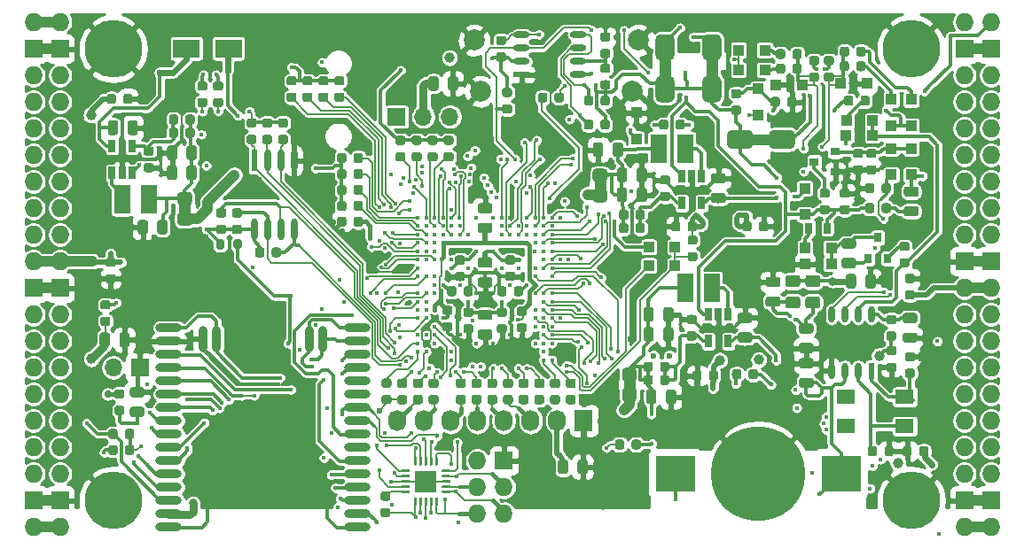
<source format=gbl>
G04 #@! TF.GenerationSoftware,KiCad,Pcbnew,5.1.9+dfsg1-1*
G04 #@! TF.CreationDate,2021-05-23T23:56:54+02:00*
G04 #@! TF.ProjectId,ulx3s,756c7833-732e-46b6-9963-61645f706362,v3.1.1*
G04 #@! TF.SameCoordinates,Original*
G04 #@! TF.FileFunction,Copper,L4,Bot*
G04 #@! TF.FilePolarity,Positive*
%FSLAX46Y46*%
G04 Gerber Fmt 4.6, Leading zero omitted, Abs format (unit mm)*
G04 Created by KiCad (PCBNEW 5.1.9+dfsg1-1) date 2021-05-23 23:56:54*
%MOMM*%
%LPD*%
G01*
G04 APERTURE LIST*
G04 #@! TA.AperFunction,EtchedComponent*
%ADD10C,0.100000*%
G04 #@! TD*
G04 #@! TA.AperFunction,SMDPad,CuDef*
%ADD11O,2.500000X0.900000*%
G04 #@! TD*
G04 #@! TA.AperFunction,SMDPad,CuDef*
%ADD12O,0.900000X2.500000*%
G04 #@! TD*
G04 #@! TA.AperFunction,SMDPad,CuDef*
%ADD13R,2.000000X2.000000*%
G04 #@! TD*
G04 #@! TA.AperFunction,SMDPad,CuDef*
%ADD14R,3.700000X3.500000*%
G04 #@! TD*
G04 #@! TA.AperFunction,SMDPad,CuDef*
%ADD15C,9.000000*%
G04 #@! TD*
G04 #@! TA.AperFunction,SMDPad,CuDef*
%ADD16R,1.000000X1.000000*%
G04 #@! TD*
G04 #@! TA.AperFunction,ComponentPad*
%ADD17C,2.000000*%
G04 #@! TD*
G04 #@! TA.AperFunction,ComponentPad*
%ADD18O,1.727200X2.032000*%
G04 #@! TD*
G04 #@! TA.AperFunction,ComponentPad*
%ADD19R,1.727200X2.032000*%
G04 #@! TD*
G04 #@! TA.AperFunction,SMDPad,CuDef*
%ADD20R,1.500000X2.700000*%
G04 #@! TD*
G04 #@! TA.AperFunction,SMDPad,CuDef*
%ADD21R,1.800000X1.400000*%
G04 #@! TD*
G04 #@! TA.AperFunction,SMDPad,CuDef*
%ADD22R,0.900000X0.800000*%
G04 #@! TD*
G04 #@! TA.AperFunction,SMDPad,CuDef*
%ADD23R,0.700000X1.200000*%
G04 #@! TD*
G04 #@! TA.AperFunction,SMDPad,CuDef*
%ADD24R,0.600000X1.550000*%
G04 #@! TD*
G04 #@! TA.AperFunction,SMDPad,CuDef*
%ADD25O,0.600000X1.550000*%
G04 #@! TD*
G04 #@! TA.AperFunction,SMDPad,CuDef*
%ADD26R,1.550000X0.600000*%
G04 #@! TD*
G04 #@! TA.AperFunction,SMDPad,CuDef*
%ADD27O,1.550000X0.600000*%
G04 #@! TD*
G04 #@! TA.AperFunction,SMDPad,CuDef*
%ADD28R,0.600000X2.100000*%
G04 #@! TD*
G04 #@! TA.AperFunction,SMDPad,CuDef*
%ADD29O,0.600000X2.100000*%
G04 #@! TD*
G04 #@! TA.AperFunction,ComponentPad*
%ADD30O,1.727200X1.727200*%
G04 #@! TD*
G04 #@! TA.AperFunction,ComponentPad*
%ADD31R,1.727200X1.727200*%
G04 #@! TD*
G04 #@! TA.AperFunction,ComponentPad*
%ADD32C,5.500000*%
G04 #@! TD*
G04 #@! TA.AperFunction,SMDPad,CuDef*
%ADD33C,0.300000*%
G04 #@! TD*
G04 #@! TA.AperFunction,ComponentPad*
%ADD34R,1.700000X1.700000*%
G04 #@! TD*
G04 #@! TA.AperFunction,ComponentPad*
%ADD35O,1.700000X1.700000*%
G04 #@! TD*
G04 #@! TA.AperFunction,SMDPad,CuDef*
%ADD36R,0.670000X1.000000*%
G04 #@! TD*
G04 #@! TA.AperFunction,SMDPad,CuDef*
%ADD37R,2.500000X1.800000*%
G04 #@! TD*
G04 #@! TA.AperFunction,SMDPad,CuDef*
%ADD38R,0.800000X0.900000*%
G04 #@! TD*
G04 #@! TA.AperFunction,ViaPad*
%ADD39C,0.419000*%
G04 #@! TD*
G04 #@! TA.AperFunction,ViaPad*
%ADD40C,1.000000*%
G04 #@! TD*
G04 #@! TA.AperFunction,ViaPad*
%ADD41C,0.600000*%
G04 #@! TD*
G04 #@! TA.AperFunction,ViaPad*
%ADD42C,0.500000*%
G04 #@! TD*
G04 #@! TA.AperFunction,ViaPad*
%ADD43C,0.800000*%
G04 #@! TD*
G04 #@! TA.AperFunction,ViaPad*
%ADD44C,0.700000*%
G04 #@! TD*
G04 #@! TA.AperFunction,ViaPad*
%ADD45C,0.454000*%
G04 #@! TD*
G04 #@! TA.AperFunction,Conductor*
%ADD46C,0.300000*%
G04 #@! TD*
G04 #@! TA.AperFunction,Conductor*
%ADD47C,0.400000*%
G04 #@! TD*
G04 #@! TA.AperFunction,Conductor*
%ADD48C,1.000000*%
G04 #@! TD*
G04 #@! TA.AperFunction,Conductor*
%ADD49C,0.600000*%
G04 #@! TD*
G04 #@! TA.AperFunction,Conductor*
%ADD50C,0.127000*%
G04 #@! TD*
G04 #@! TA.AperFunction,Conductor*
%ADD51C,0.190000*%
G04 #@! TD*
G04 #@! TA.AperFunction,Conductor*
%ADD52C,0.500000*%
G04 #@! TD*
G04 #@! TA.AperFunction,Conductor*
%ADD53C,0.800000*%
G04 #@! TD*
G04 #@! TA.AperFunction,Conductor*
%ADD54C,0.700000*%
G04 #@! TD*
G04 #@! TA.AperFunction,Conductor*
%ADD55C,0.254000*%
G04 #@! TD*
G04 #@! TA.AperFunction,Conductor*
%ADD56C,0.100000*%
G04 #@! TD*
G04 APERTURE END LIST*
D10*
G36*
X148972000Y-77911000D02*
G01*
X148972000Y-78711000D01*
X149972000Y-78711000D01*
X149972000Y-77911000D01*
X148972000Y-77911000D01*
G37*
X148972000Y-77911000D02*
X148972000Y-78711000D01*
X149972000Y-78711000D01*
X149972000Y-77911000D01*
X148972000Y-77911000D01*
G36*
X109309000Y-80132000D02*
G01*
X109309000Y-80932000D01*
X110309000Y-80932000D01*
X110309000Y-80132000D01*
X109309000Y-80132000D01*
G37*
X109309000Y-80132000D02*
X109309000Y-80932000D01*
X110309000Y-80932000D01*
X110309000Y-80132000D01*
X109309000Y-80132000D01*
G36*
X151781000Y-96961000D02*
G01*
X151781000Y-97761000D01*
X152781000Y-97761000D01*
X152781000Y-96961000D01*
X151781000Y-96961000D01*
G37*
X151781000Y-96961000D02*
X151781000Y-97761000D01*
X152781000Y-97761000D01*
X152781000Y-96961000D01*
X151781000Y-96961000D01*
G36*
X159655000Y-66200000D02*
G01*
X159655000Y-68000000D01*
X160655000Y-68000000D01*
X160655000Y-66200000D01*
X159655000Y-66200000D01*
G37*
X159655000Y-66200000D02*
X159655000Y-68000000D01*
X160655000Y-68000000D01*
X160655000Y-66200000D01*
X159655000Y-66200000D01*
G36*
X156180000Y-68000000D02*
G01*
X156180000Y-66200000D01*
X155180000Y-66200000D01*
X155180000Y-68000000D01*
X156180000Y-68000000D01*
G37*
X156180000Y-68000000D02*
X156180000Y-66200000D01*
X155180000Y-66200000D01*
X155180000Y-68000000D01*
X156180000Y-68000000D01*
G36*
X165754000Y-73400000D02*
G01*
X163954000Y-73400000D01*
X163954000Y-74400000D01*
X165754000Y-74400000D01*
X165754000Y-73400000D01*
G37*
X165754000Y-73400000D02*
X163954000Y-73400000D01*
X163954000Y-74400000D01*
X165754000Y-74400000D01*
X165754000Y-73400000D01*
D11*
X108300000Y-110975000D03*
X108300000Y-109705000D03*
X108300000Y-108435000D03*
X108300000Y-107165000D03*
X108300000Y-105895000D03*
X108300000Y-104625000D03*
X108300000Y-103355000D03*
X108300000Y-102085000D03*
X108300000Y-100815000D03*
X108300000Y-99545000D03*
X108300000Y-98275000D03*
X108300000Y-97005000D03*
X108300000Y-95735000D03*
X108300000Y-94465000D03*
X126300000Y-94465000D03*
X126300000Y-95735000D03*
X126300000Y-97005000D03*
X126300000Y-98275000D03*
X126300000Y-99545000D03*
X126300000Y-100815000D03*
X126300000Y-102085000D03*
X126300000Y-103355000D03*
X126300000Y-104625000D03*
X126300000Y-105895000D03*
X126300000Y-107165000D03*
X126300000Y-108435000D03*
X126300000Y-109705000D03*
X126300000Y-110975000D03*
X108300000Y-93195000D03*
X108300000Y-91925000D03*
X126300000Y-91925000D03*
X126300000Y-93195000D03*
D12*
X111585000Y-92965000D03*
X112855000Y-92965000D03*
X123015000Y-92965000D03*
X121745000Y-92965000D03*
D13*
X132835000Y-106600000D03*
G04 #@! TA.AperFunction,SMDPad,CuDef*
G36*
G01*
X133960000Y-104312500D02*
X133960000Y-105012500D01*
G75*
G02*
X133897500Y-105075000I-62500J0D01*
G01*
X133772500Y-105075000D01*
G75*
G02*
X133710000Y-105012500I0J62500D01*
G01*
X133710000Y-104312500D01*
G75*
G02*
X133772500Y-104250000I62500J0D01*
G01*
X133897500Y-104250000D01*
G75*
G02*
X133960000Y-104312500I0J-62500D01*
G01*
G37*
G04 #@! TD.AperFunction*
G04 #@! TA.AperFunction,SMDPad,CuDef*
G36*
G01*
X133460000Y-104312500D02*
X133460000Y-105012500D01*
G75*
G02*
X133397500Y-105075000I-62500J0D01*
G01*
X133272500Y-105075000D01*
G75*
G02*
X133210000Y-105012500I0J62500D01*
G01*
X133210000Y-104312500D01*
G75*
G02*
X133272500Y-104250000I62500J0D01*
G01*
X133397500Y-104250000D01*
G75*
G02*
X133460000Y-104312500I0J-62500D01*
G01*
G37*
G04 #@! TD.AperFunction*
G04 #@! TA.AperFunction,SMDPad,CuDef*
G36*
G01*
X132960000Y-104312500D02*
X132960000Y-105012500D01*
G75*
G02*
X132897500Y-105075000I-62500J0D01*
G01*
X132772500Y-105075000D01*
G75*
G02*
X132710000Y-105012500I0J62500D01*
G01*
X132710000Y-104312500D01*
G75*
G02*
X132772500Y-104250000I62500J0D01*
G01*
X132897500Y-104250000D01*
G75*
G02*
X132960000Y-104312500I0J-62500D01*
G01*
G37*
G04 #@! TD.AperFunction*
G04 #@! TA.AperFunction,SMDPad,CuDef*
G36*
G01*
X132460000Y-104312500D02*
X132460000Y-105012500D01*
G75*
G02*
X132397500Y-105075000I-62500J0D01*
G01*
X132272500Y-105075000D01*
G75*
G02*
X132210000Y-105012500I0J62500D01*
G01*
X132210000Y-104312500D01*
G75*
G02*
X132272500Y-104250000I62500J0D01*
G01*
X132397500Y-104250000D01*
G75*
G02*
X132460000Y-104312500I0J-62500D01*
G01*
G37*
G04 #@! TD.AperFunction*
G04 #@! TA.AperFunction,SMDPad,CuDef*
G36*
G01*
X131960000Y-104312500D02*
X131960000Y-105012500D01*
G75*
G02*
X131897500Y-105075000I-62500J0D01*
G01*
X131772500Y-105075000D01*
G75*
G02*
X131710000Y-105012500I0J62500D01*
G01*
X131710000Y-104312500D01*
G75*
G02*
X131772500Y-104250000I62500J0D01*
G01*
X131897500Y-104250000D01*
G75*
G02*
X131960000Y-104312500I0J-62500D01*
G01*
G37*
G04 #@! TD.AperFunction*
G04 #@! TA.AperFunction,SMDPad,CuDef*
G36*
G01*
X131310000Y-105537500D02*
X131310000Y-105662500D01*
G75*
G02*
X131247500Y-105725000I-62500J0D01*
G01*
X130547500Y-105725000D01*
G75*
G02*
X130485000Y-105662500I0J62500D01*
G01*
X130485000Y-105537500D01*
G75*
G02*
X130547500Y-105475000I62500J0D01*
G01*
X131247500Y-105475000D01*
G75*
G02*
X131310000Y-105537500I0J-62500D01*
G01*
G37*
G04 #@! TD.AperFunction*
G04 #@! TA.AperFunction,SMDPad,CuDef*
G36*
G01*
X131310000Y-106037500D02*
X131310000Y-106162500D01*
G75*
G02*
X131247500Y-106225000I-62500J0D01*
G01*
X130547500Y-106225000D01*
G75*
G02*
X130485000Y-106162500I0J62500D01*
G01*
X130485000Y-106037500D01*
G75*
G02*
X130547500Y-105975000I62500J0D01*
G01*
X131247500Y-105975000D01*
G75*
G02*
X131310000Y-106037500I0J-62500D01*
G01*
G37*
G04 #@! TD.AperFunction*
G04 #@! TA.AperFunction,SMDPad,CuDef*
G36*
G01*
X131310000Y-106537500D02*
X131310000Y-106662500D01*
G75*
G02*
X131247500Y-106725000I-62500J0D01*
G01*
X130547500Y-106725000D01*
G75*
G02*
X130485000Y-106662500I0J62500D01*
G01*
X130485000Y-106537500D01*
G75*
G02*
X130547500Y-106475000I62500J0D01*
G01*
X131247500Y-106475000D01*
G75*
G02*
X131310000Y-106537500I0J-62500D01*
G01*
G37*
G04 #@! TD.AperFunction*
G04 #@! TA.AperFunction,SMDPad,CuDef*
G36*
G01*
X131310000Y-107037500D02*
X131310000Y-107162500D01*
G75*
G02*
X131247500Y-107225000I-62500J0D01*
G01*
X130547500Y-107225000D01*
G75*
G02*
X130485000Y-107162500I0J62500D01*
G01*
X130485000Y-107037500D01*
G75*
G02*
X130547500Y-106975000I62500J0D01*
G01*
X131247500Y-106975000D01*
G75*
G02*
X131310000Y-107037500I0J-62500D01*
G01*
G37*
G04 #@! TD.AperFunction*
G04 #@! TA.AperFunction,SMDPad,CuDef*
G36*
G01*
X131310000Y-107537500D02*
X131310000Y-107662500D01*
G75*
G02*
X131247500Y-107725000I-62500J0D01*
G01*
X130547500Y-107725000D01*
G75*
G02*
X130485000Y-107662500I0J62500D01*
G01*
X130485000Y-107537500D01*
G75*
G02*
X130547500Y-107475000I62500J0D01*
G01*
X131247500Y-107475000D01*
G75*
G02*
X131310000Y-107537500I0J-62500D01*
G01*
G37*
G04 #@! TD.AperFunction*
G04 #@! TA.AperFunction,SMDPad,CuDef*
G36*
G01*
X131960000Y-108187500D02*
X131960000Y-108887500D01*
G75*
G02*
X131897500Y-108950000I-62500J0D01*
G01*
X131772500Y-108950000D01*
G75*
G02*
X131710000Y-108887500I0J62500D01*
G01*
X131710000Y-108187500D01*
G75*
G02*
X131772500Y-108125000I62500J0D01*
G01*
X131897500Y-108125000D01*
G75*
G02*
X131960000Y-108187500I0J-62500D01*
G01*
G37*
G04 #@! TD.AperFunction*
G04 #@! TA.AperFunction,SMDPad,CuDef*
G36*
G01*
X132460000Y-108187500D02*
X132460000Y-108887500D01*
G75*
G02*
X132397500Y-108950000I-62500J0D01*
G01*
X132272500Y-108950000D01*
G75*
G02*
X132210000Y-108887500I0J62500D01*
G01*
X132210000Y-108187500D01*
G75*
G02*
X132272500Y-108125000I62500J0D01*
G01*
X132397500Y-108125000D01*
G75*
G02*
X132460000Y-108187500I0J-62500D01*
G01*
G37*
G04 #@! TD.AperFunction*
G04 #@! TA.AperFunction,SMDPad,CuDef*
G36*
G01*
X132960000Y-108187500D02*
X132960000Y-108887500D01*
G75*
G02*
X132897500Y-108950000I-62500J0D01*
G01*
X132772500Y-108950000D01*
G75*
G02*
X132710000Y-108887500I0J62500D01*
G01*
X132710000Y-108187500D01*
G75*
G02*
X132772500Y-108125000I62500J0D01*
G01*
X132897500Y-108125000D01*
G75*
G02*
X132960000Y-108187500I0J-62500D01*
G01*
G37*
G04 #@! TD.AperFunction*
G04 #@! TA.AperFunction,SMDPad,CuDef*
G36*
G01*
X133460000Y-108187500D02*
X133460000Y-108887500D01*
G75*
G02*
X133397500Y-108950000I-62500J0D01*
G01*
X133272500Y-108950000D01*
G75*
G02*
X133210000Y-108887500I0J62500D01*
G01*
X133210000Y-108187500D01*
G75*
G02*
X133272500Y-108125000I62500J0D01*
G01*
X133397500Y-108125000D01*
G75*
G02*
X133460000Y-108187500I0J-62500D01*
G01*
G37*
G04 #@! TD.AperFunction*
G04 #@! TA.AperFunction,SMDPad,CuDef*
G36*
G01*
X133960000Y-108187500D02*
X133960000Y-108887500D01*
G75*
G02*
X133897500Y-108950000I-62500J0D01*
G01*
X133772500Y-108950000D01*
G75*
G02*
X133710000Y-108887500I0J62500D01*
G01*
X133710000Y-108187500D01*
G75*
G02*
X133772500Y-108125000I62500J0D01*
G01*
X133897500Y-108125000D01*
G75*
G02*
X133960000Y-108187500I0J-62500D01*
G01*
G37*
G04 #@! TD.AperFunction*
G04 #@! TA.AperFunction,SMDPad,CuDef*
G36*
G01*
X135185000Y-107537500D02*
X135185000Y-107662500D01*
G75*
G02*
X135122500Y-107725000I-62500J0D01*
G01*
X134422500Y-107725000D01*
G75*
G02*
X134360000Y-107662500I0J62500D01*
G01*
X134360000Y-107537500D01*
G75*
G02*
X134422500Y-107475000I62500J0D01*
G01*
X135122500Y-107475000D01*
G75*
G02*
X135185000Y-107537500I0J-62500D01*
G01*
G37*
G04 #@! TD.AperFunction*
G04 #@! TA.AperFunction,SMDPad,CuDef*
G36*
G01*
X135185000Y-107037500D02*
X135185000Y-107162500D01*
G75*
G02*
X135122500Y-107225000I-62500J0D01*
G01*
X134422500Y-107225000D01*
G75*
G02*
X134360000Y-107162500I0J62500D01*
G01*
X134360000Y-107037500D01*
G75*
G02*
X134422500Y-106975000I62500J0D01*
G01*
X135122500Y-106975000D01*
G75*
G02*
X135185000Y-107037500I0J-62500D01*
G01*
G37*
G04 #@! TD.AperFunction*
G04 #@! TA.AperFunction,SMDPad,CuDef*
G36*
G01*
X135185000Y-106537500D02*
X135185000Y-106662500D01*
G75*
G02*
X135122500Y-106725000I-62500J0D01*
G01*
X134422500Y-106725000D01*
G75*
G02*
X134360000Y-106662500I0J62500D01*
G01*
X134360000Y-106537500D01*
G75*
G02*
X134422500Y-106475000I62500J0D01*
G01*
X135122500Y-106475000D01*
G75*
G02*
X135185000Y-106537500I0J-62500D01*
G01*
G37*
G04 #@! TD.AperFunction*
G04 #@! TA.AperFunction,SMDPad,CuDef*
G36*
G01*
X135185000Y-106037500D02*
X135185000Y-106162500D01*
G75*
G02*
X135122500Y-106225000I-62500J0D01*
G01*
X134422500Y-106225000D01*
G75*
G02*
X134360000Y-106162500I0J62500D01*
G01*
X134360000Y-106037500D01*
G75*
G02*
X134422500Y-105975000I62500J0D01*
G01*
X135122500Y-105975000D01*
G75*
G02*
X135185000Y-106037500I0J-62500D01*
G01*
G37*
G04 #@! TD.AperFunction*
G04 #@! TA.AperFunction,SMDPad,CuDef*
G36*
G01*
X135185000Y-105537500D02*
X135185000Y-105662500D01*
G75*
G02*
X135122500Y-105725000I-62500J0D01*
G01*
X134422500Y-105725000D01*
G75*
G02*
X134360000Y-105662500I0J62500D01*
G01*
X134360000Y-105537500D01*
G75*
G02*
X134422500Y-105475000I62500J0D01*
G01*
X135122500Y-105475000D01*
G75*
G02*
X135185000Y-105537500I0J-62500D01*
G01*
G37*
G04 #@! TD.AperFunction*
D14*
X172485000Y-105870000D03*
X156685000Y-105870000D03*
D15*
X164585000Y-105870000D03*
D16*
X152930000Y-73850000D03*
X152930000Y-71350000D03*
D17*
X152546000Y-69312000D03*
X138046000Y-69312000D03*
X153146000Y-64412000D03*
X137446000Y-64412000D03*
D18*
X132680000Y-100790000D03*
X135220000Y-100790000D03*
X137760000Y-100790000D03*
X140265000Y-100790000D03*
X142840000Y-100790000D03*
X145380000Y-100790000D03*
D19*
X147920000Y-100790000D03*
D18*
X130140000Y-100790000D03*
G04 #@! TA.AperFunction,SMDPad,CuDef*
G36*
G01*
X149095750Y-78631000D02*
X149848250Y-78631000D01*
G75*
G02*
X150172000Y-78954750I0J-323750D01*
G01*
X150172000Y-79602250D01*
G75*
G02*
X149848250Y-79926000I-323750J0D01*
G01*
X149095750Y-79926000D01*
G75*
G02*
X148772000Y-79602250I0J323750D01*
G01*
X148772000Y-78954750D01*
G75*
G02*
X149095750Y-78631000I323750J0D01*
G01*
G37*
G04 #@! TD.AperFunction*
G04 #@! TA.AperFunction,SMDPad,CuDef*
G36*
G01*
X149095750Y-76696000D02*
X149848250Y-76696000D01*
G75*
G02*
X150172000Y-77019750I0J-323750D01*
G01*
X150172000Y-77667250D01*
G75*
G02*
X149848250Y-77991000I-323750J0D01*
G01*
X149095750Y-77991000D01*
G75*
G02*
X148772000Y-77667250I0J323750D01*
G01*
X148772000Y-77019750D01*
G75*
G02*
X149095750Y-76696000I323750J0D01*
G01*
G37*
G04 #@! TD.AperFunction*
G04 #@! TA.AperFunction,SMDPad,CuDef*
G36*
G01*
X109432750Y-80852000D02*
X110185250Y-80852000D01*
G75*
G02*
X110509000Y-81175750I0J-323750D01*
G01*
X110509000Y-81823250D01*
G75*
G02*
X110185250Y-82147000I-323750J0D01*
G01*
X109432750Y-82147000D01*
G75*
G02*
X109109000Y-81823250I0J323750D01*
G01*
X109109000Y-81175750D01*
G75*
G02*
X109432750Y-80852000I323750J0D01*
G01*
G37*
G04 #@! TD.AperFunction*
G04 #@! TA.AperFunction,SMDPad,CuDef*
G36*
G01*
X109432750Y-78917000D02*
X110185250Y-78917000D01*
G75*
G02*
X110509000Y-79240750I0J-323750D01*
G01*
X110509000Y-79888250D01*
G75*
G02*
X110185250Y-80212000I-323750J0D01*
G01*
X109432750Y-80212000D01*
G75*
G02*
X109109000Y-79888250I0J323750D01*
G01*
X109109000Y-79240750D01*
G75*
G02*
X109432750Y-78917000I323750J0D01*
G01*
G37*
G04 #@! TD.AperFunction*
G04 #@! TA.AperFunction,SMDPad,CuDef*
G36*
G01*
X151904750Y-97681000D02*
X152657250Y-97681000D01*
G75*
G02*
X152981000Y-98004750I0J-323750D01*
G01*
X152981000Y-98652250D01*
G75*
G02*
X152657250Y-98976000I-323750J0D01*
G01*
X151904750Y-98976000D01*
G75*
G02*
X151581000Y-98652250I0J323750D01*
G01*
X151581000Y-98004750D01*
G75*
G02*
X151904750Y-97681000I323750J0D01*
G01*
G37*
G04 #@! TD.AperFunction*
G04 #@! TA.AperFunction,SMDPad,CuDef*
G36*
G01*
X151904750Y-95746000D02*
X152657250Y-95746000D01*
G75*
G02*
X152981000Y-96069750I0J-323750D01*
G01*
X152981000Y-96717250D01*
G75*
G02*
X152657250Y-97041000I-323750J0D01*
G01*
X151904750Y-97041000D01*
G75*
G02*
X151581000Y-96717250I0J323750D01*
G01*
X151581000Y-96069750D01*
G75*
G02*
X151904750Y-95746000I323750J0D01*
G01*
G37*
G04 #@! TD.AperFunction*
G04 #@! TA.AperFunction,SMDPad,CuDef*
G36*
G01*
X159705000Y-67850000D02*
X160605000Y-67850000D01*
G75*
G02*
X161055000Y-68300000I0J-450000D01*
G01*
X161055000Y-69900000D01*
G75*
G02*
X160605000Y-70350000I-450000J0D01*
G01*
X159705000Y-70350000D01*
G75*
G02*
X159255000Y-69900000I0J450000D01*
G01*
X159255000Y-68300000D01*
G75*
G02*
X159705000Y-67850000I450000J0D01*
G01*
G37*
G04 #@! TD.AperFunction*
G04 #@! TA.AperFunction,SMDPad,CuDef*
G36*
G01*
X159705000Y-63850000D02*
X160605000Y-63850000D01*
G75*
G02*
X161055000Y-64300000I0J-450000D01*
G01*
X161055000Y-65900000D01*
G75*
G02*
X160605000Y-66350000I-450000J0D01*
G01*
X159705000Y-66350000D01*
G75*
G02*
X159255000Y-65900000I0J450000D01*
G01*
X159255000Y-64300000D01*
G75*
G02*
X159705000Y-63850000I450000J0D01*
G01*
G37*
G04 #@! TD.AperFunction*
G04 #@! TA.AperFunction,SMDPad,CuDef*
G36*
G01*
X156130000Y-66350000D02*
X155230000Y-66350000D01*
G75*
G02*
X154780000Y-65900000I0J450000D01*
G01*
X154780000Y-64300000D01*
G75*
G02*
X155230000Y-63850000I450000J0D01*
G01*
X156130000Y-63850000D01*
G75*
G02*
X156580000Y-64300000I0J-450000D01*
G01*
X156580000Y-65900000D01*
G75*
G02*
X156130000Y-66350000I-450000J0D01*
G01*
G37*
G04 #@! TD.AperFunction*
G04 #@! TA.AperFunction,SMDPad,CuDef*
G36*
G01*
X156130000Y-70350000D02*
X155230000Y-70350000D01*
G75*
G02*
X154780000Y-69900000I0J450000D01*
G01*
X154780000Y-68300000D01*
G75*
G02*
X155230000Y-67850000I450000J0D01*
G01*
X156130000Y-67850000D01*
G75*
G02*
X156580000Y-68300000I0J-450000D01*
G01*
X156580000Y-69900000D01*
G75*
G02*
X156130000Y-70350000I-450000J0D01*
G01*
G37*
G04 #@! TD.AperFunction*
G04 #@! TA.AperFunction,SMDPad,CuDef*
G36*
G01*
X164104000Y-73450000D02*
X164104000Y-74350000D01*
G75*
G02*
X163654000Y-74800000I-450000J0D01*
G01*
X162054000Y-74800000D01*
G75*
G02*
X161604000Y-74350000I0J450000D01*
G01*
X161604000Y-73450000D01*
G75*
G02*
X162054000Y-73000000I450000J0D01*
G01*
X163654000Y-73000000D01*
G75*
G02*
X164104000Y-73450000I0J-450000D01*
G01*
G37*
G04 #@! TD.AperFunction*
G04 #@! TA.AperFunction,SMDPad,CuDef*
G36*
G01*
X168104000Y-73450000D02*
X168104000Y-74350000D01*
G75*
G02*
X167654000Y-74800000I-450000J0D01*
G01*
X166054000Y-74800000D01*
G75*
G02*
X165604000Y-74350000I0J450000D01*
G01*
X165604000Y-73450000D01*
G75*
G02*
X166054000Y-73000000I450000J0D01*
G01*
X167654000Y-73000000D01*
G75*
G02*
X168104000Y-73450000I0J-450000D01*
G01*
G37*
G04 #@! TD.AperFunction*
D20*
X157600000Y-74755000D03*
X155060000Y-74755000D03*
X160140000Y-88090000D03*
X157600000Y-88090000D03*
X103825000Y-79625000D03*
X106365000Y-79625000D03*
D21*
X178576000Y-98522000D03*
X172976000Y-98522000D03*
X172976000Y-101322000D03*
X178576000Y-101322000D03*
G04 #@! TA.AperFunction,SMDPad,CuDef*
G36*
G01*
X104353500Y-73241250D02*
X104353500Y-72328750D01*
G75*
G02*
X104597250Y-72085000I243750J0D01*
G01*
X105084750Y-72085000D01*
G75*
G02*
X105328500Y-72328750I0J-243750D01*
G01*
X105328500Y-73241250D01*
G75*
G02*
X105084750Y-73485000I-243750J0D01*
G01*
X104597250Y-73485000D01*
G75*
G02*
X104353500Y-73241250I0J243750D01*
G01*
G37*
G04 #@! TD.AperFunction*
G04 #@! TA.AperFunction,SMDPad,CuDef*
G36*
G01*
X102478500Y-73241250D02*
X102478500Y-72328750D01*
G75*
G02*
X102722250Y-72085000I243750J0D01*
G01*
X103209750Y-72085000D01*
G75*
G02*
X103453500Y-72328750I0J-243750D01*
G01*
X103453500Y-73241250D01*
G75*
G02*
X103209750Y-73485000I-243750J0D01*
G01*
X102722250Y-73485000D01*
G75*
G02*
X102478500Y-73241250I0J243750D01*
G01*
G37*
G04 #@! TD.AperFunction*
G04 #@! TA.AperFunction,SMDPad,CuDef*
G36*
G01*
X128723750Y-109150000D02*
X129236250Y-109150000D01*
G75*
G02*
X129455000Y-109368750I0J-218750D01*
G01*
X129455000Y-109806250D01*
G75*
G02*
X129236250Y-110025000I-218750J0D01*
G01*
X128723750Y-110025000D01*
G75*
G02*
X128505000Y-109806250I0J218750D01*
G01*
X128505000Y-109368750D01*
G75*
G02*
X128723750Y-109150000I218750J0D01*
G01*
G37*
G04 #@! TD.AperFunction*
G04 #@! TA.AperFunction,SMDPad,CuDef*
G36*
G01*
X128723750Y-107575000D02*
X129236250Y-107575000D01*
G75*
G02*
X129455000Y-107793750I0J-218750D01*
G01*
X129455000Y-108231250D01*
G75*
G02*
X129236250Y-108450000I-218750J0D01*
G01*
X128723750Y-108450000D01*
G75*
G02*
X128505000Y-108231250I0J218750D01*
G01*
X128505000Y-107793750D01*
G75*
G02*
X128723750Y-107575000I218750J0D01*
G01*
G37*
G04 #@! TD.AperFunction*
G04 #@! TA.AperFunction,SMDPad,CuDef*
G36*
G01*
X130836250Y-97650000D02*
X130323750Y-97650000D01*
G75*
G02*
X130105000Y-97431250I0J218750D01*
G01*
X130105000Y-96993750D01*
G75*
G02*
X130323750Y-96775000I218750J0D01*
G01*
X130836250Y-96775000D01*
G75*
G02*
X131055000Y-96993750I0J-218750D01*
G01*
X131055000Y-97431250D01*
G75*
G02*
X130836250Y-97650000I-218750J0D01*
G01*
G37*
G04 #@! TD.AperFunction*
G04 #@! TA.AperFunction,SMDPad,CuDef*
G36*
G01*
X130836250Y-99225000D02*
X130323750Y-99225000D01*
G75*
G02*
X130105000Y-99006250I0J218750D01*
G01*
X130105000Y-98568750D01*
G75*
G02*
X130323750Y-98350000I218750J0D01*
G01*
X130836250Y-98350000D01*
G75*
G02*
X131055000Y-98568750I0J-218750D01*
G01*
X131055000Y-99006250D01*
G75*
G02*
X130836250Y-99225000I-218750J0D01*
G01*
G37*
G04 #@! TD.AperFunction*
G04 #@! TA.AperFunction,SMDPad,CuDef*
G36*
G01*
X129336250Y-97637500D02*
X128823750Y-97637500D01*
G75*
G02*
X128605000Y-97418750I0J218750D01*
G01*
X128605000Y-96981250D01*
G75*
G02*
X128823750Y-96762500I218750J0D01*
G01*
X129336250Y-96762500D01*
G75*
G02*
X129555000Y-96981250I0J-218750D01*
G01*
X129555000Y-97418750D01*
G75*
G02*
X129336250Y-97637500I-218750J0D01*
G01*
G37*
G04 #@! TD.AperFunction*
G04 #@! TA.AperFunction,SMDPad,CuDef*
G36*
G01*
X129336250Y-99212500D02*
X128823750Y-99212500D01*
G75*
G02*
X128605000Y-98993750I0J218750D01*
G01*
X128605000Y-98556250D01*
G75*
G02*
X128823750Y-98337500I218750J0D01*
G01*
X129336250Y-98337500D01*
G75*
G02*
X129555000Y-98556250I0J-218750D01*
G01*
X129555000Y-98993750D01*
G75*
G02*
X129336250Y-99212500I-218750J0D01*
G01*
G37*
G04 #@! TD.AperFunction*
G04 #@! TA.AperFunction,SMDPad,CuDef*
G36*
G01*
X118117500Y-84956250D02*
X118117500Y-84443750D01*
G75*
G02*
X118336250Y-84225000I218750J0D01*
G01*
X118773750Y-84225000D01*
G75*
G02*
X118992500Y-84443750I0J-218750D01*
G01*
X118992500Y-84956250D01*
G75*
G02*
X118773750Y-85175000I-218750J0D01*
G01*
X118336250Y-85175000D01*
G75*
G02*
X118117500Y-84956250I0J218750D01*
G01*
G37*
G04 #@! TD.AperFunction*
G04 #@! TA.AperFunction,SMDPad,CuDef*
G36*
G01*
X116542500Y-84956250D02*
X116542500Y-84443750D01*
G75*
G02*
X116761250Y-84225000I218750J0D01*
G01*
X117198750Y-84225000D01*
G75*
G02*
X117417500Y-84443750I0J-218750D01*
G01*
X117417500Y-84956250D01*
G75*
G02*
X117198750Y-85175000I-218750J0D01*
G01*
X116761250Y-85175000D01*
G75*
G02*
X116542500Y-84956250I0J218750D01*
G01*
G37*
G04 #@! TD.AperFunction*
G04 #@! TA.AperFunction,SMDPad,CuDef*
G36*
G01*
X167856000Y-65994250D02*
X167856000Y-65481750D01*
G75*
G02*
X168074750Y-65263000I218750J0D01*
G01*
X168512250Y-65263000D01*
G75*
G02*
X168731000Y-65481750I0J-218750D01*
G01*
X168731000Y-65994250D01*
G75*
G02*
X168512250Y-66213000I-218750J0D01*
G01*
X168074750Y-66213000D01*
G75*
G02*
X167856000Y-65994250I0J218750D01*
G01*
G37*
G04 #@! TD.AperFunction*
G04 #@! TA.AperFunction,SMDPad,CuDef*
G36*
G01*
X166281000Y-65994250D02*
X166281000Y-65481750D01*
G75*
G02*
X166499750Y-65263000I218750J0D01*
G01*
X166937250Y-65263000D01*
G75*
G02*
X167156000Y-65481750I0J-218750D01*
G01*
X167156000Y-65994250D01*
G75*
G02*
X166937250Y-66213000I-218750J0D01*
G01*
X166499750Y-66213000D01*
G75*
G02*
X166281000Y-65994250I0J218750D01*
G01*
G37*
G04 #@! TD.AperFunction*
G04 #@! TA.AperFunction,SMDPad,CuDef*
G36*
G01*
X104102000Y-103856250D02*
X104102000Y-103343750D01*
G75*
G02*
X104320750Y-103125000I218750J0D01*
G01*
X104758250Y-103125000D01*
G75*
G02*
X104977000Y-103343750I0J-218750D01*
G01*
X104977000Y-103856250D01*
G75*
G02*
X104758250Y-104075000I-218750J0D01*
G01*
X104320750Y-104075000D01*
G75*
G02*
X104102000Y-103856250I0J218750D01*
G01*
G37*
G04 #@! TD.AperFunction*
G04 #@! TA.AperFunction,SMDPad,CuDef*
G36*
G01*
X102527000Y-103856250D02*
X102527000Y-103343750D01*
G75*
G02*
X102745750Y-103125000I218750J0D01*
G01*
X103183250Y-103125000D01*
G75*
G02*
X103402000Y-103343750I0J-218750D01*
G01*
X103402000Y-103856250D01*
G75*
G02*
X103183250Y-104075000I-218750J0D01*
G01*
X102745750Y-104075000D01*
G75*
G02*
X102527000Y-103856250I0J218750D01*
G01*
G37*
G04 #@! TD.AperFunction*
G04 #@! TA.AperFunction,SMDPad,CuDef*
G36*
G01*
X103402000Y-101803750D02*
X103402000Y-102316250D01*
G75*
G02*
X103183250Y-102535000I-218750J0D01*
G01*
X102745750Y-102535000D01*
G75*
G02*
X102527000Y-102316250I0J218750D01*
G01*
X102527000Y-101803750D01*
G75*
G02*
X102745750Y-101585000I218750J0D01*
G01*
X103183250Y-101585000D01*
G75*
G02*
X103402000Y-101803750I0J-218750D01*
G01*
G37*
G04 #@! TD.AperFunction*
G04 #@! TA.AperFunction,SMDPad,CuDef*
G36*
G01*
X104977000Y-101803750D02*
X104977000Y-102316250D01*
G75*
G02*
X104758250Y-102535000I-218750J0D01*
G01*
X104320750Y-102535000D01*
G75*
G02*
X104102000Y-102316250I0J218750D01*
G01*
X104102000Y-101803750D01*
G75*
G02*
X104320750Y-101585000I218750J0D01*
G01*
X104758250Y-101585000D01*
G75*
G02*
X104977000Y-101803750I0J-218750D01*
G01*
G37*
G04 #@! TD.AperFunction*
G04 #@! TA.AperFunction,SMDPad,CuDef*
G36*
G01*
X105732250Y-98562000D02*
X104819750Y-98562000D01*
G75*
G02*
X104576000Y-98318250I0J243750D01*
G01*
X104576000Y-97830750D01*
G75*
G02*
X104819750Y-97587000I243750J0D01*
G01*
X105732250Y-97587000D01*
G75*
G02*
X105976000Y-97830750I0J-243750D01*
G01*
X105976000Y-98318250D01*
G75*
G02*
X105732250Y-98562000I-243750J0D01*
G01*
G37*
G04 #@! TD.AperFunction*
G04 #@! TA.AperFunction,SMDPad,CuDef*
G36*
G01*
X105732250Y-100437000D02*
X104819750Y-100437000D01*
G75*
G02*
X104576000Y-100193250I0J243750D01*
G01*
X104576000Y-99705750D01*
G75*
G02*
X104819750Y-99462000I243750J0D01*
G01*
X105732250Y-99462000D01*
G75*
G02*
X105976000Y-99705750I0J-243750D01*
G01*
X105976000Y-100193250D01*
G75*
G02*
X105732250Y-100437000I-243750J0D01*
G01*
G37*
G04 #@! TD.AperFunction*
G04 #@! TA.AperFunction,SMDPad,CuDef*
G36*
G01*
X103832750Y-98680000D02*
X103320250Y-98680000D01*
G75*
G02*
X103101500Y-98461250I0J218750D01*
G01*
X103101500Y-98023750D01*
G75*
G02*
X103320250Y-97805000I218750J0D01*
G01*
X103832750Y-97805000D01*
G75*
G02*
X104051500Y-98023750I0J-218750D01*
G01*
X104051500Y-98461250D01*
G75*
G02*
X103832750Y-98680000I-218750J0D01*
G01*
G37*
G04 #@! TD.AperFunction*
G04 #@! TA.AperFunction,SMDPad,CuDef*
G36*
G01*
X103832750Y-100255000D02*
X103320250Y-100255000D01*
G75*
G02*
X103101500Y-100036250I0J218750D01*
G01*
X103101500Y-99598750D01*
G75*
G02*
X103320250Y-99380000I218750J0D01*
G01*
X103832750Y-99380000D01*
G75*
G02*
X104051500Y-99598750I0J-218750D01*
G01*
X104051500Y-100036250D01*
G75*
G02*
X103832750Y-100255000I-218750J0D01*
G01*
G37*
G04 #@! TD.AperFunction*
G04 #@! TA.AperFunction,SMDPad,CuDef*
G36*
G01*
X103567000Y-93517250D02*
X103567000Y-92604750D01*
G75*
G02*
X103810750Y-92361000I243750J0D01*
G01*
X104298250Y-92361000D01*
G75*
G02*
X104542000Y-92604750I0J-243750D01*
G01*
X104542000Y-93517250D01*
G75*
G02*
X104298250Y-93761000I-243750J0D01*
G01*
X103810750Y-93761000D01*
G75*
G02*
X103567000Y-93517250I0J243750D01*
G01*
G37*
G04 #@! TD.AperFunction*
G04 #@! TA.AperFunction,SMDPad,CuDef*
G36*
G01*
X101692000Y-93517250D02*
X101692000Y-92604750D01*
G75*
G02*
X101935750Y-92361000I243750J0D01*
G01*
X102423250Y-92361000D01*
G75*
G02*
X102667000Y-92604750I0J-243750D01*
G01*
X102667000Y-93517250D01*
G75*
G02*
X102423250Y-93761000I-243750J0D01*
G01*
X101935750Y-93761000D01*
G75*
G02*
X101692000Y-93517250I0J243750D01*
G01*
G37*
G04 #@! TD.AperFunction*
G04 #@! TA.AperFunction,SMDPad,CuDef*
G36*
G01*
X102479750Y-86789000D02*
X102992250Y-86789000D01*
G75*
G02*
X103211000Y-87007750I0J-218750D01*
G01*
X103211000Y-87445250D01*
G75*
G02*
X102992250Y-87664000I-218750J0D01*
G01*
X102479750Y-87664000D01*
G75*
G02*
X102261000Y-87445250I0J218750D01*
G01*
X102261000Y-87007750D01*
G75*
G02*
X102479750Y-86789000I218750J0D01*
G01*
G37*
G04 #@! TD.AperFunction*
G04 #@! TA.AperFunction,SMDPad,CuDef*
G36*
G01*
X102479750Y-85214000D02*
X102992250Y-85214000D01*
G75*
G02*
X103211000Y-85432750I0J-218750D01*
G01*
X103211000Y-85870250D01*
G75*
G02*
X102992250Y-86089000I-218750J0D01*
G01*
X102479750Y-86089000D01*
G75*
G02*
X102261000Y-85870250I0J218750D01*
G01*
X102261000Y-85432750D01*
G75*
G02*
X102479750Y-85214000I218750J0D01*
G01*
G37*
G04 #@! TD.AperFunction*
G04 #@! TA.AperFunction,SMDPad,CuDef*
G36*
G01*
X106296000Y-81835750D02*
X106296000Y-82748250D01*
G75*
G02*
X106052250Y-82992000I-243750J0D01*
G01*
X105564750Y-82992000D01*
G75*
G02*
X105321000Y-82748250I0J243750D01*
G01*
X105321000Y-81835750D01*
G75*
G02*
X105564750Y-81592000I243750J0D01*
G01*
X106052250Y-81592000D01*
G75*
G02*
X106296000Y-81835750I0J-243750D01*
G01*
G37*
G04 #@! TD.AperFunction*
G04 #@! TA.AperFunction,SMDPad,CuDef*
G36*
G01*
X108171000Y-81835750D02*
X108171000Y-82748250D01*
G75*
G02*
X107927250Y-82992000I-243750J0D01*
G01*
X107439750Y-82992000D01*
G75*
G02*
X107196000Y-82748250I0J243750D01*
G01*
X107196000Y-81835750D01*
G75*
G02*
X107439750Y-81592000I243750J0D01*
G01*
X107927250Y-81592000D01*
G75*
G02*
X108171000Y-81835750I0J-243750D01*
G01*
G37*
G04 #@! TD.AperFunction*
G04 #@! TA.AperFunction,SMDPad,CuDef*
G36*
G01*
X106621250Y-75465000D02*
X106108750Y-75465000D01*
G75*
G02*
X105890000Y-75246250I0J218750D01*
G01*
X105890000Y-74808750D01*
G75*
G02*
X106108750Y-74590000I218750J0D01*
G01*
X106621250Y-74590000D01*
G75*
G02*
X106840000Y-74808750I0J-218750D01*
G01*
X106840000Y-75246250D01*
G75*
G02*
X106621250Y-75465000I-218750J0D01*
G01*
G37*
G04 #@! TD.AperFunction*
G04 #@! TA.AperFunction,SMDPad,CuDef*
G36*
G01*
X106621250Y-77040000D02*
X106108750Y-77040000D01*
G75*
G02*
X105890000Y-76821250I0J218750D01*
G01*
X105890000Y-76383750D01*
G75*
G02*
X106108750Y-76165000I218750J0D01*
G01*
X106621250Y-76165000D01*
G75*
G02*
X106840000Y-76383750I0J-218750D01*
G01*
X106840000Y-76821250D01*
G75*
G02*
X106621250Y-77040000I-218750J0D01*
G01*
G37*
G04 #@! TD.AperFunction*
G04 #@! TA.AperFunction,SMDPad,CuDef*
G36*
G01*
X109090000Y-76628750D02*
X109090000Y-77541250D01*
G75*
G02*
X108846250Y-77785000I-243750J0D01*
G01*
X108358750Y-77785000D01*
G75*
G02*
X108115000Y-77541250I0J243750D01*
G01*
X108115000Y-76628750D01*
G75*
G02*
X108358750Y-76385000I243750J0D01*
G01*
X108846250Y-76385000D01*
G75*
G02*
X109090000Y-76628750I0J-243750D01*
G01*
G37*
G04 #@! TD.AperFunction*
G04 #@! TA.AperFunction,SMDPad,CuDef*
G36*
G01*
X110965000Y-76628750D02*
X110965000Y-77541250D01*
G75*
G02*
X110721250Y-77785000I-243750J0D01*
G01*
X110233750Y-77785000D01*
G75*
G02*
X109990000Y-77541250I0J243750D01*
G01*
X109990000Y-76628750D01*
G75*
G02*
X110233750Y-76385000I243750J0D01*
G01*
X110721250Y-76385000D01*
G75*
G02*
X110965000Y-76628750I0J-243750D01*
G01*
G37*
G04 #@! TD.AperFunction*
G04 #@! TA.AperFunction,SMDPad,CuDef*
G36*
G01*
X109090000Y-74723750D02*
X109090000Y-75636250D01*
G75*
G02*
X108846250Y-75880000I-243750J0D01*
G01*
X108358750Y-75880000D01*
G75*
G02*
X108115000Y-75636250I0J243750D01*
G01*
X108115000Y-74723750D01*
G75*
G02*
X108358750Y-74480000I243750J0D01*
G01*
X108846250Y-74480000D01*
G75*
G02*
X109090000Y-74723750I0J-243750D01*
G01*
G37*
G04 #@! TD.AperFunction*
G04 #@! TA.AperFunction,SMDPad,CuDef*
G36*
G01*
X110965000Y-74723750D02*
X110965000Y-75636250D01*
G75*
G02*
X110721250Y-75880000I-243750J0D01*
G01*
X110233750Y-75880000D01*
G75*
G02*
X109990000Y-75636250I0J243750D01*
G01*
X109990000Y-74723750D01*
G75*
G02*
X110233750Y-74480000I243750J0D01*
G01*
X110721250Y-74480000D01*
G75*
G02*
X110965000Y-74723750I0J-243750D01*
G01*
G37*
G04 #@! TD.AperFunction*
G04 #@! TA.AperFunction,SMDPad,CuDef*
G36*
G01*
X109190000Y-73018750D02*
X109190000Y-73531250D01*
G75*
G02*
X108971250Y-73750000I-218750J0D01*
G01*
X108533750Y-73750000D01*
G75*
G02*
X108315000Y-73531250I0J218750D01*
G01*
X108315000Y-73018750D01*
G75*
G02*
X108533750Y-72800000I218750J0D01*
G01*
X108971250Y-72800000D01*
G75*
G02*
X109190000Y-73018750I0J-218750D01*
G01*
G37*
G04 #@! TD.AperFunction*
G04 #@! TA.AperFunction,SMDPad,CuDef*
G36*
G01*
X110765000Y-73018750D02*
X110765000Y-73531250D01*
G75*
G02*
X110546250Y-73750000I-218750J0D01*
G01*
X110108750Y-73750000D01*
G75*
G02*
X109890000Y-73531250I0J218750D01*
G01*
X109890000Y-73018750D01*
G75*
G02*
X110108750Y-72800000I218750J0D01*
G01*
X110546250Y-72800000D01*
G75*
G02*
X110765000Y-73018750I0J-218750D01*
G01*
G37*
G04 #@! TD.AperFunction*
G04 #@! TA.AperFunction,SMDPad,CuDef*
G36*
G01*
X109190000Y-71748750D02*
X109190000Y-72261250D01*
G75*
G02*
X108971250Y-72480000I-218750J0D01*
G01*
X108533750Y-72480000D01*
G75*
G02*
X108315000Y-72261250I0J218750D01*
G01*
X108315000Y-71748750D01*
G75*
G02*
X108533750Y-71530000I218750J0D01*
G01*
X108971250Y-71530000D01*
G75*
G02*
X109190000Y-71748750I0J-218750D01*
G01*
G37*
G04 #@! TD.AperFunction*
G04 #@! TA.AperFunction,SMDPad,CuDef*
G36*
G01*
X110765000Y-71748750D02*
X110765000Y-72261250D01*
G75*
G02*
X110546250Y-72480000I-218750J0D01*
G01*
X110108750Y-72480000D01*
G75*
G02*
X109890000Y-72261250I0J218750D01*
G01*
X109890000Y-71748750D01*
G75*
G02*
X110108750Y-71530000I218750J0D01*
G01*
X110546250Y-71530000D01*
G75*
G02*
X110765000Y-71748750I0J-218750D01*
G01*
G37*
G04 #@! TD.AperFunction*
G04 #@! TA.AperFunction,SMDPad,CuDef*
G36*
G01*
X113556250Y-81370000D02*
X113043750Y-81370000D01*
G75*
G02*
X112825000Y-81151250I0J218750D01*
G01*
X112825000Y-80713750D01*
G75*
G02*
X113043750Y-80495000I218750J0D01*
G01*
X113556250Y-80495000D01*
G75*
G02*
X113775000Y-80713750I0J-218750D01*
G01*
X113775000Y-81151250D01*
G75*
G02*
X113556250Y-81370000I-218750J0D01*
G01*
G37*
G04 #@! TD.AperFunction*
G04 #@! TA.AperFunction,SMDPad,CuDef*
G36*
G01*
X113556250Y-82945000D02*
X113043750Y-82945000D01*
G75*
G02*
X112825000Y-82726250I0J218750D01*
G01*
X112825000Y-82288750D01*
G75*
G02*
X113043750Y-82070000I218750J0D01*
G01*
X113556250Y-82070000D01*
G75*
G02*
X113775000Y-82288750I0J-218750D01*
G01*
X113775000Y-82726250D01*
G75*
G02*
X113556250Y-82945000I-218750J0D01*
G01*
G37*
G04 #@! TD.AperFunction*
G04 #@! TA.AperFunction,SMDPad,CuDef*
G36*
G01*
X115056250Y-81370000D02*
X114543750Y-81370000D01*
G75*
G02*
X114325000Y-81151250I0J218750D01*
G01*
X114325000Y-80713750D01*
G75*
G02*
X114543750Y-80495000I218750J0D01*
G01*
X115056250Y-80495000D01*
G75*
G02*
X115275000Y-80713750I0J-218750D01*
G01*
X115275000Y-81151250D01*
G75*
G02*
X115056250Y-81370000I-218750J0D01*
G01*
G37*
G04 #@! TD.AperFunction*
G04 #@! TA.AperFunction,SMDPad,CuDef*
G36*
G01*
X115056250Y-82945000D02*
X114543750Y-82945000D01*
G75*
G02*
X114325000Y-82726250I0J218750D01*
G01*
X114325000Y-82288750D01*
G75*
G02*
X114543750Y-82070000I218750J0D01*
G01*
X115056250Y-82070000D01*
G75*
G02*
X115275000Y-82288750I0J-218750D01*
G01*
X115275000Y-82726250D01*
G75*
G02*
X115056250Y-82945000I-218750J0D01*
G01*
G37*
G04 #@! TD.AperFunction*
G04 #@! TA.AperFunction,SMDPad,CuDef*
G36*
G01*
X102484250Y-90153000D02*
X101971750Y-90153000D01*
G75*
G02*
X101753000Y-89934250I0J218750D01*
G01*
X101753000Y-89496750D01*
G75*
G02*
X101971750Y-89278000I218750J0D01*
G01*
X102484250Y-89278000D01*
G75*
G02*
X102703000Y-89496750I0J-218750D01*
G01*
X102703000Y-89934250D01*
G75*
G02*
X102484250Y-90153000I-218750J0D01*
G01*
G37*
G04 #@! TD.AperFunction*
G04 #@! TA.AperFunction,SMDPad,CuDef*
G36*
G01*
X102484250Y-91728000D02*
X101971750Y-91728000D01*
G75*
G02*
X101753000Y-91509250I0J218750D01*
G01*
X101753000Y-91071750D01*
G75*
G02*
X101971750Y-90853000I218750J0D01*
G01*
X102484250Y-90853000D01*
G75*
G02*
X102703000Y-91071750I0J-218750D01*
G01*
X102703000Y-91509250D01*
G75*
G02*
X102484250Y-91728000I-218750J0D01*
G01*
G37*
G04 #@! TD.AperFunction*
G04 #@! TA.AperFunction,SMDPad,CuDef*
G36*
G01*
X115943750Y-73470000D02*
X116456250Y-73470000D01*
G75*
G02*
X116675000Y-73688750I0J-218750D01*
G01*
X116675000Y-74126250D01*
G75*
G02*
X116456250Y-74345000I-218750J0D01*
G01*
X115943750Y-74345000D01*
G75*
G02*
X115725000Y-74126250I0J218750D01*
G01*
X115725000Y-73688750D01*
G75*
G02*
X115943750Y-73470000I218750J0D01*
G01*
G37*
G04 #@! TD.AperFunction*
G04 #@! TA.AperFunction,SMDPad,CuDef*
G36*
G01*
X115943750Y-71895000D02*
X116456250Y-71895000D01*
G75*
G02*
X116675000Y-72113750I0J-218750D01*
G01*
X116675000Y-72551250D01*
G75*
G02*
X116456250Y-72770000I-218750J0D01*
G01*
X115943750Y-72770000D01*
G75*
G02*
X115725000Y-72551250I0J218750D01*
G01*
X115725000Y-72113750D01*
G75*
G02*
X115943750Y-71895000I218750J0D01*
G01*
G37*
G04 #@! TD.AperFunction*
G04 #@! TA.AperFunction,SMDPad,CuDef*
G36*
G01*
X117438750Y-73468000D02*
X117951250Y-73468000D01*
G75*
G02*
X118170000Y-73686750I0J-218750D01*
G01*
X118170000Y-74124250D01*
G75*
G02*
X117951250Y-74343000I-218750J0D01*
G01*
X117438750Y-74343000D01*
G75*
G02*
X117220000Y-74124250I0J218750D01*
G01*
X117220000Y-73686750D01*
G75*
G02*
X117438750Y-73468000I218750J0D01*
G01*
G37*
G04 #@! TD.AperFunction*
G04 #@! TA.AperFunction,SMDPad,CuDef*
G36*
G01*
X117438750Y-71893000D02*
X117951250Y-71893000D01*
G75*
G02*
X118170000Y-72111750I0J-218750D01*
G01*
X118170000Y-72549250D01*
G75*
G02*
X117951250Y-72768000I-218750J0D01*
G01*
X117438750Y-72768000D01*
G75*
G02*
X117220000Y-72549250I0J218750D01*
G01*
X117220000Y-72111750D01*
G75*
G02*
X117438750Y-71893000I218750J0D01*
G01*
G37*
G04 #@! TD.AperFunction*
G04 #@! TA.AperFunction,SMDPad,CuDef*
G36*
G01*
X118943750Y-73470000D02*
X119456250Y-73470000D01*
G75*
G02*
X119675000Y-73688750I0J-218750D01*
G01*
X119675000Y-74126250D01*
G75*
G02*
X119456250Y-74345000I-218750J0D01*
G01*
X118943750Y-74345000D01*
G75*
G02*
X118725000Y-74126250I0J218750D01*
G01*
X118725000Y-73688750D01*
G75*
G02*
X118943750Y-73470000I218750J0D01*
G01*
G37*
G04 #@! TD.AperFunction*
G04 #@! TA.AperFunction,SMDPad,CuDef*
G36*
G01*
X118943750Y-71895000D02*
X119456250Y-71895000D01*
G75*
G02*
X119675000Y-72113750I0J-218750D01*
G01*
X119675000Y-72551250D01*
G75*
G02*
X119456250Y-72770000I-218750J0D01*
G01*
X118943750Y-72770000D01*
G75*
G02*
X118725000Y-72551250I0J218750D01*
G01*
X118725000Y-72113750D01*
G75*
G02*
X118943750Y-71895000I218750J0D01*
G01*
G37*
G04 #@! TD.AperFunction*
G04 #@! TA.AperFunction,SMDPad,CuDef*
G36*
G01*
X125246000Y-75413750D02*
X125246000Y-75926250D01*
G75*
G02*
X125027250Y-76145000I-218750J0D01*
G01*
X124589750Y-76145000D01*
G75*
G02*
X124371000Y-75926250I0J218750D01*
G01*
X124371000Y-75413750D01*
G75*
G02*
X124589750Y-75195000I218750J0D01*
G01*
X125027250Y-75195000D01*
G75*
G02*
X125246000Y-75413750I0J-218750D01*
G01*
G37*
G04 #@! TD.AperFunction*
G04 #@! TA.AperFunction,SMDPad,CuDef*
G36*
G01*
X126821000Y-75413750D02*
X126821000Y-75926250D01*
G75*
G02*
X126602250Y-76145000I-218750J0D01*
G01*
X126164750Y-76145000D01*
G75*
G02*
X125946000Y-75926250I0J218750D01*
G01*
X125946000Y-75413750D01*
G75*
G02*
X126164750Y-75195000I218750J0D01*
G01*
X126602250Y-75195000D01*
G75*
G02*
X126821000Y-75413750I0J-218750D01*
G01*
G37*
G04 #@! TD.AperFunction*
G04 #@! TA.AperFunction,SMDPad,CuDef*
G36*
G01*
X125246000Y-76955750D02*
X125246000Y-77468250D01*
G75*
G02*
X125027250Y-77687000I-218750J0D01*
G01*
X124589750Y-77687000D01*
G75*
G02*
X124371000Y-77468250I0J218750D01*
G01*
X124371000Y-76955750D01*
G75*
G02*
X124589750Y-76737000I218750J0D01*
G01*
X125027250Y-76737000D01*
G75*
G02*
X125246000Y-76955750I0J-218750D01*
G01*
G37*
G04 #@! TD.AperFunction*
G04 #@! TA.AperFunction,SMDPad,CuDef*
G36*
G01*
X126821000Y-76955750D02*
X126821000Y-77468250D01*
G75*
G02*
X126602250Y-77687000I-218750J0D01*
G01*
X126164750Y-77687000D01*
G75*
G02*
X125946000Y-77468250I0J218750D01*
G01*
X125946000Y-76955750D01*
G75*
G02*
X126164750Y-76737000I218750J0D01*
G01*
X126602250Y-76737000D01*
G75*
G02*
X126821000Y-76955750I0J-218750D01*
G01*
G37*
G04 #@! TD.AperFunction*
G04 #@! TA.AperFunction,SMDPad,CuDef*
G36*
G01*
X125246000Y-78479750D02*
X125246000Y-78992250D01*
G75*
G02*
X125027250Y-79211000I-218750J0D01*
G01*
X124589750Y-79211000D01*
G75*
G02*
X124371000Y-78992250I0J218750D01*
G01*
X124371000Y-78479750D01*
G75*
G02*
X124589750Y-78261000I218750J0D01*
G01*
X125027250Y-78261000D01*
G75*
G02*
X125246000Y-78479750I0J-218750D01*
G01*
G37*
G04 #@! TD.AperFunction*
G04 #@! TA.AperFunction,SMDPad,CuDef*
G36*
G01*
X126821000Y-78479750D02*
X126821000Y-78992250D01*
G75*
G02*
X126602250Y-79211000I-218750J0D01*
G01*
X126164750Y-79211000D01*
G75*
G02*
X125946000Y-78992250I0J218750D01*
G01*
X125946000Y-78479750D01*
G75*
G02*
X126164750Y-78261000I218750J0D01*
G01*
X126602250Y-78261000D01*
G75*
G02*
X126821000Y-78479750I0J-218750D01*
G01*
G37*
G04 #@! TD.AperFunction*
G04 #@! TA.AperFunction,SMDPad,CuDef*
G36*
G01*
X125246000Y-80003750D02*
X125246000Y-80516250D01*
G75*
G02*
X125027250Y-80735000I-218750J0D01*
G01*
X124589750Y-80735000D01*
G75*
G02*
X124371000Y-80516250I0J218750D01*
G01*
X124371000Y-80003750D01*
G75*
G02*
X124589750Y-79785000I218750J0D01*
G01*
X125027250Y-79785000D01*
G75*
G02*
X125246000Y-80003750I0J-218750D01*
G01*
G37*
G04 #@! TD.AperFunction*
G04 #@! TA.AperFunction,SMDPad,CuDef*
G36*
G01*
X126821000Y-80003750D02*
X126821000Y-80516250D01*
G75*
G02*
X126602250Y-80735000I-218750J0D01*
G01*
X126164750Y-80735000D01*
G75*
G02*
X125946000Y-80516250I0J218750D01*
G01*
X125946000Y-80003750D01*
G75*
G02*
X126164750Y-79785000I218750J0D01*
G01*
X126602250Y-79785000D01*
G75*
G02*
X126821000Y-80003750I0J-218750D01*
G01*
G37*
G04 #@! TD.AperFunction*
G04 #@! TA.AperFunction,SMDPad,CuDef*
G36*
G01*
X103950000Y-70276250D02*
X103950000Y-69763750D01*
G75*
G02*
X104168750Y-69545000I218750J0D01*
G01*
X104606250Y-69545000D01*
G75*
G02*
X104825000Y-69763750I0J-218750D01*
G01*
X104825000Y-70276250D01*
G75*
G02*
X104606250Y-70495000I-218750J0D01*
G01*
X104168750Y-70495000D01*
G75*
G02*
X103950000Y-70276250I0J218750D01*
G01*
G37*
G04 #@! TD.AperFunction*
G04 #@! TA.AperFunction,SMDPad,CuDef*
G36*
G01*
X102375000Y-70276250D02*
X102375000Y-69763750D01*
G75*
G02*
X102593750Y-69545000I218750J0D01*
G01*
X103031250Y-69545000D01*
G75*
G02*
X103250000Y-69763750I0J-218750D01*
G01*
X103250000Y-70276250D01*
G75*
G02*
X103031250Y-70495000I-218750J0D01*
G01*
X102593750Y-70495000D01*
G75*
G02*
X102375000Y-70276250I0J218750D01*
G01*
G37*
G04 #@! TD.AperFunction*
G04 #@! TA.AperFunction,SMDPad,CuDef*
G36*
G01*
X111756250Y-69235000D02*
X111243750Y-69235000D01*
G75*
G02*
X111025000Y-69016250I0J218750D01*
G01*
X111025000Y-68578750D01*
G75*
G02*
X111243750Y-68360000I218750J0D01*
G01*
X111756250Y-68360000D01*
G75*
G02*
X111975000Y-68578750I0J-218750D01*
G01*
X111975000Y-69016250D01*
G75*
G02*
X111756250Y-69235000I-218750J0D01*
G01*
G37*
G04 #@! TD.AperFunction*
G04 #@! TA.AperFunction,SMDPad,CuDef*
G36*
G01*
X111756250Y-70810000D02*
X111243750Y-70810000D01*
G75*
G02*
X111025000Y-70591250I0J218750D01*
G01*
X111025000Y-70153750D01*
G75*
G02*
X111243750Y-69935000I218750J0D01*
G01*
X111756250Y-69935000D01*
G75*
G02*
X111975000Y-70153750I0J-218750D01*
G01*
X111975000Y-70591250D01*
G75*
G02*
X111756250Y-70810000I-218750J0D01*
G01*
G37*
G04 #@! TD.AperFunction*
G04 #@! TA.AperFunction,SMDPad,CuDef*
G36*
G01*
X113256250Y-69235000D02*
X112743750Y-69235000D01*
G75*
G02*
X112525000Y-69016250I0J218750D01*
G01*
X112525000Y-68578750D01*
G75*
G02*
X112743750Y-68360000I218750J0D01*
G01*
X113256250Y-68360000D01*
G75*
G02*
X113475000Y-68578750I0J-218750D01*
G01*
X113475000Y-69016250D01*
G75*
G02*
X113256250Y-69235000I-218750J0D01*
G01*
G37*
G04 #@! TD.AperFunction*
G04 #@! TA.AperFunction,SMDPad,CuDef*
G36*
G01*
X113256250Y-70810000D02*
X112743750Y-70810000D01*
G75*
G02*
X112525000Y-70591250I0J218750D01*
G01*
X112525000Y-70153750D01*
G75*
G02*
X112743750Y-69935000I218750J0D01*
G01*
X113256250Y-69935000D01*
G75*
G02*
X113475000Y-70153750I0J-218750D01*
G01*
X113475000Y-70591250D01*
G75*
G02*
X113256250Y-70810000I-218750J0D01*
G01*
G37*
G04 #@! TD.AperFunction*
G04 #@! TA.AperFunction,SMDPad,CuDef*
G36*
G01*
X120264250Y-68735000D02*
X119751750Y-68735000D01*
G75*
G02*
X119533000Y-68516250I0J218750D01*
G01*
X119533000Y-68078750D01*
G75*
G02*
X119751750Y-67860000I218750J0D01*
G01*
X120264250Y-67860000D01*
G75*
G02*
X120483000Y-68078750I0J-218750D01*
G01*
X120483000Y-68516250D01*
G75*
G02*
X120264250Y-68735000I-218750J0D01*
G01*
G37*
G04 #@! TD.AperFunction*
G04 #@! TA.AperFunction,SMDPad,CuDef*
G36*
G01*
X120264250Y-70310000D02*
X119751750Y-70310000D01*
G75*
G02*
X119533000Y-70091250I0J218750D01*
G01*
X119533000Y-69653750D01*
G75*
G02*
X119751750Y-69435000I218750J0D01*
G01*
X120264250Y-69435000D01*
G75*
G02*
X120483000Y-69653750I0J-218750D01*
G01*
X120483000Y-70091250D01*
G75*
G02*
X120264250Y-70310000I-218750J0D01*
G01*
G37*
G04 #@! TD.AperFunction*
G04 #@! TA.AperFunction,SMDPad,CuDef*
G36*
G01*
X121788250Y-68735000D02*
X121275750Y-68735000D01*
G75*
G02*
X121057000Y-68516250I0J218750D01*
G01*
X121057000Y-68078750D01*
G75*
G02*
X121275750Y-67860000I218750J0D01*
G01*
X121788250Y-67860000D01*
G75*
G02*
X122007000Y-68078750I0J-218750D01*
G01*
X122007000Y-68516250D01*
G75*
G02*
X121788250Y-68735000I-218750J0D01*
G01*
G37*
G04 #@! TD.AperFunction*
G04 #@! TA.AperFunction,SMDPad,CuDef*
G36*
G01*
X121788250Y-70310000D02*
X121275750Y-70310000D01*
G75*
G02*
X121057000Y-70091250I0J218750D01*
G01*
X121057000Y-69653750D01*
G75*
G02*
X121275750Y-69435000I218750J0D01*
G01*
X121788250Y-69435000D01*
G75*
G02*
X122007000Y-69653750I0J-218750D01*
G01*
X122007000Y-70091250D01*
G75*
G02*
X121788250Y-70310000I-218750J0D01*
G01*
G37*
G04 #@! TD.AperFunction*
G04 #@! TA.AperFunction,SMDPad,CuDef*
G36*
G01*
X123312250Y-68735000D02*
X122799750Y-68735000D01*
G75*
G02*
X122581000Y-68516250I0J218750D01*
G01*
X122581000Y-68078750D01*
G75*
G02*
X122799750Y-67860000I218750J0D01*
G01*
X123312250Y-67860000D01*
G75*
G02*
X123531000Y-68078750I0J-218750D01*
G01*
X123531000Y-68516250D01*
G75*
G02*
X123312250Y-68735000I-218750J0D01*
G01*
G37*
G04 #@! TD.AperFunction*
G04 #@! TA.AperFunction,SMDPad,CuDef*
G36*
G01*
X123312250Y-70310000D02*
X122799750Y-70310000D01*
G75*
G02*
X122581000Y-70091250I0J218750D01*
G01*
X122581000Y-69653750D01*
G75*
G02*
X122799750Y-69435000I218750J0D01*
G01*
X123312250Y-69435000D01*
G75*
G02*
X123531000Y-69653750I0J-218750D01*
G01*
X123531000Y-70091250D01*
G75*
G02*
X123312250Y-70310000I-218750J0D01*
G01*
G37*
G04 #@! TD.AperFunction*
G04 #@! TA.AperFunction,SMDPad,CuDef*
G36*
G01*
X124836250Y-68735000D02*
X124323750Y-68735000D01*
G75*
G02*
X124105000Y-68516250I0J218750D01*
G01*
X124105000Y-68078750D01*
G75*
G02*
X124323750Y-67860000I218750J0D01*
G01*
X124836250Y-67860000D01*
G75*
G02*
X125055000Y-68078750I0J-218750D01*
G01*
X125055000Y-68516250D01*
G75*
G02*
X124836250Y-68735000I-218750J0D01*
G01*
G37*
G04 #@! TD.AperFunction*
G04 #@! TA.AperFunction,SMDPad,CuDef*
G36*
G01*
X124836250Y-70310000D02*
X124323750Y-70310000D01*
G75*
G02*
X124105000Y-70091250I0J218750D01*
G01*
X124105000Y-69653750D01*
G75*
G02*
X124323750Y-69435000I218750J0D01*
G01*
X124836250Y-69435000D01*
G75*
G02*
X125055000Y-69653750I0J-218750D01*
G01*
X125055000Y-70091250D01*
G75*
G02*
X124836250Y-70310000I-218750J0D01*
G01*
G37*
G04 #@! TD.AperFunction*
G04 #@! TA.AperFunction,SMDPad,CuDef*
G36*
G01*
X130678250Y-74423000D02*
X130165750Y-74423000D01*
G75*
G02*
X129947000Y-74204250I0J218750D01*
G01*
X129947000Y-73766750D01*
G75*
G02*
X130165750Y-73548000I218750J0D01*
G01*
X130678250Y-73548000D01*
G75*
G02*
X130897000Y-73766750I0J-218750D01*
G01*
X130897000Y-74204250D01*
G75*
G02*
X130678250Y-74423000I-218750J0D01*
G01*
G37*
G04 #@! TD.AperFunction*
G04 #@! TA.AperFunction,SMDPad,CuDef*
G36*
G01*
X130678250Y-75998000D02*
X130165750Y-75998000D01*
G75*
G02*
X129947000Y-75779250I0J218750D01*
G01*
X129947000Y-75341750D01*
G75*
G02*
X130165750Y-75123000I218750J0D01*
G01*
X130678250Y-75123000D01*
G75*
G02*
X130897000Y-75341750I0J-218750D01*
G01*
X130897000Y-75779250D01*
G75*
G02*
X130678250Y-75998000I-218750J0D01*
G01*
G37*
G04 #@! TD.AperFunction*
G04 #@! TA.AperFunction,SMDPad,CuDef*
G36*
G01*
X132217250Y-74423000D02*
X131704750Y-74423000D01*
G75*
G02*
X131486000Y-74204250I0J218750D01*
G01*
X131486000Y-73766750D01*
G75*
G02*
X131704750Y-73548000I218750J0D01*
G01*
X132217250Y-73548000D01*
G75*
G02*
X132436000Y-73766750I0J-218750D01*
G01*
X132436000Y-74204250D01*
G75*
G02*
X132217250Y-74423000I-218750J0D01*
G01*
G37*
G04 #@! TD.AperFunction*
G04 #@! TA.AperFunction,SMDPad,CuDef*
G36*
G01*
X132217250Y-75998000D02*
X131704750Y-75998000D01*
G75*
G02*
X131486000Y-75779250I0J218750D01*
G01*
X131486000Y-75341750D01*
G75*
G02*
X131704750Y-75123000I218750J0D01*
G01*
X132217250Y-75123000D01*
G75*
G02*
X132436000Y-75341750I0J-218750D01*
G01*
X132436000Y-75779250D01*
G75*
G02*
X132217250Y-75998000I-218750J0D01*
G01*
G37*
G04 #@! TD.AperFunction*
G04 #@! TA.AperFunction,SMDPad,CuDef*
G36*
G01*
X133741250Y-74423000D02*
X133228750Y-74423000D01*
G75*
G02*
X133010000Y-74204250I0J218750D01*
G01*
X133010000Y-73766750D01*
G75*
G02*
X133228750Y-73548000I218750J0D01*
G01*
X133741250Y-73548000D01*
G75*
G02*
X133960000Y-73766750I0J-218750D01*
G01*
X133960000Y-74204250D01*
G75*
G02*
X133741250Y-74423000I-218750J0D01*
G01*
G37*
G04 #@! TD.AperFunction*
G04 #@! TA.AperFunction,SMDPad,CuDef*
G36*
G01*
X133741250Y-75998000D02*
X133228750Y-75998000D01*
G75*
G02*
X133010000Y-75779250I0J218750D01*
G01*
X133010000Y-75341750D01*
G75*
G02*
X133228750Y-75123000I218750J0D01*
G01*
X133741250Y-75123000D01*
G75*
G02*
X133960000Y-75341750I0J-218750D01*
G01*
X133960000Y-75779250D01*
G75*
G02*
X133741250Y-75998000I-218750J0D01*
G01*
G37*
G04 #@! TD.AperFunction*
G04 #@! TA.AperFunction,SMDPad,CuDef*
G36*
G01*
X135265250Y-74423000D02*
X134752750Y-74423000D01*
G75*
G02*
X134534000Y-74204250I0J218750D01*
G01*
X134534000Y-73766750D01*
G75*
G02*
X134752750Y-73548000I218750J0D01*
G01*
X135265250Y-73548000D01*
G75*
G02*
X135484000Y-73766750I0J-218750D01*
G01*
X135484000Y-74204250D01*
G75*
G02*
X135265250Y-74423000I-218750J0D01*
G01*
G37*
G04 #@! TD.AperFunction*
G04 #@! TA.AperFunction,SMDPad,CuDef*
G36*
G01*
X135265250Y-75998000D02*
X134752750Y-75998000D01*
G75*
G02*
X134534000Y-75779250I0J218750D01*
G01*
X134534000Y-75341750D01*
G75*
G02*
X134752750Y-75123000I218750J0D01*
G01*
X135265250Y-75123000D01*
G75*
G02*
X135484000Y-75341750I0J-218750D01*
G01*
X135484000Y-75779250D01*
G75*
G02*
X135265250Y-75998000I-218750J0D01*
G01*
G37*
G04 #@! TD.AperFunction*
G04 #@! TA.AperFunction,SMDPad,CuDef*
G36*
G01*
X134951000Y-69006250D02*
X134951000Y-68093750D01*
G75*
G02*
X135194750Y-67850000I243750J0D01*
G01*
X135682250Y-67850000D01*
G75*
G02*
X135926000Y-68093750I0J-243750D01*
G01*
X135926000Y-69006250D01*
G75*
G02*
X135682250Y-69250000I-243750J0D01*
G01*
X135194750Y-69250000D01*
G75*
G02*
X134951000Y-69006250I0J243750D01*
G01*
G37*
G04 #@! TD.AperFunction*
G04 #@! TA.AperFunction,SMDPad,CuDef*
G36*
G01*
X133076000Y-69006250D02*
X133076000Y-68093750D01*
G75*
G02*
X133319750Y-67850000I243750J0D01*
G01*
X133807250Y-67850000D01*
G75*
G02*
X134051000Y-68093750I0J-243750D01*
G01*
X134051000Y-69006250D01*
G75*
G02*
X133807250Y-69250000I-243750J0D01*
G01*
X133319750Y-69250000D01*
G75*
G02*
X133076000Y-69006250I0J243750D01*
G01*
G37*
G04 #@! TD.AperFunction*
G04 #@! TA.AperFunction,SMDPad,CuDef*
G36*
G01*
X150236250Y-64550000D02*
X149723750Y-64550000D01*
G75*
G02*
X149505000Y-64331250I0J218750D01*
G01*
X149505000Y-63893750D01*
G75*
G02*
X149723750Y-63675000I218750J0D01*
G01*
X150236250Y-63675000D01*
G75*
G02*
X150455000Y-63893750I0J-218750D01*
G01*
X150455000Y-64331250D01*
G75*
G02*
X150236250Y-64550000I-218750J0D01*
G01*
G37*
G04 #@! TD.AperFunction*
G04 #@! TA.AperFunction,SMDPad,CuDef*
G36*
G01*
X150236250Y-66125000D02*
X149723750Y-66125000D01*
G75*
G02*
X149505000Y-65906250I0J218750D01*
G01*
X149505000Y-65468750D01*
G75*
G02*
X149723750Y-65250000I218750J0D01*
G01*
X150236250Y-65250000D01*
G75*
G02*
X150455000Y-65468750I0J-218750D01*
G01*
X150455000Y-65906250D01*
G75*
G02*
X150236250Y-66125000I-218750J0D01*
G01*
G37*
G04 #@! TD.AperFunction*
G04 #@! TA.AperFunction,SMDPad,CuDef*
G36*
G01*
X150236250Y-67550000D02*
X149723750Y-67550000D01*
G75*
G02*
X149505000Y-67331250I0J218750D01*
G01*
X149505000Y-66893750D01*
G75*
G02*
X149723750Y-66675000I218750J0D01*
G01*
X150236250Y-66675000D01*
G75*
G02*
X150455000Y-66893750I0J-218750D01*
G01*
X150455000Y-67331250D01*
G75*
G02*
X150236250Y-67550000I-218750J0D01*
G01*
G37*
G04 #@! TD.AperFunction*
G04 #@! TA.AperFunction,SMDPad,CuDef*
G36*
G01*
X150236250Y-69125000D02*
X149723750Y-69125000D01*
G75*
G02*
X149505000Y-68906250I0J218750D01*
G01*
X149505000Y-68468750D01*
G75*
G02*
X149723750Y-68250000I218750J0D01*
G01*
X150236250Y-68250000D01*
G75*
G02*
X150455000Y-68468750I0J-218750D01*
G01*
X150455000Y-68906250D01*
G75*
G02*
X150236250Y-69125000I-218750J0D01*
G01*
G37*
G04 #@! TD.AperFunction*
G04 #@! TA.AperFunction,SMDPad,CuDef*
G36*
G01*
X140281750Y-64880000D02*
X139769250Y-64880000D01*
G75*
G02*
X139550500Y-64661250I0J218750D01*
G01*
X139550500Y-64223750D01*
G75*
G02*
X139769250Y-64005000I218750J0D01*
G01*
X140281750Y-64005000D01*
G75*
G02*
X140500500Y-64223750I0J-218750D01*
G01*
X140500500Y-64661250D01*
G75*
G02*
X140281750Y-64880000I-218750J0D01*
G01*
G37*
G04 #@! TD.AperFunction*
G04 #@! TA.AperFunction,SMDPad,CuDef*
G36*
G01*
X140281750Y-66455000D02*
X139769250Y-66455000D01*
G75*
G02*
X139550500Y-66236250I0J218750D01*
G01*
X139550500Y-65798750D01*
G75*
G02*
X139769250Y-65580000I218750J0D01*
G01*
X140281750Y-65580000D01*
G75*
G02*
X140500500Y-65798750I0J-218750D01*
G01*
X140500500Y-66236250D01*
G75*
G02*
X140281750Y-66455000I-218750J0D01*
G01*
G37*
G04 #@! TD.AperFunction*
G04 #@! TA.AperFunction,SMDPad,CuDef*
G36*
G01*
X140340750Y-70551000D02*
X140853250Y-70551000D01*
G75*
G02*
X141072000Y-70769750I0J-218750D01*
G01*
X141072000Y-71207250D01*
G75*
G02*
X140853250Y-71426000I-218750J0D01*
G01*
X140340750Y-71426000D01*
G75*
G02*
X140122000Y-71207250I0J218750D01*
G01*
X140122000Y-70769750D01*
G75*
G02*
X140340750Y-70551000I218750J0D01*
G01*
G37*
G04 #@! TD.AperFunction*
G04 #@! TA.AperFunction,SMDPad,CuDef*
G36*
G01*
X140340750Y-68976000D02*
X140853250Y-68976000D01*
G75*
G02*
X141072000Y-69194750I0J-218750D01*
G01*
X141072000Y-69632250D01*
G75*
G02*
X140853250Y-69851000I-218750J0D01*
G01*
X140340750Y-69851000D01*
G75*
G02*
X140122000Y-69632250I0J218750D01*
G01*
X140122000Y-69194750D01*
G75*
G02*
X140340750Y-68976000I218750J0D01*
G01*
G37*
G04 #@! TD.AperFunction*
G04 #@! TA.AperFunction,SMDPad,CuDef*
G36*
G01*
X144430000Y-69643750D02*
X144430000Y-70156250D01*
G75*
G02*
X144211250Y-70375000I-218750J0D01*
G01*
X143773750Y-70375000D01*
G75*
G02*
X143555000Y-70156250I0J218750D01*
G01*
X143555000Y-69643750D01*
G75*
G02*
X143773750Y-69425000I218750J0D01*
G01*
X144211250Y-69425000D01*
G75*
G02*
X144430000Y-69643750I0J-218750D01*
G01*
G37*
G04 #@! TD.AperFunction*
G04 #@! TA.AperFunction,SMDPad,CuDef*
G36*
G01*
X146005000Y-69643750D02*
X146005000Y-70156250D01*
G75*
G02*
X145786250Y-70375000I-218750J0D01*
G01*
X145348750Y-70375000D01*
G75*
G02*
X145130000Y-70156250I0J218750D01*
G01*
X145130000Y-69643750D01*
G75*
G02*
X145348750Y-69425000I218750J0D01*
G01*
X145786250Y-69425000D01*
G75*
G02*
X146005000Y-69643750I0J-218750D01*
G01*
G37*
G04 #@! TD.AperFunction*
G04 #@! TA.AperFunction,SMDPad,CuDef*
G36*
G01*
X148830000Y-69943750D02*
X148830000Y-70456250D01*
G75*
G02*
X148611250Y-70675000I-218750J0D01*
G01*
X148173750Y-70675000D01*
G75*
G02*
X147955000Y-70456250I0J218750D01*
G01*
X147955000Y-69943750D01*
G75*
G02*
X148173750Y-69725000I218750J0D01*
G01*
X148611250Y-69725000D01*
G75*
G02*
X148830000Y-69943750I0J-218750D01*
G01*
G37*
G04 #@! TD.AperFunction*
G04 #@! TA.AperFunction,SMDPad,CuDef*
G36*
G01*
X150405000Y-69943750D02*
X150405000Y-70456250D01*
G75*
G02*
X150186250Y-70675000I-218750J0D01*
G01*
X149748750Y-70675000D01*
G75*
G02*
X149530000Y-70456250I0J218750D01*
G01*
X149530000Y-69943750D01*
G75*
G02*
X149748750Y-69725000I218750J0D01*
G01*
X150186250Y-69725000D01*
G75*
G02*
X150405000Y-69943750I0J-218750D01*
G01*
G37*
G04 #@! TD.AperFunction*
G04 #@! TA.AperFunction,SMDPad,CuDef*
G36*
G01*
X148825000Y-72230750D02*
X148825000Y-72743250D01*
G75*
G02*
X148606250Y-72962000I-218750J0D01*
G01*
X148168750Y-72962000D01*
G75*
G02*
X147950000Y-72743250I0J218750D01*
G01*
X147950000Y-72230750D01*
G75*
G02*
X148168750Y-72012000I218750J0D01*
G01*
X148606250Y-72012000D01*
G75*
G02*
X148825000Y-72230750I0J-218750D01*
G01*
G37*
G04 #@! TD.AperFunction*
G04 #@! TA.AperFunction,SMDPad,CuDef*
G36*
G01*
X150400000Y-72230750D02*
X150400000Y-72743250D01*
G75*
G02*
X150181250Y-72962000I-218750J0D01*
G01*
X149743750Y-72962000D01*
G75*
G02*
X149525000Y-72743250I0J218750D01*
G01*
X149525000Y-72230750D01*
G75*
G02*
X149743750Y-72012000I218750J0D01*
G01*
X150181250Y-72012000D01*
G75*
G02*
X150400000Y-72230750I0J-218750D01*
G01*
G37*
G04 #@! TD.AperFunction*
G04 #@! TA.AperFunction,SMDPad,CuDef*
G36*
G01*
X155980000Y-72230750D02*
X155980000Y-72743250D01*
G75*
G02*
X155761250Y-72962000I-218750J0D01*
G01*
X155323750Y-72962000D01*
G75*
G02*
X155105000Y-72743250I0J218750D01*
G01*
X155105000Y-72230750D01*
G75*
G02*
X155323750Y-72012000I218750J0D01*
G01*
X155761250Y-72012000D01*
G75*
G02*
X155980000Y-72230750I0J-218750D01*
G01*
G37*
G04 #@! TD.AperFunction*
G04 #@! TA.AperFunction,SMDPad,CuDef*
G36*
G01*
X157555000Y-72230750D02*
X157555000Y-72743250D01*
G75*
G02*
X157336250Y-72962000I-218750J0D01*
G01*
X156898750Y-72962000D01*
G75*
G02*
X156680000Y-72743250I0J218750D01*
G01*
X156680000Y-72230750D01*
G75*
G02*
X156898750Y-72012000I218750J0D01*
G01*
X157336250Y-72012000D01*
G75*
G02*
X157555000Y-72230750I0J-218750D01*
G01*
G37*
G04 #@! TD.AperFunction*
G04 #@! TA.AperFunction,SMDPad,CuDef*
G36*
G01*
X149784000Y-74425750D02*
X149784000Y-75338250D01*
G75*
G02*
X149540250Y-75582000I-243750J0D01*
G01*
X149052750Y-75582000D01*
G75*
G02*
X148809000Y-75338250I0J243750D01*
G01*
X148809000Y-74425750D01*
G75*
G02*
X149052750Y-74182000I243750J0D01*
G01*
X149540250Y-74182000D01*
G75*
G02*
X149784000Y-74425750I0J-243750D01*
G01*
G37*
G04 #@! TD.AperFunction*
G04 #@! TA.AperFunction,SMDPad,CuDef*
G36*
G01*
X151659000Y-74425750D02*
X151659000Y-75338250D01*
G75*
G02*
X151415250Y-75582000I-243750J0D01*
G01*
X150927750Y-75582000D01*
G75*
G02*
X150684000Y-75338250I0J243750D01*
G01*
X150684000Y-74425750D01*
G75*
G02*
X150927750Y-74182000I243750J0D01*
G01*
X151415250Y-74182000D01*
G75*
G02*
X151659000Y-74425750I0J-243750D01*
G01*
G37*
G04 #@! TD.AperFunction*
G04 #@! TA.AperFunction,SMDPad,CuDef*
G36*
G01*
X161231250Y-78115000D02*
X160318750Y-78115000D01*
G75*
G02*
X160075000Y-77871250I0J243750D01*
G01*
X160075000Y-77383750D01*
G75*
G02*
X160318750Y-77140000I243750J0D01*
G01*
X161231250Y-77140000D01*
G75*
G02*
X161475000Y-77383750I0J-243750D01*
G01*
X161475000Y-77871250D01*
G75*
G02*
X161231250Y-78115000I-243750J0D01*
G01*
G37*
G04 #@! TD.AperFunction*
G04 #@! TA.AperFunction,SMDPad,CuDef*
G36*
G01*
X161231250Y-79990000D02*
X160318750Y-79990000D01*
G75*
G02*
X160075000Y-79746250I0J243750D01*
G01*
X160075000Y-79258750D01*
G75*
G02*
X160318750Y-79015000I243750J0D01*
G01*
X161231250Y-79015000D01*
G75*
G02*
X161475000Y-79258750I0J-243750D01*
G01*
X161475000Y-79746250D01*
G75*
G02*
X161231250Y-79990000I-243750J0D01*
G01*
G37*
G04 #@! TD.AperFunction*
G04 #@! TA.AperFunction,SMDPad,CuDef*
G36*
G01*
X157150000Y-81963750D02*
X157150000Y-82476250D01*
G75*
G02*
X156931250Y-82695000I-218750J0D01*
G01*
X156493750Y-82695000D01*
G75*
G02*
X156275000Y-82476250I0J218750D01*
G01*
X156275000Y-81963750D01*
G75*
G02*
X156493750Y-81745000I218750J0D01*
G01*
X156931250Y-81745000D01*
G75*
G02*
X157150000Y-81963750I0J-218750D01*
G01*
G37*
G04 #@! TD.AperFunction*
G04 #@! TA.AperFunction,SMDPad,CuDef*
G36*
G01*
X158725000Y-81963750D02*
X158725000Y-82476250D01*
G75*
G02*
X158506250Y-82695000I-218750J0D01*
G01*
X158068750Y-82695000D01*
G75*
G02*
X157850000Y-82476250I0J218750D01*
G01*
X157850000Y-81963750D01*
G75*
G02*
X158068750Y-81745000I218750J0D01*
G01*
X158506250Y-81745000D01*
G75*
G02*
X158725000Y-81963750I0J-218750D01*
G01*
G37*
G04 #@! TD.AperFunction*
G04 #@! TA.AperFunction,SMDPad,CuDef*
G36*
G01*
X164650000Y-82476250D02*
X164650000Y-81963750D01*
G75*
G02*
X164868750Y-81745000I218750J0D01*
G01*
X165306250Y-81745000D01*
G75*
G02*
X165525000Y-81963750I0J-218750D01*
G01*
X165525000Y-82476250D01*
G75*
G02*
X165306250Y-82695000I-218750J0D01*
G01*
X164868750Y-82695000D01*
G75*
G02*
X164650000Y-82476250I0J218750D01*
G01*
G37*
G04 #@! TD.AperFunction*
G04 #@! TA.AperFunction,SMDPad,CuDef*
G36*
G01*
X163075000Y-82476250D02*
X163075000Y-81963750D01*
G75*
G02*
X163293750Y-81745000I218750J0D01*
G01*
X163731250Y-81745000D01*
G75*
G02*
X163950000Y-81963750I0J-218750D01*
G01*
X163950000Y-82476250D01*
G75*
G02*
X163731250Y-82695000I-218750J0D01*
G01*
X163293750Y-82695000D01*
G75*
G02*
X163075000Y-82476250I0J218750D01*
G01*
G37*
G04 #@! TD.AperFunction*
G04 #@! TA.AperFunction,SMDPad,CuDef*
G36*
G01*
X158055750Y-84663000D02*
X158568250Y-84663000D01*
G75*
G02*
X158787000Y-84881750I0J-218750D01*
G01*
X158787000Y-85319250D01*
G75*
G02*
X158568250Y-85538000I-218750J0D01*
G01*
X158055750Y-85538000D01*
G75*
G02*
X157837000Y-85319250I0J218750D01*
G01*
X157837000Y-84881750D01*
G75*
G02*
X158055750Y-84663000I218750J0D01*
G01*
G37*
G04 #@! TD.AperFunction*
G04 #@! TA.AperFunction,SMDPad,CuDef*
G36*
G01*
X158055750Y-83088000D02*
X158568250Y-83088000D01*
G75*
G02*
X158787000Y-83306750I0J-218750D01*
G01*
X158787000Y-83744250D01*
G75*
G02*
X158568250Y-83963000I-218750J0D01*
G01*
X158055750Y-83963000D01*
G75*
G02*
X157837000Y-83744250I0J218750D01*
G01*
X157837000Y-83306750D01*
G75*
G02*
X158055750Y-83088000I218750J0D01*
G01*
G37*
G04 #@! TD.AperFunction*
G04 #@! TA.AperFunction,SMDPad,CuDef*
G36*
G01*
X147330000Y-105656250D02*
X147330000Y-104743750D01*
G75*
G02*
X147573750Y-104500000I243750J0D01*
G01*
X148061250Y-104500000D01*
G75*
G02*
X148305000Y-104743750I0J-243750D01*
G01*
X148305000Y-105656250D01*
G75*
G02*
X148061250Y-105900000I-243750J0D01*
G01*
X147573750Y-105900000D01*
G75*
G02*
X147330000Y-105656250I0J243750D01*
G01*
G37*
G04 #@! TD.AperFunction*
G04 #@! TA.AperFunction,SMDPad,CuDef*
G36*
G01*
X145455000Y-105656250D02*
X145455000Y-104743750D01*
G75*
G02*
X145698750Y-104500000I243750J0D01*
G01*
X146186250Y-104500000D01*
G75*
G02*
X146430000Y-104743750I0J-243750D01*
G01*
X146430000Y-105656250D01*
G75*
G02*
X146186250Y-105900000I-243750J0D01*
G01*
X145698750Y-105900000D01*
G75*
G02*
X145455000Y-105656250I0J243750D01*
G01*
G37*
G04 #@! TD.AperFunction*
G04 #@! TA.AperFunction,SMDPad,CuDef*
G36*
G01*
X151789000Y-102819750D02*
X151789000Y-103332250D01*
G75*
G02*
X151570250Y-103551000I-218750J0D01*
G01*
X151132750Y-103551000D01*
G75*
G02*
X150914000Y-103332250I0J218750D01*
G01*
X150914000Y-102819750D01*
G75*
G02*
X151132750Y-102601000I218750J0D01*
G01*
X151570250Y-102601000D01*
G75*
G02*
X151789000Y-102819750I0J-218750D01*
G01*
G37*
G04 #@! TD.AperFunction*
G04 #@! TA.AperFunction,SMDPad,CuDef*
G36*
G01*
X153364000Y-102819750D02*
X153364000Y-103332250D01*
G75*
G02*
X153145250Y-103551000I-218750J0D01*
G01*
X152707750Y-103551000D01*
G75*
G02*
X152489000Y-103332250I0J218750D01*
G01*
X152489000Y-102819750D01*
G75*
G02*
X152707750Y-102601000I218750J0D01*
G01*
X153145250Y-102601000D01*
G75*
G02*
X153364000Y-102819750I0J-218750D01*
G01*
G37*
G04 #@! TD.AperFunction*
G04 #@! TA.AperFunction,SMDPad,CuDef*
G36*
G01*
X155764000Y-98960250D02*
X155764000Y-98047750D01*
G75*
G02*
X156007750Y-97804000I243750J0D01*
G01*
X156495250Y-97804000D01*
G75*
G02*
X156739000Y-98047750I0J-243750D01*
G01*
X156739000Y-98960250D01*
G75*
G02*
X156495250Y-99204000I-243750J0D01*
G01*
X156007750Y-99204000D01*
G75*
G02*
X155764000Y-98960250I0J243750D01*
G01*
G37*
G04 #@! TD.AperFunction*
G04 #@! TA.AperFunction,SMDPad,CuDef*
G36*
G01*
X153889000Y-98960250D02*
X153889000Y-98047750D01*
G75*
G02*
X154132750Y-97804000I243750J0D01*
G01*
X154620250Y-97804000D01*
G75*
G02*
X154864000Y-98047750I0J-243750D01*
G01*
X154864000Y-98960250D01*
G75*
G02*
X154620250Y-99204000I-243750J0D01*
G01*
X154132750Y-99204000D01*
G75*
G02*
X153889000Y-98960250I0J243750D01*
G01*
G37*
G04 #@! TD.AperFunction*
G04 #@! TA.AperFunction,SMDPad,CuDef*
G36*
G01*
X155210000Y-97166250D02*
X155210000Y-96653750D01*
G75*
G02*
X155428750Y-96435000I218750J0D01*
G01*
X155866250Y-96435000D01*
G75*
G02*
X156085000Y-96653750I0J-218750D01*
G01*
X156085000Y-97166250D01*
G75*
G02*
X155866250Y-97385000I-218750J0D01*
G01*
X155428750Y-97385000D01*
G75*
G02*
X155210000Y-97166250I0J218750D01*
G01*
G37*
G04 #@! TD.AperFunction*
G04 #@! TA.AperFunction,SMDPad,CuDef*
G36*
G01*
X153635000Y-97166250D02*
X153635000Y-96653750D01*
G75*
G02*
X153853750Y-96435000I218750J0D01*
G01*
X154291250Y-96435000D01*
G75*
G02*
X154510000Y-96653750I0J-218750D01*
G01*
X154510000Y-97166250D01*
G75*
G02*
X154291250Y-97385000I-218750J0D01*
G01*
X153853750Y-97385000D01*
G75*
G02*
X153635000Y-97166250I0J218750D01*
G01*
G37*
G04 #@! TD.AperFunction*
G04 #@! TA.AperFunction,SMDPad,CuDef*
G36*
G01*
X155210000Y-95896250D02*
X155210000Y-95383750D01*
G75*
G02*
X155428750Y-95165000I218750J0D01*
G01*
X155866250Y-95165000D01*
G75*
G02*
X156085000Y-95383750I0J-218750D01*
G01*
X156085000Y-95896250D01*
G75*
G02*
X155866250Y-96115000I-218750J0D01*
G01*
X155428750Y-96115000D01*
G75*
G02*
X155210000Y-95896250I0J218750D01*
G01*
G37*
G04 #@! TD.AperFunction*
G04 #@! TA.AperFunction,SMDPad,CuDef*
G36*
G01*
X153635000Y-95896250D02*
X153635000Y-95383750D01*
G75*
G02*
X153853750Y-95165000I218750J0D01*
G01*
X154291250Y-95165000D01*
G75*
G02*
X154510000Y-95383750I0J-218750D01*
G01*
X154510000Y-95896250D01*
G75*
G02*
X154291250Y-96115000I-218750J0D01*
G01*
X153853750Y-96115000D01*
G75*
G02*
X153635000Y-95896250I0J218750D01*
G01*
G37*
G04 #@! TD.AperFunction*
G04 #@! TA.AperFunction,SMDPad,CuDef*
G36*
G01*
X155510000Y-91086250D02*
X155510000Y-90173750D01*
G75*
G02*
X155753750Y-89930000I243750J0D01*
G01*
X156241250Y-89930000D01*
G75*
G02*
X156485000Y-90173750I0J-243750D01*
G01*
X156485000Y-91086250D01*
G75*
G02*
X156241250Y-91330000I-243750J0D01*
G01*
X155753750Y-91330000D01*
G75*
G02*
X155510000Y-91086250I0J243750D01*
G01*
G37*
G04 #@! TD.AperFunction*
G04 #@! TA.AperFunction,SMDPad,CuDef*
G36*
G01*
X153635000Y-91086250D02*
X153635000Y-90173750D01*
G75*
G02*
X153878750Y-89930000I243750J0D01*
G01*
X154366250Y-89930000D01*
G75*
G02*
X154610000Y-90173750I0J-243750D01*
G01*
X154610000Y-91086250D01*
G75*
G02*
X154366250Y-91330000I-243750J0D01*
G01*
X153878750Y-91330000D01*
G75*
G02*
X153635000Y-91086250I0J243750D01*
G01*
G37*
G04 #@! TD.AperFunction*
G04 #@! TA.AperFunction,SMDPad,CuDef*
G36*
G01*
X155510000Y-92991250D02*
X155510000Y-92078750D01*
G75*
G02*
X155753750Y-91835000I243750J0D01*
G01*
X156241250Y-91835000D01*
G75*
G02*
X156485000Y-92078750I0J-243750D01*
G01*
X156485000Y-92991250D01*
G75*
G02*
X156241250Y-93235000I-243750J0D01*
G01*
X155753750Y-93235000D01*
G75*
G02*
X155510000Y-92991250I0J243750D01*
G01*
G37*
G04 #@! TD.AperFunction*
G04 #@! TA.AperFunction,SMDPad,CuDef*
G36*
G01*
X153635000Y-92991250D02*
X153635000Y-92078750D01*
G75*
G02*
X153878750Y-91835000I243750J0D01*
G01*
X154366250Y-91835000D01*
G75*
G02*
X154610000Y-92078750I0J-243750D01*
G01*
X154610000Y-92991250D01*
G75*
G02*
X154366250Y-93235000I-243750J0D01*
G01*
X153878750Y-93235000D01*
G75*
G02*
X153635000Y-92991250I0J243750D01*
G01*
G37*
G04 #@! TD.AperFunction*
G04 #@! TA.AperFunction,SMDPad,CuDef*
G36*
G01*
X157978750Y-92250000D02*
X158491250Y-92250000D01*
G75*
G02*
X158710000Y-92468750I0J-218750D01*
G01*
X158710000Y-92906250D01*
G75*
G02*
X158491250Y-93125000I-218750J0D01*
G01*
X157978750Y-93125000D01*
G75*
G02*
X157760000Y-92906250I0J218750D01*
G01*
X157760000Y-92468750D01*
G75*
G02*
X157978750Y-92250000I218750J0D01*
G01*
G37*
G04 #@! TD.AperFunction*
G04 #@! TA.AperFunction,SMDPad,CuDef*
G36*
G01*
X157978750Y-90675000D02*
X158491250Y-90675000D01*
G75*
G02*
X158710000Y-90893750I0J-218750D01*
G01*
X158710000Y-91331250D01*
G75*
G02*
X158491250Y-91550000I-218750J0D01*
G01*
X157978750Y-91550000D01*
G75*
G02*
X157760000Y-91331250I0J218750D01*
G01*
X157760000Y-90893750D01*
G75*
G02*
X157978750Y-90675000I218750J0D01*
G01*
G37*
G04 #@! TD.AperFunction*
G04 #@! TA.AperFunction,SMDPad,CuDef*
G36*
G01*
X159170000Y-96233750D02*
X159170000Y-96746250D01*
G75*
G02*
X158951250Y-96965000I-218750J0D01*
G01*
X158513750Y-96965000D01*
G75*
G02*
X158295000Y-96746250I0J218750D01*
G01*
X158295000Y-96233750D01*
G75*
G02*
X158513750Y-96015000I218750J0D01*
G01*
X158951250Y-96015000D01*
G75*
G02*
X159170000Y-96233750I0J-218750D01*
G01*
G37*
G04 #@! TD.AperFunction*
G04 #@! TA.AperFunction,SMDPad,CuDef*
G36*
G01*
X160745000Y-96233750D02*
X160745000Y-96746250D01*
G75*
G02*
X160526250Y-96965000I-218750J0D01*
G01*
X160088750Y-96965000D01*
G75*
G02*
X159870000Y-96746250I0J218750D01*
G01*
X159870000Y-96233750D01*
G75*
G02*
X160088750Y-96015000I218750J0D01*
G01*
X160526250Y-96015000D01*
G75*
G02*
X160745000Y-96233750I0J-218750D01*
G01*
G37*
G04 #@! TD.AperFunction*
G04 #@! TA.AperFunction,SMDPad,CuDef*
G36*
G01*
X162965000Y-96088750D02*
X162965000Y-96601250D01*
G75*
G02*
X162746250Y-96820000I-218750J0D01*
G01*
X162308750Y-96820000D01*
G75*
G02*
X162090000Y-96601250I0J218750D01*
G01*
X162090000Y-96088750D01*
G75*
G02*
X162308750Y-95870000I218750J0D01*
G01*
X162746250Y-95870000D01*
G75*
G02*
X162965000Y-96088750I0J-218750D01*
G01*
G37*
G04 #@! TD.AperFunction*
G04 #@! TA.AperFunction,SMDPad,CuDef*
G36*
G01*
X164540000Y-96088750D02*
X164540000Y-96601250D01*
G75*
G02*
X164321250Y-96820000I-218750J0D01*
G01*
X163883750Y-96820000D01*
G75*
G02*
X163665000Y-96601250I0J218750D01*
G01*
X163665000Y-96088750D01*
G75*
G02*
X163883750Y-95870000I218750J0D01*
G01*
X164321250Y-95870000D01*
G75*
G02*
X164540000Y-96088750I0J-218750D01*
G01*
G37*
G04 #@! TD.AperFunction*
G04 #@! TA.AperFunction,SMDPad,CuDef*
G36*
G01*
X163771250Y-91450000D02*
X162858750Y-91450000D01*
G75*
G02*
X162615000Y-91206250I0J243750D01*
G01*
X162615000Y-90718750D01*
G75*
G02*
X162858750Y-90475000I243750J0D01*
G01*
X163771250Y-90475000D01*
G75*
G02*
X164015000Y-90718750I0J-243750D01*
G01*
X164015000Y-91206250D01*
G75*
G02*
X163771250Y-91450000I-243750J0D01*
G01*
G37*
G04 #@! TD.AperFunction*
G04 #@! TA.AperFunction,SMDPad,CuDef*
G36*
G01*
X163771250Y-93325000D02*
X162858750Y-93325000D01*
G75*
G02*
X162615000Y-93081250I0J243750D01*
G01*
X162615000Y-92593750D01*
G75*
G02*
X162858750Y-92350000I243750J0D01*
G01*
X163771250Y-92350000D01*
G75*
G02*
X164015000Y-92593750I0J-243750D01*
G01*
X164015000Y-93081250D01*
G75*
G02*
X163771250Y-93325000I-243750J0D01*
G01*
G37*
G04 #@! TD.AperFunction*
G04 #@! TA.AperFunction,SMDPad,CuDef*
G36*
G01*
X168700750Y-93366000D02*
X169613250Y-93366000D01*
G75*
G02*
X169857000Y-93609750I0J-243750D01*
G01*
X169857000Y-94097250D01*
G75*
G02*
X169613250Y-94341000I-243750J0D01*
G01*
X168700750Y-94341000D01*
G75*
G02*
X168457000Y-94097250I0J243750D01*
G01*
X168457000Y-93609750D01*
G75*
G02*
X168700750Y-93366000I243750J0D01*
G01*
G37*
G04 #@! TD.AperFunction*
G04 #@! TA.AperFunction,SMDPad,CuDef*
G36*
G01*
X168700750Y-91491000D02*
X169613250Y-91491000D01*
G75*
G02*
X169857000Y-91734750I0J-243750D01*
G01*
X169857000Y-92222250D01*
G75*
G02*
X169613250Y-92466000I-243750J0D01*
G01*
X168700750Y-92466000D01*
G75*
G02*
X168457000Y-92222250I0J243750D01*
G01*
X168457000Y-91734750D01*
G75*
G02*
X168700750Y-91491000I243750J0D01*
G01*
G37*
G04 #@! TD.AperFunction*
G04 #@! TA.AperFunction,SMDPad,CuDef*
G36*
G01*
X169628250Y-95786000D02*
X168715750Y-95786000D01*
G75*
G02*
X168472000Y-95542250I0J243750D01*
G01*
X168472000Y-95054750D01*
G75*
G02*
X168715750Y-94811000I243750J0D01*
G01*
X169628250Y-94811000D01*
G75*
G02*
X169872000Y-95054750I0J-243750D01*
G01*
X169872000Y-95542250D01*
G75*
G02*
X169628250Y-95786000I-243750J0D01*
G01*
G37*
G04 #@! TD.AperFunction*
G04 #@! TA.AperFunction,SMDPad,CuDef*
G36*
G01*
X169628250Y-97661000D02*
X168715750Y-97661000D01*
G75*
G02*
X168472000Y-97417250I0J243750D01*
G01*
X168472000Y-96929750D01*
G75*
G02*
X168715750Y-96686000I243750J0D01*
G01*
X169628250Y-96686000D01*
G75*
G02*
X169872000Y-96929750I0J-243750D01*
G01*
X169872000Y-97417250D01*
G75*
G02*
X169628250Y-97661000I-243750J0D01*
G01*
G37*
G04 #@! TD.AperFunction*
G04 #@! TA.AperFunction,SMDPad,CuDef*
G36*
G01*
X175934000Y-103454750D02*
X175934000Y-103967250D01*
G75*
G02*
X175715250Y-104186000I-218750J0D01*
G01*
X175277750Y-104186000D01*
G75*
G02*
X175059000Y-103967250I0J218750D01*
G01*
X175059000Y-103454750D01*
G75*
G02*
X175277750Y-103236000I218750J0D01*
G01*
X175715250Y-103236000D01*
G75*
G02*
X175934000Y-103454750I0J-218750D01*
G01*
G37*
G04 #@! TD.AperFunction*
G04 #@! TA.AperFunction,SMDPad,CuDef*
G36*
G01*
X177509000Y-103454750D02*
X177509000Y-103967250D01*
G75*
G02*
X177290250Y-104186000I-218750J0D01*
G01*
X176852750Y-104186000D01*
G75*
G02*
X176634000Y-103967250I0J218750D01*
G01*
X176634000Y-103454750D01*
G75*
G02*
X176852750Y-103236000I218750J0D01*
G01*
X177290250Y-103236000D01*
G75*
G02*
X177509000Y-103454750I0J-218750D01*
G01*
G37*
G04 #@! TD.AperFunction*
G04 #@! TA.AperFunction,SMDPad,CuDef*
G36*
G01*
X179248000Y-103454750D02*
X179248000Y-103967250D01*
G75*
G02*
X179029250Y-104186000I-218750J0D01*
G01*
X178591750Y-104186000D01*
G75*
G02*
X178373000Y-103967250I0J218750D01*
G01*
X178373000Y-103454750D01*
G75*
G02*
X178591750Y-103236000I218750J0D01*
G01*
X179029250Y-103236000D01*
G75*
G02*
X179248000Y-103454750I0J-218750D01*
G01*
G37*
G04 #@! TD.AperFunction*
G04 #@! TA.AperFunction,SMDPad,CuDef*
G36*
G01*
X180823000Y-103454750D02*
X180823000Y-103967250D01*
G75*
G02*
X180604250Y-104186000I-218750J0D01*
G01*
X180166750Y-104186000D01*
G75*
G02*
X179948000Y-103967250I0J218750D01*
G01*
X179948000Y-103454750D01*
G75*
G02*
X180166750Y-103236000I218750J0D01*
G01*
X180604250Y-103236000D01*
G75*
G02*
X180823000Y-103454750I0J-218750D01*
G01*
G37*
G04 #@! TD.AperFunction*
G04 #@! TA.AperFunction,SMDPad,CuDef*
G36*
G01*
X177043750Y-95250000D02*
X177556250Y-95250000D01*
G75*
G02*
X177775000Y-95468750I0J-218750D01*
G01*
X177775000Y-95906250D01*
G75*
G02*
X177556250Y-96125000I-218750J0D01*
G01*
X177043750Y-96125000D01*
G75*
G02*
X176825000Y-95906250I0J218750D01*
G01*
X176825000Y-95468750D01*
G75*
G02*
X177043750Y-95250000I218750J0D01*
G01*
G37*
G04 #@! TD.AperFunction*
G04 #@! TA.AperFunction,SMDPad,CuDef*
G36*
G01*
X177043750Y-93675000D02*
X177556250Y-93675000D01*
G75*
G02*
X177775000Y-93893750I0J-218750D01*
G01*
X177775000Y-94331250D01*
G75*
G02*
X177556250Y-94550000I-218750J0D01*
G01*
X177043750Y-94550000D01*
G75*
G02*
X176825000Y-94331250I0J218750D01*
G01*
X176825000Y-93893750D01*
G75*
G02*
X177043750Y-93675000I218750J0D01*
G01*
G37*
G04 #@! TD.AperFunction*
G04 #@! TA.AperFunction,SMDPad,CuDef*
G36*
G01*
X178821750Y-95824000D02*
X179334250Y-95824000D01*
G75*
G02*
X179553000Y-96042750I0J-218750D01*
G01*
X179553000Y-96480250D01*
G75*
G02*
X179334250Y-96699000I-218750J0D01*
G01*
X178821750Y-96699000D01*
G75*
G02*
X178603000Y-96480250I0J218750D01*
G01*
X178603000Y-96042750D01*
G75*
G02*
X178821750Y-95824000I218750J0D01*
G01*
G37*
G04 #@! TD.AperFunction*
G04 #@! TA.AperFunction,SMDPad,CuDef*
G36*
G01*
X178821750Y-94249000D02*
X179334250Y-94249000D01*
G75*
G02*
X179553000Y-94467750I0J-218750D01*
G01*
X179553000Y-94905250D01*
G75*
G02*
X179334250Y-95124000I-218750J0D01*
G01*
X178821750Y-95124000D01*
G75*
G02*
X178603000Y-94905250I0J218750D01*
G01*
X178603000Y-94467750D01*
G75*
G02*
X178821750Y-94249000I218750J0D01*
G01*
G37*
G04 #@! TD.AperFunction*
G04 #@! TA.AperFunction,SMDPad,CuDef*
G36*
G01*
X177556250Y-91568000D02*
X177043750Y-91568000D01*
G75*
G02*
X176825000Y-91349250I0J218750D01*
G01*
X176825000Y-90911750D01*
G75*
G02*
X177043750Y-90693000I218750J0D01*
G01*
X177556250Y-90693000D01*
G75*
G02*
X177775000Y-90911750I0J-218750D01*
G01*
X177775000Y-91349250D01*
G75*
G02*
X177556250Y-91568000I-218750J0D01*
G01*
G37*
G04 #@! TD.AperFunction*
G04 #@! TA.AperFunction,SMDPad,CuDef*
G36*
G01*
X177556250Y-93143000D02*
X177043750Y-93143000D01*
G75*
G02*
X176825000Y-92924250I0J218750D01*
G01*
X176825000Y-92486750D01*
G75*
G02*
X177043750Y-92268000I218750J0D01*
G01*
X177556250Y-92268000D01*
G75*
G02*
X177775000Y-92486750I0J-218750D01*
G01*
X177775000Y-92924250D01*
G75*
G02*
X177556250Y-93143000I-218750J0D01*
G01*
G37*
G04 #@! TD.AperFunction*
G04 #@! TA.AperFunction,SMDPad,CuDef*
G36*
G01*
X178621750Y-92368000D02*
X179534250Y-92368000D01*
G75*
G02*
X179778000Y-92611750I0J-243750D01*
G01*
X179778000Y-93099250D01*
G75*
G02*
X179534250Y-93343000I-243750J0D01*
G01*
X178621750Y-93343000D01*
G75*
G02*
X178378000Y-93099250I0J243750D01*
G01*
X178378000Y-92611750D01*
G75*
G02*
X178621750Y-92368000I243750J0D01*
G01*
G37*
G04 #@! TD.AperFunction*
G04 #@! TA.AperFunction,SMDPad,CuDef*
G36*
G01*
X178621750Y-90493000D02*
X179534250Y-90493000D01*
G75*
G02*
X179778000Y-90736750I0J-243750D01*
G01*
X179778000Y-91224250D01*
G75*
G02*
X179534250Y-91468000I-243750J0D01*
G01*
X178621750Y-91468000D01*
G75*
G02*
X178378000Y-91224250I0J243750D01*
G01*
X178378000Y-90736750D01*
G75*
G02*
X178621750Y-90493000I243750J0D01*
G01*
G37*
G04 #@! TD.AperFunction*
G04 #@! TA.AperFunction,SMDPad,CuDef*
G36*
G01*
X179319250Y-87631000D02*
X178806750Y-87631000D01*
G75*
G02*
X178588000Y-87412250I0J218750D01*
G01*
X178588000Y-86974750D01*
G75*
G02*
X178806750Y-86756000I218750J0D01*
G01*
X179319250Y-86756000D01*
G75*
G02*
X179538000Y-86974750I0J-218750D01*
G01*
X179538000Y-87412250D01*
G75*
G02*
X179319250Y-87631000I-218750J0D01*
G01*
G37*
G04 #@! TD.AperFunction*
G04 #@! TA.AperFunction,SMDPad,CuDef*
G36*
G01*
X179319250Y-89206000D02*
X178806750Y-89206000D01*
G75*
G02*
X178588000Y-88987250I0J218750D01*
G01*
X178588000Y-88549750D01*
G75*
G02*
X178806750Y-88331000I218750J0D01*
G01*
X179319250Y-88331000D01*
G75*
G02*
X179538000Y-88549750I0J-218750D01*
G01*
X179538000Y-88987250D01*
G75*
G02*
X179319250Y-89206000I-218750J0D01*
G01*
G37*
G04 #@! TD.AperFunction*
G04 #@! TA.AperFunction,SMDPad,CuDef*
G36*
G01*
X174829000Y-87929250D02*
X174829000Y-87016750D01*
G75*
G02*
X175072750Y-86773000I243750J0D01*
G01*
X175560250Y-86773000D01*
G75*
G02*
X175804000Y-87016750I0J-243750D01*
G01*
X175804000Y-87929250D01*
G75*
G02*
X175560250Y-88173000I-243750J0D01*
G01*
X175072750Y-88173000D01*
G75*
G02*
X174829000Y-87929250I0J243750D01*
G01*
G37*
G04 #@! TD.AperFunction*
G04 #@! TA.AperFunction,SMDPad,CuDef*
G36*
G01*
X172954000Y-87929250D02*
X172954000Y-87016750D01*
G75*
G02*
X173197750Y-86773000I243750J0D01*
G01*
X173685250Y-86773000D01*
G75*
G02*
X173929000Y-87016750I0J-243750D01*
G01*
X173929000Y-87929250D01*
G75*
G02*
X173685250Y-88173000I-243750J0D01*
G01*
X173197750Y-88173000D01*
G75*
G02*
X172954000Y-87929250I0J243750D01*
G01*
G37*
G04 #@! TD.AperFunction*
G04 #@! TA.AperFunction,SMDPad,CuDef*
G36*
G01*
X173677250Y-84338000D02*
X172764750Y-84338000D01*
G75*
G02*
X172521000Y-84094250I0J243750D01*
G01*
X172521000Y-83606750D01*
G75*
G02*
X172764750Y-83363000I243750J0D01*
G01*
X173677250Y-83363000D01*
G75*
G02*
X173921000Y-83606750I0J-243750D01*
G01*
X173921000Y-84094250D01*
G75*
G02*
X173677250Y-84338000I-243750J0D01*
G01*
G37*
G04 #@! TD.AperFunction*
G04 #@! TA.AperFunction,SMDPad,CuDef*
G36*
G01*
X173677250Y-86213000D02*
X172764750Y-86213000D01*
G75*
G02*
X172521000Y-85969250I0J243750D01*
G01*
X172521000Y-85481750D01*
G75*
G02*
X172764750Y-85238000I243750J0D01*
G01*
X173677250Y-85238000D01*
G75*
G02*
X173921000Y-85481750I0J-243750D01*
G01*
X173921000Y-85969250D01*
G75*
G02*
X173677250Y-86213000I-243750J0D01*
G01*
G37*
G04 #@! TD.AperFunction*
G04 #@! TA.AperFunction,SMDPad,CuDef*
G36*
G01*
X178298750Y-85265000D02*
X178811250Y-85265000D01*
G75*
G02*
X179030000Y-85483750I0J-218750D01*
G01*
X179030000Y-85921250D01*
G75*
G02*
X178811250Y-86140000I-218750J0D01*
G01*
X178298750Y-86140000D01*
G75*
G02*
X178080000Y-85921250I0J218750D01*
G01*
X178080000Y-85483750D01*
G75*
G02*
X178298750Y-85265000I218750J0D01*
G01*
G37*
G04 #@! TD.AperFunction*
G04 #@! TA.AperFunction,SMDPad,CuDef*
G36*
G01*
X178298750Y-83690000D02*
X178811250Y-83690000D01*
G75*
G02*
X179030000Y-83908750I0J-218750D01*
G01*
X179030000Y-84346250D01*
G75*
G02*
X178811250Y-84565000I-218750J0D01*
G01*
X178298750Y-84565000D01*
G75*
G02*
X178080000Y-84346250I0J218750D01*
G01*
X178080000Y-83908750D01*
G75*
G02*
X178298750Y-83690000I218750J0D01*
G01*
G37*
G04 #@! TD.AperFunction*
G04 #@! TA.AperFunction,SMDPad,CuDef*
G36*
G01*
X171191250Y-79485000D02*
X170678750Y-79485000D01*
G75*
G02*
X170460000Y-79266250I0J218750D01*
G01*
X170460000Y-78828750D01*
G75*
G02*
X170678750Y-78610000I218750J0D01*
G01*
X171191250Y-78610000D01*
G75*
G02*
X171410000Y-78828750I0J-218750D01*
G01*
X171410000Y-79266250D01*
G75*
G02*
X171191250Y-79485000I-218750J0D01*
G01*
G37*
G04 #@! TD.AperFunction*
G04 #@! TA.AperFunction,SMDPad,CuDef*
G36*
G01*
X171191250Y-81060000D02*
X170678750Y-81060000D01*
G75*
G02*
X170460000Y-80841250I0J218750D01*
G01*
X170460000Y-80403750D01*
G75*
G02*
X170678750Y-80185000I218750J0D01*
G01*
X171191250Y-80185000D01*
G75*
G02*
X171410000Y-80403750I0J-218750D01*
G01*
X171410000Y-80841250D01*
G75*
G02*
X171191250Y-81060000I-218750J0D01*
G01*
G37*
G04 #@! TD.AperFunction*
G04 #@! TA.AperFunction,SMDPad,CuDef*
G36*
G01*
X173096250Y-79485000D02*
X172583750Y-79485000D01*
G75*
G02*
X172365000Y-79266250I0J218750D01*
G01*
X172365000Y-78828750D01*
G75*
G02*
X172583750Y-78610000I218750J0D01*
G01*
X173096250Y-78610000D01*
G75*
G02*
X173315000Y-78828750I0J-218750D01*
G01*
X173315000Y-79266250D01*
G75*
G02*
X173096250Y-79485000I-218750J0D01*
G01*
G37*
G04 #@! TD.AperFunction*
G04 #@! TA.AperFunction,SMDPad,CuDef*
G36*
G01*
X173096250Y-81060000D02*
X172583750Y-81060000D01*
G75*
G02*
X172365000Y-80841250I0J218750D01*
G01*
X172365000Y-80403750D01*
G75*
G02*
X172583750Y-80185000I218750J0D01*
G01*
X173096250Y-80185000D01*
G75*
G02*
X173315000Y-80403750I0J-218750D01*
G01*
X173315000Y-80841250D01*
G75*
G02*
X173096250Y-81060000I-218750J0D01*
G01*
G37*
G04 #@! TD.AperFunction*
G04 #@! TA.AperFunction,SMDPad,CuDef*
G36*
G01*
X175665000Y-80213750D02*
X175665000Y-80726250D01*
G75*
G02*
X175446250Y-80945000I-218750J0D01*
G01*
X175008750Y-80945000D01*
G75*
G02*
X174790000Y-80726250I0J218750D01*
G01*
X174790000Y-80213750D01*
G75*
G02*
X175008750Y-79995000I218750J0D01*
G01*
X175446250Y-79995000D01*
G75*
G02*
X175665000Y-80213750I0J-218750D01*
G01*
G37*
G04 #@! TD.AperFunction*
G04 #@! TA.AperFunction,SMDPad,CuDef*
G36*
G01*
X177240000Y-80213750D02*
X177240000Y-80726250D01*
G75*
G02*
X177021250Y-80945000I-218750J0D01*
G01*
X176583750Y-80945000D01*
G75*
G02*
X176365000Y-80726250I0J218750D01*
G01*
X176365000Y-80213750D01*
G75*
G02*
X176583750Y-79995000I218750J0D01*
G01*
X177021250Y-79995000D01*
G75*
G02*
X177240000Y-80213750I0J-218750D01*
G01*
G37*
G04 #@! TD.AperFunction*
G04 #@! TA.AperFunction,SMDPad,CuDef*
G36*
G01*
X175665000Y-78308750D02*
X175665000Y-78821250D01*
G75*
G02*
X175446250Y-79040000I-218750J0D01*
G01*
X175008750Y-79040000D01*
G75*
G02*
X174790000Y-78821250I0J218750D01*
G01*
X174790000Y-78308750D01*
G75*
G02*
X175008750Y-78090000I218750J0D01*
G01*
X175446250Y-78090000D01*
G75*
G02*
X175665000Y-78308750I0J-218750D01*
G01*
G37*
G04 #@! TD.AperFunction*
G04 #@! TA.AperFunction,SMDPad,CuDef*
G36*
G01*
X177240000Y-78308750D02*
X177240000Y-78821250D01*
G75*
G02*
X177021250Y-79040000I-218750J0D01*
G01*
X176583750Y-79040000D01*
G75*
G02*
X176365000Y-78821250I0J218750D01*
G01*
X176365000Y-78308750D01*
G75*
G02*
X176583750Y-78090000I218750J0D01*
G01*
X177021250Y-78090000D01*
G75*
G02*
X177240000Y-78308750I0J-218750D01*
G01*
G37*
G04 #@! TD.AperFunction*
G04 #@! TA.AperFunction,SMDPad,CuDef*
G36*
G01*
X179646250Y-79385000D02*
X178733750Y-79385000D01*
G75*
G02*
X178490000Y-79141250I0J243750D01*
G01*
X178490000Y-78653750D01*
G75*
G02*
X178733750Y-78410000I243750J0D01*
G01*
X179646250Y-78410000D01*
G75*
G02*
X179890000Y-78653750I0J-243750D01*
G01*
X179890000Y-79141250D01*
G75*
G02*
X179646250Y-79385000I-243750J0D01*
G01*
G37*
G04 #@! TD.AperFunction*
G04 #@! TA.AperFunction,SMDPad,CuDef*
G36*
G01*
X179646250Y-81260000D02*
X178733750Y-81260000D01*
G75*
G02*
X178490000Y-81016250I0J243750D01*
G01*
X178490000Y-80528750D01*
G75*
G02*
X178733750Y-80285000I243750J0D01*
G01*
X179646250Y-80285000D01*
G75*
G02*
X179890000Y-80528750I0J-243750D01*
G01*
X179890000Y-81016250D01*
G75*
G02*
X179646250Y-81260000I-243750J0D01*
G01*
G37*
G04 #@! TD.AperFunction*
D22*
X169935000Y-76025000D03*
X171935000Y-76975000D03*
X171935000Y-75075000D03*
G04 #@! TA.AperFunction,SMDPad,CuDef*
G36*
G01*
X173853750Y-76375000D02*
X174366250Y-76375000D01*
G75*
G02*
X174585000Y-76593750I0J-218750D01*
G01*
X174585000Y-77031250D01*
G75*
G02*
X174366250Y-77250000I-218750J0D01*
G01*
X173853750Y-77250000D01*
G75*
G02*
X173635000Y-77031250I0J218750D01*
G01*
X173635000Y-76593750D01*
G75*
G02*
X173853750Y-76375000I218750J0D01*
G01*
G37*
G04 #@! TD.AperFunction*
G04 #@! TA.AperFunction,SMDPad,CuDef*
G36*
G01*
X173853750Y-74800000D02*
X174366250Y-74800000D01*
G75*
G02*
X174585000Y-75018750I0J-218750D01*
G01*
X174585000Y-75456250D01*
G75*
G02*
X174366250Y-75675000I-218750J0D01*
G01*
X173853750Y-75675000D01*
G75*
G02*
X173635000Y-75456250I0J218750D01*
G01*
X173635000Y-75018750D01*
G75*
G02*
X173853750Y-74800000I218750J0D01*
G01*
G37*
G04 #@! TD.AperFunction*
G04 #@! TA.AperFunction,SMDPad,CuDef*
G36*
G01*
X175123750Y-76375000D02*
X175636250Y-76375000D01*
G75*
G02*
X175855000Y-76593750I0J-218750D01*
G01*
X175855000Y-77031250D01*
G75*
G02*
X175636250Y-77250000I-218750J0D01*
G01*
X175123750Y-77250000D01*
G75*
G02*
X174905000Y-77031250I0J218750D01*
G01*
X174905000Y-76593750D01*
G75*
G02*
X175123750Y-76375000I218750J0D01*
G01*
G37*
G04 #@! TD.AperFunction*
G04 #@! TA.AperFunction,SMDPad,CuDef*
G36*
G01*
X175123750Y-74800000D02*
X175636250Y-74800000D01*
G75*
G02*
X175855000Y-75018750I0J-218750D01*
G01*
X175855000Y-75456250D01*
G75*
G02*
X175636250Y-75675000I-218750J0D01*
G01*
X175123750Y-75675000D01*
G75*
G02*
X174905000Y-75456250I0J218750D01*
G01*
X174905000Y-75018750D01*
G75*
G02*
X175123750Y-74800000I218750J0D01*
G01*
G37*
G04 #@! TD.AperFunction*
G04 #@! TA.AperFunction,SMDPad,CuDef*
G36*
G01*
X174348000Y-70457250D02*
X174348000Y-69944750D01*
G75*
G02*
X174566750Y-69726000I218750J0D01*
G01*
X175004250Y-69726000D01*
G75*
G02*
X175223000Y-69944750I0J-218750D01*
G01*
X175223000Y-70457250D01*
G75*
G02*
X175004250Y-70676000I-218750J0D01*
G01*
X174566750Y-70676000D01*
G75*
G02*
X174348000Y-70457250I0J218750D01*
G01*
G37*
G04 #@! TD.AperFunction*
G04 #@! TA.AperFunction,SMDPad,CuDef*
G36*
G01*
X172773000Y-70457250D02*
X172773000Y-69944750D01*
G75*
G02*
X172991750Y-69726000I218750J0D01*
G01*
X173429250Y-69726000D01*
G75*
G02*
X173648000Y-69944750I0J-218750D01*
G01*
X173648000Y-70457250D01*
G75*
G02*
X173429250Y-70676000I-218750J0D01*
G01*
X172991750Y-70676000D01*
G75*
G02*
X172773000Y-70457250I0J218750D01*
G01*
G37*
G04 #@! TD.AperFunction*
G04 #@! TA.AperFunction,SMDPad,CuDef*
G36*
G01*
X173250000Y-66642750D02*
X173250000Y-67155250D01*
G75*
G02*
X173031250Y-67374000I-218750J0D01*
G01*
X172593750Y-67374000D01*
G75*
G02*
X172375000Y-67155250I0J218750D01*
G01*
X172375000Y-66642750D01*
G75*
G02*
X172593750Y-66424000I218750J0D01*
G01*
X173031250Y-66424000D01*
G75*
G02*
X173250000Y-66642750I0J-218750D01*
G01*
G37*
G04 #@! TD.AperFunction*
G04 #@! TA.AperFunction,SMDPad,CuDef*
G36*
G01*
X174825000Y-66642750D02*
X174825000Y-67155250D01*
G75*
G02*
X174606250Y-67374000I-218750J0D01*
G01*
X174168750Y-67374000D01*
G75*
G02*
X173950000Y-67155250I0J218750D01*
G01*
X173950000Y-66642750D01*
G75*
G02*
X174168750Y-66424000I218750J0D01*
G01*
X174606250Y-66424000D01*
G75*
G02*
X174825000Y-66642750I0J-218750D01*
G01*
G37*
G04 #@! TD.AperFunction*
G04 #@! TA.AperFunction,SMDPad,CuDef*
G36*
G01*
X173952000Y-65758250D02*
X173952000Y-65245750D01*
G75*
G02*
X174170750Y-65027000I218750J0D01*
G01*
X174608250Y-65027000D01*
G75*
G02*
X174827000Y-65245750I0J-218750D01*
G01*
X174827000Y-65758250D01*
G75*
G02*
X174608250Y-65977000I-218750J0D01*
G01*
X174170750Y-65977000D01*
G75*
G02*
X173952000Y-65758250I0J218750D01*
G01*
G37*
G04 #@! TD.AperFunction*
G04 #@! TA.AperFunction,SMDPad,CuDef*
G36*
G01*
X172377000Y-65758250D02*
X172377000Y-65245750D01*
G75*
G02*
X172595750Y-65027000I218750J0D01*
G01*
X173033250Y-65027000D01*
G75*
G02*
X173252000Y-65245750I0J-218750D01*
G01*
X173252000Y-65758250D01*
G75*
G02*
X173033250Y-65977000I-218750J0D01*
G01*
X172595750Y-65977000D01*
G75*
G02*
X172377000Y-65758250I0J218750D01*
G01*
G37*
G04 #@! TD.AperFunction*
G04 #@! TA.AperFunction,SMDPad,CuDef*
G36*
G01*
X170175250Y-66803000D02*
X169662750Y-66803000D01*
G75*
G02*
X169444000Y-66584250I0J218750D01*
G01*
X169444000Y-66146750D01*
G75*
G02*
X169662750Y-65928000I218750J0D01*
G01*
X170175250Y-65928000D01*
G75*
G02*
X170394000Y-66146750I0J-218750D01*
G01*
X170394000Y-66584250D01*
G75*
G02*
X170175250Y-66803000I-218750J0D01*
G01*
G37*
G04 #@! TD.AperFunction*
G04 #@! TA.AperFunction,SMDPad,CuDef*
G36*
G01*
X170175250Y-68378000D02*
X169662750Y-68378000D01*
G75*
G02*
X169444000Y-68159250I0J218750D01*
G01*
X169444000Y-67721750D01*
G75*
G02*
X169662750Y-67503000I218750J0D01*
G01*
X170175250Y-67503000D01*
G75*
G02*
X170394000Y-67721750I0J-218750D01*
G01*
X170394000Y-68159250D01*
G75*
G02*
X170175250Y-68378000I-218750J0D01*
G01*
G37*
G04 #@! TD.AperFunction*
G04 #@! TA.AperFunction,SMDPad,CuDef*
G36*
G01*
X171587250Y-66803000D02*
X171074750Y-66803000D01*
G75*
G02*
X170856000Y-66584250I0J218750D01*
G01*
X170856000Y-66146750D01*
G75*
G02*
X171074750Y-65928000I218750J0D01*
G01*
X171587250Y-65928000D01*
G75*
G02*
X171806000Y-66146750I0J-218750D01*
G01*
X171806000Y-66584250D01*
G75*
G02*
X171587250Y-66803000I-218750J0D01*
G01*
G37*
G04 #@! TD.AperFunction*
G04 #@! TA.AperFunction,SMDPad,CuDef*
G36*
G01*
X171587250Y-68378000D02*
X171074750Y-68378000D01*
G75*
G02*
X170856000Y-68159250I0J218750D01*
G01*
X170856000Y-67721750D01*
G75*
G02*
X171074750Y-67503000I218750J0D01*
G01*
X171587250Y-67503000D01*
G75*
G02*
X171806000Y-67721750I0J-218750D01*
G01*
X171806000Y-68159250D01*
G75*
G02*
X171587250Y-68378000I-218750J0D01*
G01*
G37*
G04 #@! TD.AperFunction*
D16*
X162700000Y-65357000D03*
X165200000Y-65357000D03*
G04 #@! TA.AperFunction,SMDPad,CuDef*
G36*
G01*
X167856000Y-67391250D02*
X167856000Y-66878750D01*
G75*
G02*
X168074750Y-66660000I218750J0D01*
G01*
X168512250Y-66660000D01*
G75*
G02*
X168731000Y-66878750I0J-218750D01*
G01*
X168731000Y-67391250D01*
G75*
G02*
X168512250Y-67610000I-218750J0D01*
G01*
X168074750Y-67610000D01*
G75*
G02*
X167856000Y-67391250I0J218750D01*
G01*
G37*
G04 #@! TD.AperFunction*
G04 #@! TA.AperFunction,SMDPad,CuDef*
G36*
G01*
X166281000Y-67391250D02*
X166281000Y-66878750D01*
G75*
G02*
X166499750Y-66660000I218750J0D01*
G01*
X166937250Y-66660000D01*
G75*
G02*
X167156000Y-66878750I0J-218750D01*
G01*
X167156000Y-67391250D01*
G75*
G02*
X166937250Y-67610000I-218750J0D01*
G01*
X166499750Y-67610000D01*
G75*
G02*
X166281000Y-67391250I0J218750D01*
G01*
G37*
G04 #@! TD.AperFunction*
X166256000Y-68659000D03*
X168756000Y-68659000D03*
G04 #@! TA.AperFunction,SMDPad,CuDef*
G36*
G01*
X162736250Y-69960000D02*
X162223750Y-69960000D01*
G75*
G02*
X162005000Y-69741250I0J218750D01*
G01*
X162005000Y-69303750D01*
G75*
G02*
X162223750Y-69085000I218750J0D01*
G01*
X162736250Y-69085000D01*
G75*
G02*
X162955000Y-69303750I0J-218750D01*
G01*
X162955000Y-69741250D01*
G75*
G02*
X162736250Y-69960000I-218750J0D01*
G01*
G37*
G04 #@! TD.AperFunction*
G04 #@! TA.AperFunction,SMDPad,CuDef*
G36*
G01*
X162736250Y-71535000D02*
X162223750Y-71535000D01*
G75*
G02*
X162005000Y-71316250I0J218750D01*
G01*
X162005000Y-70878750D01*
G75*
G02*
X162223750Y-70660000I218750J0D01*
G01*
X162736250Y-70660000D01*
G75*
G02*
X162955000Y-70878750I0J-218750D01*
G01*
X162955000Y-71316250D01*
G75*
G02*
X162736250Y-71535000I-218750J0D01*
G01*
G37*
G04 #@! TD.AperFunction*
X164585000Y-71560000D03*
X164585000Y-69060000D03*
D23*
X157285000Y-77392000D03*
X158235000Y-77392000D03*
X159185000Y-77392000D03*
X159185000Y-79992000D03*
X157285000Y-79992000D03*
G04 #@! TA.AperFunction,SMDPad,CuDef*
G36*
G01*
X155438750Y-78915000D02*
X155951250Y-78915000D01*
G75*
G02*
X156170000Y-79133750I0J-218750D01*
G01*
X156170000Y-79571250D01*
G75*
G02*
X155951250Y-79790000I-218750J0D01*
G01*
X155438750Y-79790000D01*
G75*
G02*
X155220000Y-79571250I0J218750D01*
G01*
X155220000Y-79133750D01*
G75*
G02*
X155438750Y-78915000I218750J0D01*
G01*
G37*
G04 #@! TD.AperFunction*
G04 #@! TA.AperFunction,SMDPad,CuDef*
G36*
G01*
X155438750Y-77340000D02*
X155951250Y-77340000D01*
G75*
G02*
X156170000Y-77558750I0J-218750D01*
G01*
X156170000Y-77996250D01*
G75*
G02*
X155951250Y-78215000I-218750J0D01*
G01*
X155438750Y-78215000D01*
G75*
G02*
X155220000Y-77996250I0J218750D01*
G01*
X155220000Y-77558750D01*
G75*
G02*
X155438750Y-77340000I218750J0D01*
G01*
G37*
G04 #@! TD.AperFunction*
G04 #@! TA.AperFunction,SMDPad,CuDef*
G36*
G01*
X152970000Y-77751250D02*
X152970000Y-76838750D01*
G75*
G02*
X153213750Y-76595000I243750J0D01*
G01*
X153701250Y-76595000D01*
G75*
G02*
X153945000Y-76838750I0J-243750D01*
G01*
X153945000Y-77751250D01*
G75*
G02*
X153701250Y-77995000I-243750J0D01*
G01*
X153213750Y-77995000D01*
G75*
G02*
X152970000Y-77751250I0J243750D01*
G01*
G37*
G04 #@! TD.AperFunction*
G04 #@! TA.AperFunction,SMDPad,CuDef*
G36*
G01*
X151095000Y-77751250D02*
X151095000Y-76838750D01*
G75*
G02*
X151338750Y-76595000I243750J0D01*
G01*
X151826250Y-76595000D01*
G75*
G02*
X152070000Y-76838750I0J-243750D01*
G01*
X152070000Y-77751250D01*
G75*
G02*
X151826250Y-77995000I-243750J0D01*
G01*
X151338750Y-77995000D01*
G75*
G02*
X151095000Y-77751250I0J243750D01*
G01*
G37*
G04 #@! TD.AperFunction*
G04 #@! TA.AperFunction,SMDPad,CuDef*
G36*
G01*
X152970000Y-79656250D02*
X152970000Y-78743750D01*
G75*
G02*
X153213750Y-78500000I243750J0D01*
G01*
X153701250Y-78500000D01*
G75*
G02*
X153945000Y-78743750I0J-243750D01*
G01*
X153945000Y-79656250D01*
G75*
G02*
X153701250Y-79900000I-243750J0D01*
G01*
X153213750Y-79900000D01*
G75*
G02*
X152970000Y-79656250I0J243750D01*
G01*
G37*
G04 #@! TD.AperFunction*
G04 #@! TA.AperFunction,SMDPad,CuDef*
G36*
G01*
X151095000Y-79656250D02*
X151095000Y-78743750D01*
G75*
G02*
X151338750Y-78500000I243750J0D01*
G01*
X151826250Y-78500000D01*
G75*
G02*
X152070000Y-78743750I0J-243750D01*
G01*
X152070000Y-79656250D01*
G75*
G02*
X151826250Y-79900000I-243750J0D01*
G01*
X151338750Y-79900000D01*
G75*
G02*
X151095000Y-79656250I0J243750D01*
G01*
G37*
G04 #@! TD.AperFunction*
G04 #@! TA.AperFunction,SMDPad,CuDef*
G36*
G01*
X152870000Y-81361250D02*
X152870000Y-80848750D01*
G75*
G02*
X153088750Y-80630000I218750J0D01*
G01*
X153526250Y-80630000D01*
G75*
G02*
X153745000Y-80848750I0J-218750D01*
G01*
X153745000Y-81361250D01*
G75*
G02*
X153526250Y-81580000I-218750J0D01*
G01*
X153088750Y-81580000D01*
G75*
G02*
X152870000Y-81361250I0J218750D01*
G01*
G37*
G04 #@! TD.AperFunction*
G04 #@! TA.AperFunction,SMDPad,CuDef*
G36*
G01*
X151295000Y-81361250D02*
X151295000Y-80848750D01*
G75*
G02*
X151513750Y-80630000I218750J0D01*
G01*
X151951250Y-80630000D01*
G75*
G02*
X152170000Y-80848750I0J-218750D01*
G01*
X152170000Y-81361250D01*
G75*
G02*
X151951250Y-81580000I-218750J0D01*
G01*
X151513750Y-81580000D01*
G75*
G02*
X151295000Y-81361250I0J218750D01*
G01*
G37*
G04 #@! TD.AperFunction*
G04 #@! TA.AperFunction,SMDPad,CuDef*
G36*
G01*
X152870000Y-82631250D02*
X152870000Y-82118750D01*
G75*
G02*
X153088750Y-81900000I218750J0D01*
G01*
X153526250Y-81900000D01*
G75*
G02*
X153745000Y-82118750I0J-218750D01*
G01*
X153745000Y-82631250D01*
G75*
G02*
X153526250Y-82850000I-218750J0D01*
G01*
X153088750Y-82850000D01*
G75*
G02*
X152870000Y-82631250I0J218750D01*
G01*
G37*
G04 #@! TD.AperFunction*
G04 #@! TA.AperFunction,SMDPad,CuDef*
G36*
G01*
X151295000Y-82631250D02*
X151295000Y-82118750D01*
G75*
G02*
X151513750Y-81900000I218750J0D01*
G01*
X151951250Y-81900000D01*
G75*
G02*
X152170000Y-82118750I0J-218750D01*
G01*
X152170000Y-82631250D01*
G75*
G02*
X151951250Y-82850000I-218750J0D01*
G01*
X151513750Y-82850000D01*
G75*
G02*
X151295000Y-82631250I0J218750D01*
G01*
G37*
G04 #@! TD.AperFunction*
G04 #@! TA.AperFunction,SMDPad,CuDef*
G36*
G01*
X138956250Y-80970000D02*
X138043750Y-80970000D01*
G75*
G02*
X137800000Y-80726250I0J243750D01*
G01*
X137800000Y-80238750D01*
G75*
G02*
X138043750Y-79995000I243750J0D01*
G01*
X138956250Y-79995000D01*
G75*
G02*
X139200000Y-80238750I0J-243750D01*
G01*
X139200000Y-80726250D01*
G75*
G02*
X138956250Y-80970000I-243750J0D01*
G01*
G37*
G04 #@! TD.AperFunction*
G04 #@! TA.AperFunction,SMDPad,CuDef*
G36*
G01*
X138956250Y-82845000D02*
X138043750Y-82845000D01*
G75*
G02*
X137800000Y-82601250I0J243750D01*
G01*
X137800000Y-82113750D01*
G75*
G02*
X138043750Y-81870000I243750J0D01*
G01*
X138956250Y-81870000D01*
G75*
G02*
X139200000Y-82113750I0J-243750D01*
G01*
X139200000Y-82601250D01*
G75*
G02*
X138956250Y-82845000I-243750J0D01*
G01*
G37*
G04 #@! TD.AperFunction*
G04 #@! TA.AperFunction,SMDPad,CuDef*
G36*
G01*
X125250000Y-81513750D02*
X125250000Y-82026250D01*
G75*
G02*
X125031250Y-82245000I-218750J0D01*
G01*
X124593750Y-82245000D01*
G75*
G02*
X124375000Y-82026250I0J218750D01*
G01*
X124375000Y-81513750D01*
G75*
G02*
X124593750Y-81295000I218750J0D01*
G01*
X125031250Y-81295000D01*
G75*
G02*
X125250000Y-81513750I0J-218750D01*
G01*
G37*
G04 #@! TD.AperFunction*
G04 #@! TA.AperFunction,SMDPad,CuDef*
G36*
G01*
X126825000Y-81513750D02*
X126825000Y-82026250D01*
G75*
G02*
X126606250Y-82245000I-218750J0D01*
G01*
X126168750Y-82245000D01*
G75*
G02*
X125950000Y-82026250I0J218750D01*
G01*
X125950000Y-81513750D01*
G75*
G02*
X126168750Y-81295000I218750J0D01*
G01*
X126606250Y-81295000D01*
G75*
G02*
X126825000Y-81513750I0J-218750D01*
G01*
G37*
G04 #@! TD.AperFunction*
G04 #@! TA.AperFunction,SMDPad,CuDef*
G36*
G01*
X135843750Y-86570000D02*
X136356250Y-86570000D01*
G75*
G02*
X136575000Y-86788750I0J-218750D01*
G01*
X136575000Y-87226250D01*
G75*
G02*
X136356250Y-87445000I-218750J0D01*
G01*
X135843750Y-87445000D01*
G75*
G02*
X135625000Y-87226250I0J218750D01*
G01*
X135625000Y-86788750D01*
G75*
G02*
X135843750Y-86570000I218750J0D01*
G01*
G37*
G04 #@! TD.AperFunction*
G04 #@! TA.AperFunction,SMDPad,CuDef*
G36*
G01*
X135843750Y-84995000D02*
X136356250Y-84995000D01*
G75*
G02*
X136575000Y-85213750I0J-218750D01*
G01*
X136575000Y-85651250D01*
G75*
G02*
X136356250Y-85870000I-218750J0D01*
G01*
X135843750Y-85870000D01*
G75*
G02*
X135625000Y-85651250I0J218750D01*
G01*
X135625000Y-85213750D01*
G75*
G02*
X135843750Y-84995000I218750J0D01*
G01*
G37*
G04 #@! TD.AperFunction*
G04 #@! TA.AperFunction,SMDPad,CuDef*
G36*
G01*
X140643750Y-86570000D02*
X141156250Y-86570000D01*
G75*
G02*
X141375000Y-86788750I0J-218750D01*
G01*
X141375000Y-87226250D01*
G75*
G02*
X141156250Y-87445000I-218750J0D01*
G01*
X140643750Y-87445000D01*
G75*
G02*
X140425000Y-87226250I0J218750D01*
G01*
X140425000Y-86788750D01*
G75*
G02*
X140643750Y-86570000I218750J0D01*
G01*
G37*
G04 #@! TD.AperFunction*
G04 #@! TA.AperFunction,SMDPad,CuDef*
G36*
G01*
X140643750Y-84995000D02*
X141156250Y-84995000D01*
G75*
G02*
X141375000Y-85213750I0J-218750D01*
G01*
X141375000Y-85651250D01*
G75*
G02*
X141156250Y-85870000I-218750J0D01*
G01*
X140643750Y-85870000D01*
G75*
G02*
X140425000Y-85651250I0J218750D01*
G01*
X140425000Y-85213750D01*
G75*
G02*
X140643750Y-84995000I218750J0D01*
G01*
G37*
G04 #@! TD.AperFunction*
G04 #@! TA.AperFunction,SMDPad,CuDef*
G36*
G01*
X138043750Y-87070000D02*
X138956250Y-87070000D01*
G75*
G02*
X139200000Y-87313750I0J-243750D01*
G01*
X139200000Y-87801250D01*
G75*
G02*
X138956250Y-88045000I-243750J0D01*
G01*
X138043750Y-88045000D01*
G75*
G02*
X137800000Y-87801250I0J243750D01*
G01*
X137800000Y-87313750D01*
G75*
G02*
X138043750Y-87070000I243750J0D01*
G01*
G37*
G04 #@! TD.AperFunction*
G04 #@! TA.AperFunction,SMDPad,CuDef*
G36*
G01*
X138043750Y-85195000D02*
X138956250Y-85195000D01*
G75*
G02*
X139200000Y-85438750I0J-243750D01*
G01*
X139200000Y-85926250D01*
G75*
G02*
X138956250Y-86170000I-243750J0D01*
G01*
X138043750Y-86170000D01*
G75*
G02*
X137800000Y-85926250I0J243750D01*
G01*
X137800000Y-85438750D01*
G75*
G02*
X138043750Y-85195000I243750J0D01*
G01*
G37*
G04 #@! TD.AperFunction*
G04 #@! TA.AperFunction,SMDPad,CuDef*
G36*
G01*
X134643750Y-91370000D02*
X135156250Y-91370000D01*
G75*
G02*
X135375000Y-91588750I0J-218750D01*
G01*
X135375000Y-92026250D01*
G75*
G02*
X135156250Y-92245000I-218750J0D01*
G01*
X134643750Y-92245000D01*
G75*
G02*
X134425000Y-92026250I0J218750D01*
G01*
X134425000Y-91588750D01*
G75*
G02*
X134643750Y-91370000I218750J0D01*
G01*
G37*
G04 #@! TD.AperFunction*
G04 #@! TA.AperFunction,SMDPad,CuDef*
G36*
G01*
X134643750Y-89795000D02*
X135156250Y-89795000D01*
G75*
G02*
X135375000Y-90013750I0J-218750D01*
G01*
X135375000Y-90451250D01*
G75*
G02*
X135156250Y-90670000I-218750J0D01*
G01*
X134643750Y-90670000D01*
G75*
G02*
X134425000Y-90451250I0J218750D01*
G01*
X134425000Y-90013750D01*
G75*
G02*
X134643750Y-89795000I218750J0D01*
G01*
G37*
G04 #@! TD.AperFunction*
G04 #@! TA.AperFunction,SMDPad,CuDef*
G36*
G01*
X136643750Y-91570000D02*
X137156250Y-91570000D01*
G75*
G02*
X137375000Y-91788750I0J-218750D01*
G01*
X137375000Y-92226250D01*
G75*
G02*
X137156250Y-92445000I-218750J0D01*
G01*
X136643750Y-92445000D01*
G75*
G02*
X136425000Y-92226250I0J218750D01*
G01*
X136425000Y-91788750D01*
G75*
G02*
X136643750Y-91570000I218750J0D01*
G01*
G37*
G04 #@! TD.AperFunction*
G04 #@! TA.AperFunction,SMDPad,CuDef*
G36*
G01*
X136643750Y-89995000D02*
X137156250Y-89995000D01*
G75*
G02*
X137375000Y-90213750I0J-218750D01*
G01*
X137375000Y-90651250D01*
G75*
G02*
X137156250Y-90870000I-218750J0D01*
G01*
X136643750Y-90870000D01*
G75*
G02*
X136425000Y-90651250I0J218750D01*
G01*
X136425000Y-90213750D01*
G75*
G02*
X136643750Y-89995000I218750J0D01*
G01*
G37*
G04 #@! TD.AperFunction*
G04 #@! TA.AperFunction,SMDPad,CuDef*
G36*
G01*
X138043750Y-92070000D02*
X138956250Y-92070000D01*
G75*
G02*
X139200000Y-92313750I0J-243750D01*
G01*
X139200000Y-92801250D01*
G75*
G02*
X138956250Y-93045000I-243750J0D01*
G01*
X138043750Y-93045000D01*
G75*
G02*
X137800000Y-92801250I0J243750D01*
G01*
X137800000Y-92313750D01*
G75*
G02*
X138043750Y-92070000I243750J0D01*
G01*
G37*
G04 #@! TD.AperFunction*
G04 #@! TA.AperFunction,SMDPad,CuDef*
G36*
G01*
X138043750Y-90195000D02*
X138956250Y-90195000D01*
G75*
G02*
X139200000Y-90438750I0J-243750D01*
G01*
X139200000Y-90926250D01*
G75*
G02*
X138956250Y-91170000I-243750J0D01*
G01*
X138043750Y-91170000D01*
G75*
G02*
X137800000Y-90926250I0J243750D01*
G01*
X137800000Y-90438750D01*
G75*
G02*
X138043750Y-90195000I243750J0D01*
G01*
G37*
G04 #@! TD.AperFunction*
G04 #@! TA.AperFunction,SMDPad,CuDef*
G36*
G01*
X139843750Y-91570000D02*
X140356250Y-91570000D01*
G75*
G02*
X140575000Y-91788750I0J-218750D01*
G01*
X140575000Y-92226250D01*
G75*
G02*
X140356250Y-92445000I-218750J0D01*
G01*
X139843750Y-92445000D01*
G75*
G02*
X139625000Y-92226250I0J218750D01*
G01*
X139625000Y-91788750D01*
G75*
G02*
X139843750Y-91570000I218750J0D01*
G01*
G37*
G04 #@! TD.AperFunction*
G04 #@! TA.AperFunction,SMDPad,CuDef*
G36*
G01*
X139843750Y-89995000D02*
X140356250Y-89995000D01*
G75*
G02*
X140575000Y-90213750I0J-218750D01*
G01*
X140575000Y-90651250D01*
G75*
G02*
X140356250Y-90870000I-218750J0D01*
G01*
X139843750Y-90870000D01*
G75*
G02*
X139625000Y-90651250I0J218750D01*
G01*
X139625000Y-90213750D01*
G75*
G02*
X139843750Y-89995000I218750J0D01*
G01*
G37*
G04 #@! TD.AperFunction*
G04 #@! TA.AperFunction,SMDPad,CuDef*
G36*
G01*
X141743750Y-91470000D02*
X142256250Y-91470000D01*
G75*
G02*
X142475000Y-91688750I0J-218750D01*
G01*
X142475000Y-92126250D01*
G75*
G02*
X142256250Y-92345000I-218750J0D01*
G01*
X141743750Y-92345000D01*
G75*
G02*
X141525000Y-92126250I0J218750D01*
G01*
X141525000Y-91688750D01*
G75*
G02*
X141743750Y-91470000I218750J0D01*
G01*
G37*
G04 #@! TD.AperFunction*
G04 #@! TA.AperFunction,SMDPad,CuDef*
G36*
G01*
X141743750Y-89895000D02*
X142256250Y-89895000D01*
G75*
G02*
X142475000Y-90113750I0J-218750D01*
G01*
X142475000Y-90551250D01*
G75*
G02*
X142256250Y-90770000I-218750J0D01*
G01*
X141743750Y-90770000D01*
G75*
G02*
X141525000Y-90551250I0J218750D01*
G01*
X141525000Y-90113750D01*
G75*
G02*
X141743750Y-89895000I218750J0D01*
G01*
G37*
G04 #@! TD.AperFunction*
G04 #@! TA.AperFunction,SMDPad,CuDef*
G36*
G01*
X140550000Y-88163750D02*
X140550000Y-88676250D01*
G75*
G02*
X140331250Y-88895000I-218750J0D01*
G01*
X139893750Y-88895000D01*
G75*
G02*
X139675000Y-88676250I0J218750D01*
G01*
X139675000Y-88163750D01*
G75*
G02*
X139893750Y-87945000I218750J0D01*
G01*
X140331250Y-87945000D01*
G75*
G02*
X140550000Y-88163750I0J-218750D01*
G01*
G37*
G04 #@! TD.AperFunction*
G04 #@! TA.AperFunction,SMDPad,CuDef*
G36*
G01*
X142125000Y-88163750D02*
X142125000Y-88676250D01*
G75*
G02*
X141906250Y-88895000I-218750J0D01*
G01*
X141468750Y-88895000D01*
G75*
G02*
X141250000Y-88676250I0J218750D01*
G01*
X141250000Y-88163750D01*
G75*
G02*
X141468750Y-87945000I218750J0D01*
G01*
X141906250Y-87945000D01*
G75*
G02*
X142125000Y-88163750I0J-218750D01*
G01*
G37*
G04 #@! TD.AperFunction*
G04 #@! TA.AperFunction,SMDPad,CuDef*
G36*
G01*
X136450000Y-88676250D02*
X136450000Y-88163750D01*
G75*
G02*
X136668750Y-87945000I218750J0D01*
G01*
X137106250Y-87945000D01*
G75*
G02*
X137325000Y-88163750I0J-218750D01*
G01*
X137325000Y-88676250D01*
G75*
G02*
X137106250Y-88895000I-218750J0D01*
G01*
X136668750Y-88895000D01*
G75*
G02*
X136450000Y-88676250I0J218750D01*
G01*
G37*
G04 #@! TD.AperFunction*
G04 #@! TA.AperFunction,SMDPad,CuDef*
G36*
G01*
X134875000Y-88676250D02*
X134875000Y-88163750D01*
G75*
G02*
X135093750Y-87945000I218750J0D01*
G01*
X135531250Y-87945000D01*
G75*
G02*
X135750000Y-88163750I0J-218750D01*
G01*
X135750000Y-88676250D01*
G75*
G02*
X135531250Y-88895000I-218750J0D01*
G01*
X135093750Y-88895000D01*
G75*
G02*
X134875000Y-88676250I0J218750D01*
G01*
G37*
G04 #@! TD.AperFunction*
X159825000Y-90600000D03*
X160775000Y-90600000D03*
X161725000Y-90600000D03*
X161725000Y-93200000D03*
X159825000Y-93200000D03*
X104775000Y-77115000D03*
X103825000Y-77115000D03*
X102875000Y-77115000D03*
X102875000Y-74515000D03*
X104775000Y-74515000D03*
D24*
X175395000Y-96015000D03*
D25*
X174125000Y-96015000D03*
X172855000Y-96015000D03*
X171585000Y-96015000D03*
X171585000Y-90615000D03*
X172855000Y-90615000D03*
X174125000Y-90615000D03*
X175395000Y-90615000D03*
D26*
X141980000Y-67706500D03*
D27*
X141980000Y-66436500D03*
X141980000Y-65166500D03*
X141980000Y-63896500D03*
X147380000Y-63896500D03*
X147380000Y-65166500D03*
X147380000Y-66436500D03*
X147380000Y-67706500D03*
D28*
X116440000Y-75920000D03*
D29*
X117710000Y-75920000D03*
X118980000Y-75920000D03*
X120250000Y-75920000D03*
X120250000Y-82524000D03*
X118980000Y-82524000D03*
X117710000Y-82524000D03*
X116440000Y-82524000D03*
D30*
X97910000Y-62690000D03*
X95370000Y-62690000D03*
D31*
X97910000Y-65230000D03*
X95370000Y-65230000D03*
D30*
X97910000Y-67770000D03*
X95370000Y-67770000D03*
X97910000Y-70310000D03*
X95370000Y-70310000D03*
X97910000Y-72850000D03*
X95370000Y-72850000D03*
X97910000Y-75390000D03*
X95370000Y-75390000D03*
X97910000Y-77930000D03*
X95370000Y-77930000D03*
X97910000Y-80470000D03*
X95370000Y-80470000D03*
X97910000Y-83010000D03*
X95370000Y-83010000D03*
X97910000Y-85550000D03*
X95370000Y-85550000D03*
D31*
X97910000Y-88090000D03*
X95370000Y-88090000D03*
D30*
X97910000Y-90630000D03*
X95370000Y-90630000D03*
X97910000Y-93170000D03*
X95370000Y-93170000D03*
X97910000Y-95710000D03*
X95370000Y-95710000D03*
X97910000Y-98250000D03*
X95370000Y-98250000D03*
X97910000Y-100790000D03*
X95370000Y-100790000D03*
X97910000Y-103330000D03*
X95370000Y-103330000D03*
X97910000Y-105870000D03*
X95370000Y-105870000D03*
D31*
X97910000Y-108410000D03*
X95370000Y-108410000D03*
D30*
X97910000Y-110950000D03*
X95370000Y-110950000D03*
X184270000Y-110950000D03*
X186810000Y-110950000D03*
D31*
X184270000Y-108410000D03*
X186810000Y-108410000D03*
D30*
X184270000Y-105870000D03*
X186810000Y-105870000D03*
X184270000Y-103330000D03*
X186810000Y-103330000D03*
X184270000Y-100790000D03*
X186810000Y-100790000D03*
X184270000Y-98250000D03*
X186810000Y-98250000D03*
X184270000Y-95710000D03*
X186810000Y-95710000D03*
X184270000Y-93170000D03*
X186810000Y-93170000D03*
X184270000Y-90630000D03*
X186810000Y-90630000D03*
X184270000Y-88090000D03*
X186810000Y-88090000D03*
D31*
X184270000Y-85550000D03*
X186810000Y-85550000D03*
D30*
X184270000Y-83010000D03*
X186810000Y-83010000D03*
X184270000Y-80470000D03*
X186810000Y-80470000D03*
X184270000Y-77930000D03*
X186810000Y-77930000D03*
X184270000Y-75390000D03*
X186810000Y-75390000D03*
X184270000Y-72850000D03*
X186810000Y-72850000D03*
X184270000Y-70310000D03*
X186810000Y-70310000D03*
X184270000Y-67770000D03*
X186810000Y-67770000D03*
D31*
X184270000Y-65230000D03*
X186810000Y-65230000D03*
D30*
X184270000Y-62690000D03*
X186810000Y-62690000D03*
D32*
X102990000Y-108410000D03*
X179190000Y-108410000D03*
X179190000Y-65230000D03*
X102990000Y-65230000D03*
D31*
X140300000Y-104600000D03*
D30*
X137760000Y-104600000D03*
X140300000Y-107140000D03*
X137760000Y-107140000D03*
X140300000Y-109680000D03*
X137760000Y-109680000D03*
D16*
X169050000Y-84280000D03*
X171550000Y-84280000D03*
X169030000Y-78585000D03*
X169030000Y-81085000D03*
X171550000Y-85804000D03*
X169050000Y-85804000D03*
X179190000Y-74775000D03*
X179190000Y-77275000D03*
X177285000Y-77275000D03*
X177285000Y-74775000D03*
X172987000Y-73503000D03*
X175487000Y-73503000D03*
X174979000Y-68550000D03*
X172479000Y-68550000D03*
X165200000Y-67262000D03*
X162700000Y-67262000D03*
X177285000Y-72594000D03*
X177285000Y-70094000D03*
X179190000Y-70094000D03*
X179190000Y-72594000D03*
D33*
X181872000Y-111603000D03*
D34*
X105530000Y-95710000D03*
D35*
X102990000Y-95710000D03*
D34*
X130056000Y-71725000D03*
D35*
X132596000Y-71725000D03*
X135136000Y-71725000D03*
D36*
X171175000Y-82375000D03*
X169425000Y-82375000D03*
D37*
X109980000Y-65200000D03*
X113980000Y-65200000D03*
D38*
X176015000Y-83280000D03*
X175065000Y-85280000D03*
X176965000Y-85280000D03*
D16*
X175502000Y-72106000D03*
X173002000Y-72106000D03*
X154141000Y-84186000D03*
X156641000Y-84186000D03*
X154121000Y-85964000D03*
X156621000Y-85964000D03*
G04 #@! TA.AperFunction,SMDPad,CuDef*
G36*
G01*
X165773000Y-70566250D02*
X165773000Y-70053750D01*
G75*
G02*
X165991750Y-69835000I218750J0D01*
G01*
X166429250Y-69835000D01*
G75*
G02*
X166648000Y-70053750I0J-218750D01*
G01*
X166648000Y-70566250D01*
G75*
G02*
X166429250Y-70785000I-218750J0D01*
G01*
X165991750Y-70785000D01*
G75*
G02*
X165773000Y-70566250I0J218750D01*
G01*
G37*
G04 #@! TD.AperFunction*
G04 #@! TA.AperFunction,SMDPad,CuDef*
G36*
G01*
X167348000Y-70566250D02*
X167348000Y-70053750D01*
G75*
G02*
X167566750Y-69835000I218750J0D01*
G01*
X168004250Y-69835000D01*
G75*
G02*
X168223000Y-70053750I0J-218750D01*
G01*
X168223000Y-70566250D01*
G75*
G02*
X168004250Y-70785000I-218750J0D01*
G01*
X167566750Y-70785000D01*
G75*
G02*
X167348000Y-70566250I0J218750D01*
G01*
G37*
G04 #@! TD.AperFunction*
G04 #@! TA.AperFunction,SMDPad,CuDef*
G36*
G01*
X166438250Y-89896000D02*
X165525750Y-89896000D01*
G75*
G02*
X165282000Y-89652250I0J243750D01*
G01*
X165282000Y-89164750D01*
G75*
G02*
X165525750Y-88921000I243750J0D01*
G01*
X166438250Y-88921000D01*
G75*
G02*
X166682000Y-89164750I0J-243750D01*
G01*
X166682000Y-89652250D01*
G75*
G02*
X166438250Y-89896000I-243750J0D01*
G01*
G37*
G04 #@! TD.AperFunction*
G04 #@! TA.AperFunction,SMDPad,CuDef*
G36*
G01*
X166438250Y-88021000D02*
X165525750Y-88021000D01*
G75*
G02*
X165282000Y-87777250I0J243750D01*
G01*
X165282000Y-87289750D01*
G75*
G02*
X165525750Y-87046000I243750J0D01*
G01*
X166438250Y-87046000D01*
G75*
G02*
X166682000Y-87289750I0J-243750D01*
G01*
X166682000Y-87777250D01*
G75*
G02*
X166438250Y-88021000I-243750J0D01*
G01*
G37*
G04 #@! TD.AperFunction*
G04 #@! TA.AperFunction,SMDPad,CuDef*
G36*
G01*
X167436999Y-86871000D02*
X168337001Y-86871000D01*
G75*
G02*
X168587000Y-87120999I0J-249999D01*
G01*
X168587000Y-87771001D01*
G75*
G02*
X168337001Y-88021000I-249999J0D01*
G01*
X167436999Y-88021000D01*
G75*
G02*
X167187000Y-87771001I0J249999D01*
G01*
X167187000Y-87120999D01*
G75*
G02*
X167436999Y-86871000I249999J0D01*
G01*
G37*
G04 #@! TD.AperFunction*
G04 #@! TA.AperFunction,SMDPad,CuDef*
G36*
G01*
X167436999Y-88921000D02*
X168337001Y-88921000D01*
G75*
G02*
X168587000Y-89170999I0J-249999D01*
G01*
X168587000Y-89821001D01*
G75*
G02*
X168337001Y-90071000I-249999J0D01*
G01*
X167436999Y-90071000D01*
G75*
G02*
X167187000Y-89821001I0J249999D01*
G01*
X167187000Y-89170999D01*
G75*
G02*
X167436999Y-88921000I249999J0D01*
G01*
G37*
G04 #@! TD.AperFunction*
G04 #@! TA.AperFunction,SMDPad,CuDef*
G36*
G01*
X169341999Y-86871000D02*
X170242001Y-86871000D01*
G75*
G02*
X170492000Y-87120999I0J-249999D01*
G01*
X170492000Y-87771001D01*
G75*
G02*
X170242001Y-88021000I-249999J0D01*
G01*
X169341999Y-88021000D01*
G75*
G02*
X169092000Y-87771001I0J249999D01*
G01*
X169092000Y-87120999D01*
G75*
G02*
X169341999Y-86871000I249999J0D01*
G01*
G37*
G04 #@! TD.AperFunction*
G04 #@! TA.AperFunction,SMDPad,CuDef*
G36*
G01*
X169341999Y-88921000D02*
X170242001Y-88921000D01*
G75*
G02*
X170492000Y-89170999I0J-249999D01*
G01*
X170492000Y-89821001D01*
G75*
G02*
X170242001Y-90071000I-249999J0D01*
G01*
X169341999Y-90071000D01*
G75*
G02*
X169092000Y-89821001I0J249999D01*
G01*
X169092000Y-89170999D01*
G75*
G02*
X169341999Y-88921000I249999J0D01*
G01*
G37*
G04 #@! TD.AperFunction*
G04 #@! TA.AperFunction,SMDPad,CuDef*
G36*
G01*
X132330000Y-99225000D02*
X131830000Y-99225000D01*
G75*
G02*
X131605000Y-99000000I0J225000D01*
G01*
X131605000Y-98550000D01*
G75*
G02*
X131830000Y-98325000I225000J0D01*
G01*
X132330000Y-98325000D01*
G75*
G02*
X132555000Y-98550000I0J-225000D01*
G01*
X132555000Y-99000000D01*
G75*
G02*
X132330000Y-99225000I-225000J0D01*
G01*
G37*
G04 #@! TD.AperFunction*
G04 #@! TA.AperFunction,SMDPad,CuDef*
G36*
G01*
X132330000Y-97675000D02*
X131830000Y-97675000D01*
G75*
G02*
X131605000Y-97450000I0J225000D01*
G01*
X131605000Y-97000000D01*
G75*
G02*
X131830000Y-96775000I225000J0D01*
G01*
X132330000Y-96775000D01*
G75*
G02*
X132555000Y-97000000I0J-225000D01*
G01*
X132555000Y-97450000D01*
G75*
G02*
X132330000Y-97675000I-225000J0D01*
G01*
G37*
G04 #@! TD.AperFunction*
G04 #@! TA.AperFunction,SMDPad,CuDef*
G36*
G01*
X133330000Y-98325000D02*
X133830000Y-98325000D01*
G75*
G02*
X134055000Y-98550000I0J-225000D01*
G01*
X134055000Y-99000000D01*
G75*
G02*
X133830000Y-99225000I-225000J0D01*
G01*
X133330000Y-99225000D01*
G75*
G02*
X133105000Y-99000000I0J225000D01*
G01*
X133105000Y-98550000D01*
G75*
G02*
X133330000Y-98325000I225000J0D01*
G01*
G37*
G04 #@! TD.AperFunction*
G04 #@! TA.AperFunction,SMDPad,CuDef*
G36*
G01*
X133330000Y-96775000D02*
X133830000Y-96775000D01*
G75*
G02*
X134055000Y-97000000I0J-225000D01*
G01*
X134055000Y-97450000D01*
G75*
G02*
X133830000Y-97675000I-225000J0D01*
G01*
X133330000Y-97675000D01*
G75*
G02*
X133105000Y-97450000I0J225000D01*
G01*
X133105000Y-97000000D01*
G75*
G02*
X133330000Y-96775000I225000J0D01*
G01*
G37*
G04 #@! TD.AperFunction*
G04 #@! TA.AperFunction,SMDPad,CuDef*
G36*
G01*
X136430000Y-97675000D02*
X135930000Y-97675000D01*
G75*
G02*
X135705000Y-97450000I0J225000D01*
G01*
X135705000Y-97000000D01*
G75*
G02*
X135930000Y-96775000I225000J0D01*
G01*
X136430000Y-96775000D01*
G75*
G02*
X136655000Y-97000000I0J-225000D01*
G01*
X136655000Y-97450000D01*
G75*
G02*
X136430000Y-97675000I-225000J0D01*
G01*
G37*
G04 #@! TD.AperFunction*
G04 #@! TA.AperFunction,SMDPad,CuDef*
G36*
G01*
X136430000Y-99225000D02*
X135930000Y-99225000D01*
G75*
G02*
X135705000Y-99000000I0J225000D01*
G01*
X135705000Y-98550000D01*
G75*
G02*
X135930000Y-98325000I225000J0D01*
G01*
X136430000Y-98325000D01*
G75*
G02*
X136655000Y-98550000I0J-225000D01*
G01*
X136655000Y-99000000D01*
G75*
G02*
X136430000Y-99225000I-225000J0D01*
G01*
G37*
G04 #@! TD.AperFunction*
G04 #@! TA.AperFunction,SMDPad,CuDef*
G36*
G01*
X137430000Y-98325000D02*
X137930000Y-98325000D01*
G75*
G02*
X138155000Y-98550000I0J-225000D01*
G01*
X138155000Y-99000000D01*
G75*
G02*
X137930000Y-99225000I-225000J0D01*
G01*
X137430000Y-99225000D01*
G75*
G02*
X137205000Y-99000000I0J225000D01*
G01*
X137205000Y-98550000D01*
G75*
G02*
X137430000Y-98325000I225000J0D01*
G01*
G37*
G04 #@! TD.AperFunction*
G04 #@! TA.AperFunction,SMDPad,CuDef*
G36*
G01*
X137430000Y-96775000D02*
X137930000Y-96775000D01*
G75*
G02*
X138155000Y-97000000I0J-225000D01*
G01*
X138155000Y-97450000D01*
G75*
G02*
X137930000Y-97675000I-225000J0D01*
G01*
X137430000Y-97675000D01*
G75*
G02*
X137205000Y-97450000I0J225000D01*
G01*
X137205000Y-97000000D01*
G75*
G02*
X137430000Y-96775000I225000J0D01*
G01*
G37*
G04 #@! TD.AperFunction*
G04 #@! TA.AperFunction,SMDPad,CuDef*
G36*
G01*
X139430000Y-97675000D02*
X138930000Y-97675000D01*
G75*
G02*
X138705000Y-97450000I0J225000D01*
G01*
X138705000Y-97000000D01*
G75*
G02*
X138930000Y-96775000I225000J0D01*
G01*
X139430000Y-96775000D01*
G75*
G02*
X139655000Y-97000000I0J-225000D01*
G01*
X139655000Y-97450000D01*
G75*
G02*
X139430000Y-97675000I-225000J0D01*
G01*
G37*
G04 #@! TD.AperFunction*
G04 #@! TA.AperFunction,SMDPad,CuDef*
G36*
G01*
X139430000Y-99225000D02*
X138930000Y-99225000D01*
G75*
G02*
X138705000Y-99000000I0J225000D01*
G01*
X138705000Y-98550000D01*
G75*
G02*
X138930000Y-98325000I225000J0D01*
G01*
X139430000Y-98325000D01*
G75*
G02*
X139655000Y-98550000I0J-225000D01*
G01*
X139655000Y-99000000D01*
G75*
G02*
X139430000Y-99225000I-225000J0D01*
G01*
G37*
G04 #@! TD.AperFunction*
G04 #@! TA.AperFunction,SMDPad,CuDef*
G36*
G01*
X140430000Y-96775000D02*
X140930000Y-96775000D01*
G75*
G02*
X141155000Y-97000000I0J-225000D01*
G01*
X141155000Y-97450000D01*
G75*
G02*
X140930000Y-97675000I-225000J0D01*
G01*
X140430000Y-97675000D01*
G75*
G02*
X140205000Y-97450000I0J225000D01*
G01*
X140205000Y-97000000D01*
G75*
G02*
X140430000Y-96775000I225000J0D01*
G01*
G37*
G04 #@! TD.AperFunction*
G04 #@! TA.AperFunction,SMDPad,CuDef*
G36*
G01*
X140430000Y-98325000D02*
X140930000Y-98325000D01*
G75*
G02*
X141155000Y-98550000I0J-225000D01*
G01*
X141155000Y-99000000D01*
G75*
G02*
X140930000Y-99225000I-225000J0D01*
G01*
X140430000Y-99225000D01*
G75*
G02*
X140205000Y-99000000I0J225000D01*
G01*
X140205000Y-98550000D01*
G75*
G02*
X140430000Y-98325000I225000J0D01*
G01*
G37*
G04 #@! TD.AperFunction*
G04 #@! TA.AperFunction,SMDPad,CuDef*
G36*
G01*
X142430000Y-99225000D02*
X141930000Y-99225000D01*
G75*
G02*
X141705000Y-99000000I0J225000D01*
G01*
X141705000Y-98550000D01*
G75*
G02*
X141930000Y-98325000I225000J0D01*
G01*
X142430000Y-98325000D01*
G75*
G02*
X142655000Y-98550000I0J-225000D01*
G01*
X142655000Y-99000000D01*
G75*
G02*
X142430000Y-99225000I-225000J0D01*
G01*
G37*
G04 #@! TD.AperFunction*
G04 #@! TA.AperFunction,SMDPad,CuDef*
G36*
G01*
X142430000Y-97675000D02*
X141930000Y-97675000D01*
G75*
G02*
X141705000Y-97450000I0J225000D01*
G01*
X141705000Y-97000000D01*
G75*
G02*
X141930000Y-96775000I225000J0D01*
G01*
X142430000Y-96775000D01*
G75*
G02*
X142655000Y-97000000I0J-225000D01*
G01*
X142655000Y-97450000D01*
G75*
G02*
X142430000Y-97675000I-225000J0D01*
G01*
G37*
G04 #@! TD.AperFunction*
G04 #@! TA.AperFunction,SMDPad,CuDef*
G36*
G01*
X143430000Y-96775000D02*
X143930000Y-96775000D01*
G75*
G02*
X144155000Y-97000000I0J-225000D01*
G01*
X144155000Y-97450000D01*
G75*
G02*
X143930000Y-97675000I-225000J0D01*
G01*
X143430000Y-97675000D01*
G75*
G02*
X143205000Y-97450000I0J225000D01*
G01*
X143205000Y-97000000D01*
G75*
G02*
X143430000Y-96775000I225000J0D01*
G01*
G37*
G04 #@! TD.AperFunction*
G04 #@! TA.AperFunction,SMDPad,CuDef*
G36*
G01*
X143430000Y-98325000D02*
X143930000Y-98325000D01*
G75*
G02*
X144155000Y-98550000I0J-225000D01*
G01*
X144155000Y-99000000D01*
G75*
G02*
X143930000Y-99225000I-225000J0D01*
G01*
X143430000Y-99225000D01*
G75*
G02*
X143205000Y-99000000I0J225000D01*
G01*
X143205000Y-98550000D01*
G75*
G02*
X143430000Y-98325000I225000J0D01*
G01*
G37*
G04 #@! TD.AperFunction*
G04 #@! TA.AperFunction,SMDPad,CuDef*
G36*
G01*
X145430000Y-99225000D02*
X144930000Y-99225000D01*
G75*
G02*
X144705000Y-99000000I0J225000D01*
G01*
X144705000Y-98550000D01*
G75*
G02*
X144930000Y-98325000I225000J0D01*
G01*
X145430000Y-98325000D01*
G75*
G02*
X145655000Y-98550000I0J-225000D01*
G01*
X145655000Y-99000000D01*
G75*
G02*
X145430000Y-99225000I-225000J0D01*
G01*
G37*
G04 #@! TD.AperFunction*
G04 #@! TA.AperFunction,SMDPad,CuDef*
G36*
G01*
X145430000Y-97675000D02*
X144930000Y-97675000D01*
G75*
G02*
X144705000Y-97450000I0J225000D01*
G01*
X144705000Y-97000000D01*
G75*
G02*
X144930000Y-96775000I225000J0D01*
G01*
X145430000Y-96775000D01*
G75*
G02*
X145655000Y-97000000I0J-225000D01*
G01*
X145655000Y-97450000D01*
G75*
G02*
X145430000Y-97675000I-225000J0D01*
G01*
G37*
G04 #@! TD.AperFunction*
G04 #@! TA.AperFunction,SMDPad,CuDef*
G36*
G01*
X146430000Y-98325000D02*
X146930000Y-98325000D01*
G75*
G02*
X147155000Y-98550000I0J-225000D01*
G01*
X147155000Y-99000000D01*
G75*
G02*
X146930000Y-99225000I-225000J0D01*
G01*
X146430000Y-99225000D01*
G75*
G02*
X146205000Y-99000000I0J225000D01*
G01*
X146205000Y-98550000D01*
G75*
G02*
X146430000Y-98325000I225000J0D01*
G01*
G37*
G04 #@! TD.AperFunction*
G04 #@! TA.AperFunction,SMDPad,CuDef*
G36*
G01*
X146430000Y-96775000D02*
X146930000Y-96775000D01*
G75*
G02*
X147155000Y-97000000I0J-225000D01*
G01*
X147155000Y-97450000D01*
G75*
G02*
X146930000Y-97675000I-225000J0D01*
G01*
X146430000Y-97675000D01*
G75*
G02*
X146205000Y-97450000I0J225000D01*
G01*
X146205000Y-97000000D01*
G75*
G02*
X146430000Y-96775000I225000J0D01*
G01*
G37*
G04 #@! TD.AperFunction*
G04 #@! TA.AperFunction,SMDPad,CuDef*
G36*
G01*
X112814800Y-84207000D02*
X112814800Y-83657000D01*
G75*
G02*
X113014800Y-83457000I200000J0D01*
G01*
X113414800Y-83457000D01*
G75*
G02*
X113614800Y-83657000I0J-200000D01*
G01*
X113614800Y-84207000D01*
G75*
G02*
X113414800Y-84407000I-200000J0D01*
G01*
X113014800Y-84407000D01*
G75*
G02*
X112814800Y-84207000I0J200000D01*
G01*
G37*
G04 #@! TD.AperFunction*
G04 #@! TA.AperFunction,SMDPad,CuDef*
G36*
G01*
X114464800Y-84207000D02*
X114464800Y-83657000D01*
G75*
G02*
X114664800Y-83457000I200000J0D01*
G01*
X115064800Y-83457000D01*
G75*
G02*
X115264800Y-83657000I0J-200000D01*
G01*
X115264800Y-84207000D01*
G75*
G02*
X115064800Y-84407000I-200000J0D01*
G01*
X114664800Y-84407000D01*
G75*
G02*
X114464800Y-84207000I0J200000D01*
G01*
G37*
G04 #@! TD.AperFunction*
D39*
X152930000Y-72200000D03*
X135280000Y-87000000D03*
X177287984Y-96778661D03*
D40*
X177658444Y-82281349D03*
X163203000Y-94966000D03*
X158539988Y-94868772D03*
D41*
X123437000Y-108972000D03*
D39*
X170309539Y-85441529D03*
X137680000Y-88600000D03*
X142480000Y-95000000D03*
D40*
X116880503Y-64802940D03*
X106974809Y-64953974D03*
D39*
X142480000Y-94200000D03*
X140880000Y-93400000D03*
X139280000Y-93400000D03*
X136880000Y-93400000D03*
X136080000Y-92600000D03*
X132880000Y-91800000D03*
X132880000Y-93400000D03*
X136080000Y-84600000D03*
X139280000Y-88600000D03*
D40*
X175776000Y-63343000D03*
X164854000Y-63343000D03*
X158645000Y-98635000D03*
X123300000Y-63620000D03*
D42*
X169919000Y-103076000D03*
D40*
X166632000Y-96363000D03*
X173490000Y-94694000D03*
X118000000Y-66820000D03*
D39*
X114801000Y-74374000D03*
X100400000Y-76320000D03*
D40*
X120212000Y-108633500D03*
X147455000Y-107031000D03*
X149741000Y-108809000D03*
D41*
X152408000Y-92997500D03*
D40*
X180221000Y-94712000D03*
D39*
X180460000Y-74374000D03*
X113200000Y-73520000D03*
X100450000Y-103838000D03*
X132880000Y-82200000D03*
X135280000Y-80600000D03*
X132880000Y-84600000D03*
X136080000Y-93400000D03*
X145680000Y-94200000D03*
X145680000Y-85400000D03*
X145680000Y-81400000D03*
X144080000Y-84600000D03*
X140880000Y-81400000D03*
X145680000Y-91000000D03*
X140880000Y-84600000D03*
X140880000Y-91400000D03*
X141480000Y-68800000D03*
X174313117Y-71127457D03*
D41*
X180435000Y-70610000D03*
D40*
X180714000Y-91900000D03*
D41*
X154567000Y-79178521D03*
D40*
X101847000Y-100790000D03*
X181705000Y-85596000D03*
X159266000Y-72205935D03*
D43*
X173030500Y-77212479D03*
D39*
X100005500Y-79962000D03*
X138480000Y-88600000D03*
D41*
X169220500Y-79644500D03*
D43*
X174110000Y-79581000D03*
D39*
X135280000Y-84600000D03*
X136880000Y-84600000D03*
X140080000Y-84600000D03*
X141680000Y-84600000D03*
X141680000Y-89400000D03*
X136880000Y-95000000D03*
X139280000Y-95000000D03*
X140080000Y-95000000D03*
X143280000Y-95000000D03*
X145680000Y-95000000D03*
X144880000Y-94200000D03*
X143280000Y-94200000D03*
X141680000Y-87000000D03*
X179800000Y-83183000D03*
X135096000Y-64260000D03*
X132556000Y-64260000D03*
X132683000Y-66673000D03*
X117700000Y-71520000D03*
X100425000Y-74039000D03*
X100425000Y-76960000D03*
X100171000Y-87628000D03*
X99790000Y-86866000D03*
X152114000Y-104392000D03*
X153003000Y-104392000D03*
X178022000Y-89660000D03*
X153130000Y-101090000D03*
X155949000Y-81249578D03*
D42*
X161346500Y-81105000D03*
D39*
X137680000Y-89400000D03*
X139280000Y-89400000D03*
X138480000Y-89400000D03*
D43*
X176396000Y-87201000D03*
D42*
X154044000Y-81740000D03*
D40*
X173729000Y-68532000D03*
D43*
X167506000Y-68659000D03*
D42*
X157600000Y-78946000D03*
X170554000Y-103076000D03*
D40*
X159886000Y-98631000D03*
D42*
X159505000Y-103076000D03*
D39*
X131282850Y-89402850D03*
X135324015Y-89355985D03*
X109509172Y-71332685D03*
X126231000Y-65484000D03*
D40*
X118992000Y-107394000D03*
X115817000Y-108029000D03*
D43*
X107181000Y-89487000D03*
D39*
X111880000Y-77676000D03*
X116960000Y-77676000D03*
X123080000Y-74800000D03*
D43*
X110610000Y-89487000D03*
D39*
X107562000Y-76914000D03*
D43*
X112749991Y-101896607D03*
D39*
X131280000Y-86200011D03*
X140880000Y-92600000D03*
X136880000Y-92600000D03*
X140080000Y-92600000D03*
X140080000Y-93400000D03*
X141580000Y-101800000D03*
X144080000Y-101800000D03*
X138480000Y-95000000D03*
X137680000Y-95000000D03*
X134463569Y-95000000D03*
X138980000Y-101800000D03*
X146880000Y-102800000D03*
X144080000Y-102800000D03*
X141580000Y-102800000D03*
X138980000Y-102700000D03*
X135279986Y-94200000D03*
X134479975Y-94200000D03*
X135279994Y-95000000D03*
D41*
X147980000Y-103300000D03*
D39*
X129580000Y-108800000D03*
X129546554Y-106668490D03*
X109380000Y-83200000D03*
X106780000Y-83200000D03*
X111880000Y-83200000D03*
D44*
X101180000Y-98200000D03*
D39*
X104080000Y-90900000D03*
X105480000Y-91000000D03*
X106980000Y-90900000D03*
X122680000Y-74000000D03*
X166284693Y-95025145D03*
X174379000Y-85743000D03*
X166363006Y-79473521D03*
D41*
X107435000Y-67516000D03*
D39*
X157624607Y-67486315D03*
X166363000Y-77549000D03*
X149046001Y-68703999D03*
X157107000Y-63216000D03*
X158376998Y-64105000D03*
X180444709Y-69292440D03*
D41*
X156091000Y-94585000D03*
X181155918Y-104980708D03*
D39*
X165803369Y-97344883D03*
D41*
X154593901Y-94607945D03*
D40*
X164625730Y-94982471D03*
D43*
X110593913Y-108636458D03*
D39*
X141680000Y-86200000D03*
X132880000Y-92600000D03*
X141680000Y-85400000D03*
X102101000Y-103838000D03*
X132080000Y-92600000D03*
X139280000Y-84600000D03*
X148680006Y-67600000D03*
D40*
X100894500Y-94884500D03*
D39*
X180255508Y-77402208D03*
D40*
X148268387Y-79156021D03*
X160900006Y-95020000D03*
D42*
X158679500Y-81168500D03*
X163505500Y-81168500D03*
D40*
X176142000Y-94567000D03*
D39*
X142480000Y-87800000D03*
D43*
X171697000Y-87455000D03*
D44*
X102482000Y-98250000D03*
D40*
X177920000Y-104854000D03*
X135105588Y-66103990D03*
D39*
X134534474Y-87810434D03*
X124400000Y-109120000D03*
X116000000Y-71220000D03*
X111400000Y-73420000D03*
X111885500Y-82507500D03*
X111880000Y-76400000D03*
X137315720Y-91235806D03*
D41*
X145560000Y-104100000D03*
X128380000Y-99819543D03*
D39*
X122930564Y-90161435D03*
X130309122Y-91609922D03*
X130328011Y-92850932D03*
X122356507Y-91613521D03*
X143280000Y-86200000D03*
X146480000Y-85400000D03*
X181680000Y-93200000D03*
X175507000Y-105108000D03*
X144880000Y-91800000D03*
X147700000Y-93768490D03*
X148234021Y-97199990D03*
X134480000Y-83800000D03*
X134480000Y-91000000D03*
X139200000Y-66137000D03*
X133680000Y-90200000D03*
X141640000Y-91107000D03*
D40*
X114547000Y-77295000D03*
D39*
X137680000Y-93400000D03*
X144080000Y-94200000D03*
X142480000Y-83800000D03*
X122926170Y-66532324D03*
X157680000Y-69900000D03*
X105480000Y-76350000D03*
X156725998Y-108301000D03*
X170426996Y-107838500D03*
X133680000Y-91800000D03*
X135180000Y-96500000D03*
X135980000Y-110500000D03*
X135780000Y-106100000D03*
X128180000Y-110500000D03*
X133680000Y-92600000D03*
X134279996Y-96600002D03*
X136080000Y-107100000D03*
D45*
X133930004Y-102200000D03*
D39*
X133680000Y-93400000D03*
X135729990Y-107600000D03*
X131430000Y-102000000D03*
X124880000Y-100156998D03*
X132880000Y-94200000D03*
X123099990Y-104346000D03*
X132258531Y-96187169D03*
X134680000Y-108350000D03*
X110080000Y-103400000D03*
X143260000Y-84620000D03*
X175761000Y-84280000D03*
X176523000Y-81486000D03*
X147948000Y-68659000D03*
X147582000Y-71562521D03*
X121990000Y-95616000D03*
X115245500Y-98377000D03*
X116438522Y-98377000D03*
X132079993Y-86200005D03*
X121901902Y-94914578D03*
X127220365Y-87166912D03*
X124880000Y-96300000D03*
X120793521Y-93972480D03*
D41*
X113900000Y-67320000D03*
D39*
X114900000Y-71620000D03*
X128380000Y-105500000D03*
X132680000Y-102595979D03*
X144080000Y-86200000D03*
X150037990Y-81740000D03*
X144880000Y-87000000D03*
X149575498Y-87093010D03*
X144880000Y-83800000D03*
X149860161Y-81214169D03*
X147343891Y-93217126D03*
X144080000Y-92600000D03*
X144880000Y-86200000D03*
X150357635Y-80989117D03*
X144880000Y-83000000D03*
X149331452Y-81077804D03*
X148349010Y-93322307D03*
X144880000Y-92600000D03*
X144880000Y-91000000D03*
X148533000Y-95089080D03*
X144880000Y-90200000D03*
X149912040Y-94858026D03*
X144880000Y-89400000D03*
X150565000Y-94858026D03*
X144880000Y-88600000D03*
X150539500Y-93965002D03*
X143280000Y-87000000D03*
X151190159Y-94219000D03*
X129890582Y-93304742D03*
X130988003Y-95125529D03*
X130338594Y-95412719D03*
X131425267Y-94791127D03*
X129887295Y-94389562D03*
X132080000Y-93400000D03*
X129266964Y-93852191D03*
X137280000Y-95600000D03*
X133181024Y-95753552D03*
X146312850Y-96100000D03*
X131498745Y-96135023D03*
X132080000Y-94200000D03*
X105607000Y-103236000D03*
X133674944Y-87000010D03*
X110067281Y-98787281D03*
X113131142Y-99577246D03*
X132080000Y-89402867D03*
X133448490Y-102800000D03*
X129772895Y-90048899D03*
X129123152Y-103173174D03*
X132880000Y-88600000D03*
X135830000Y-102850000D03*
X129030819Y-89641098D03*
X123802408Y-105966500D03*
X132080000Y-87000012D03*
X127569682Y-88554180D03*
X128916857Y-84275976D03*
X119967274Y-88887274D03*
X124880000Y-95000000D03*
X119680000Y-93400000D03*
X124202418Y-107207639D03*
X111500000Y-71220000D03*
X132830000Y-110100000D03*
X113000000Y-71220000D03*
X132330000Y-109600000D03*
X118930000Y-96700000D03*
X131293755Y-79827630D03*
X132080000Y-81400000D03*
X132080000Y-82199947D03*
X132880000Y-83000000D03*
X133672551Y-81400000D03*
X133680000Y-82200000D03*
X132480011Y-78313930D03*
X131261117Y-77886513D03*
X132880000Y-91000000D03*
X129923010Y-91995987D03*
X132077338Y-91002010D03*
X129413291Y-92228236D03*
X130295000Y-80978000D03*
X131280000Y-80627642D03*
X132080000Y-85399991D03*
X128580000Y-86181519D03*
X134480000Y-82200000D03*
X134284246Y-77455000D03*
X146559490Y-71978411D03*
X163680000Y-71600000D03*
X133335000Y-109595000D03*
X150083008Y-103389008D03*
X131879996Y-103400000D03*
X119960000Y-97820000D03*
X116268510Y-86116224D03*
X103280000Y-89500000D03*
X162441000Y-97270000D03*
X175244514Y-107267000D03*
X169725488Y-105743002D03*
X142480000Y-82200000D03*
X143280000Y-83000000D03*
X168903000Y-74755000D03*
X154425580Y-102987766D03*
X168014000Y-79327000D03*
X112800000Y-67720000D03*
X111600000Y-67720000D03*
X143280000Y-93400000D03*
X176269000Y-104473000D03*
X143280000Y-91800000D03*
X171050000Y-101628490D03*
X144080000Y-91800000D03*
X170859500Y-101077000D03*
X144080000Y-91000000D03*
X171050000Y-100442000D03*
X135280000Y-82200000D03*
X135684486Y-78053778D03*
X136080000Y-82200000D03*
X135482216Y-76729884D03*
X136080000Y-83000000D03*
X135636086Y-77253767D03*
X143280000Y-83800000D03*
X170680000Y-74600000D03*
X142785835Y-77336599D03*
X142480000Y-83020000D03*
X170173000Y-67135000D03*
X170935000Y-67135000D03*
X181872000Y-111603000D03*
X124582850Y-87331276D03*
X132082846Y-88602855D03*
X128191654Y-103187806D03*
X128810940Y-90140880D03*
X120008000Y-67008000D03*
X133680000Y-83000000D03*
X129947106Y-80044312D03*
X133680000Y-83800000D03*
X129507513Y-80406500D03*
X130334100Y-83854100D03*
X128834500Y-80089000D03*
X133680000Y-85400000D03*
X128390000Y-80406500D03*
X128434644Y-83600484D03*
X129035124Y-85855124D03*
X136080000Y-87800000D03*
X140080000Y-89400000D03*
X136880000Y-89400000D03*
D40*
X151758000Y-99774000D03*
D39*
X136880000Y-86200000D03*
X140080000Y-86200000D03*
X140880000Y-87800000D03*
X135280000Y-83000000D03*
X135070999Y-78598001D03*
X154694000Y-72487000D03*
X100450000Y-101044000D03*
X135280000Y-104900000D03*
X131880000Y-110050000D03*
X139280000Y-81400000D03*
X139554000Y-79423500D03*
X139046000Y-78915500D03*
X138728500Y-78280500D03*
X138382448Y-77562851D03*
X137527946Y-74952055D03*
X137680000Y-81400000D03*
X136824510Y-75497491D03*
X137174375Y-76624866D03*
X137007589Y-77284008D03*
X136926702Y-77887838D03*
X136072586Y-81400000D03*
X136207577Y-77419167D03*
X135272575Y-81400000D03*
X135129075Y-78015596D03*
X134472563Y-81400000D03*
X134355563Y-76739572D03*
X144080000Y-93400000D03*
X149010682Y-96469558D03*
X144880000Y-93400000D03*
X143280000Y-91000000D03*
X147998013Y-95293088D03*
X144080000Y-90200000D03*
X149324536Y-95289536D03*
X144080000Y-89400000D03*
X147430953Y-90200010D03*
X143280000Y-90200000D03*
X147910791Y-87683418D03*
X144080000Y-88600000D03*
X148483539Y-87623462D03*
X143280000Y-88600000D03*
X144080000Y-85400000D03*
X144880000Y-85400000D03*
X147612154Y-85271855D03*
X144880000Y-84600000D03*
X149764011Y-83914020D03*
X144080000Y-83800000D03*
X148964000Y-83391010D03*
X144080000Y-83000000D03*
X148519500Y-81740000D03*
X144880000Y-82200000D03*
X144080000Y-82200000D03*
X148202000Y-80343000D03*
X144880000Y-81400000D03*
X147301000Y-81265000D03*
X142480000Y-81400000D03*
X142773292Y-78438000D03*
X142463773Y-79031095D03*
X144080000Y-81400000D03*
X144519000Y-78120500D03*
X145217500Y-78120500D03*
X143280000Y-82200000D03*
X146700290Y-76355020D03*
X146868500Y-75707500D03*
X143280000Y-81400000D03*
X143708879Y-75817300D03*
X141680000Y-83000000D03*
X141680000Y-82200000D03*
X140080000Y-82200000D03*
X141459000Y-77962998D03*
X140880000Y-83000000D03*
X142280000Y-74200000D03*
X140880000Y-82200000D03*
X143418626Y-73975126D03*
X132498714Y-77088928D03*
X132495017Y-76474983D03*
X129500000Y-77226215D03*
X131880000Y-77800000D03*
X130480000Y-78200000D03*
X130680000Y-77626225D03*
X106250000Y-97357011D03*
X131661891Y-79027618D03*
X132872540Y-81400000D03*
X131680002Y-78400000D03*
X129723500Y-82838510D03*
X132080000Y-82999958D03*
X132880000Y-83800000D03*
X128954920Y-82873403D03*
X106625000Y-101495000D03*
X132080000Y-83799969D03*
X129584592Y-83786008D03*
X106500000Y-100020000D03*
X132080000Y-84599980D03*
X127646357Y-84178502D03*
X133680000Y-84600000D03*
X105342361Y-104167391D03*
X106197485Y-105022515D03*
X132880000Y-85400000D03*
X104980000Y-104800000D03*
X162271466Y-66284958D03*
X139976487Y-75771000D03*
X140080000Y-81400000D03*
X176797084Y-71127457D03*
X140645500Y-75771000D03*
X176605426Y-88507160D03*
X143650666Y-63862520D03*
X151773000Y-63470000D03*
X146100000Y-79820000D03*
X154044000Y-67500000D03*
X152497066Y-78900000D03*
X140060000Y-83020000D03*
X177188990Y-88764025D03*
X141344000Y-75771000D03*
X148630000Y-63424051D03*
X157996000Y-72487000D03*
D40*
X100855891Y-71574861D03*
D39*
X135280000Y-85400000D03*
X135280000Y-86200000D03*
X137680000Y-84600000D03*
X127500000Y-83315491D03*
X169517039Y-69686488D03*
X171839000Y-71127457D03*
X122294000Y-76660000D03*
X130437000Y-67280000D03*
X168141000Y-91138000D03*
X168146081Y-97863904D03*
X172982000Y-74265000D03*
X165982000Y-71127457D03*
X168903000Y-76972035D03*
X150838000Y-81773000D03*
X132880000Y-89400000D03*
X146280000Y-95500000D03*
X138080000Y-95600000D03*
X133680000Y-88600000D03*
X129821745Y-105821405D03*
X123393490Y-99596370D03*
X128142763Y-88579429D03*
X167633000Y-90757000D03*
X168268000Y-99562279D03*
X132880000Y-90200000D03*
X125762663Y-90748364D03*
X124680000Y-108199990D03*
X133680000Y-87799999D03*
X125004452Y-89401351D03*
X123117957Y-96877508D03*
X132885371Y-87000010D03*
X128880009Y-101993151D03*
X123880000Y-102000000D03*
X129029169Y-88568597D03*
X132080000Y-90200000D03*
X114042462Y-98762462D03*
X113362850Y-99082850D03*
X130211724Y-88531724D03*
X136880000Y-83000000D03*
X112480000Y-99800000D03*
X111680008Y-101000000D03*
X134480000Y-83000000D03*
X105276000Y-101044000D03*
X139280000Y-95800000D03*
X140080008Y-95800000D03*
X146080000Y-68800000D03*
X144634000Y-79522787D03*
X152355000Y-72975000D03*
X132798513Y-96587924D03*
X133910684Y-96172124D03*
X135680000Y-96100000D03*
X136480000Y-96100000D03*
X141680000Y-95800000D03*
X142480000Y-95800000D03*
X144080000Y-95000000D03*
X144880000Y-95000000D03*
D46*
X135280000Y-87000000D02*
X136070000Y-87000000D01*
X136070000Y-87000000D02*
X136100000Y-86970000D01*
X133680000Y-91000000D02*
X132880000Y-91800000D01*
X134450000Y-91770000D02*
X133680000Y-91000000D01*
X134900000Y-91770000D02*
X134450000Y-91770000D01*
X177300000Y-95850000D02*
X177300000Y-96766645D01*
X177300000Y-96766645D02*
X177287984Y-96778661D01*
D47*
X105276000Y-97762000D02*
X105276000Y-95964000D01*
X105276000Y-95964000D02*
X105530000Y-95710000D01*
D46*
X139280000Y-88600000D02*
X139230000Y-88600000D01*
X136110990Y-86995403D02*
X136110990Y-87288031D01*
D48*
X184270000Y-108410000D02*
X186810000Y-108410000D01*
X184270000Y-85550000D02*
X186810000Y-85550000D01*
X184270000Y-65230000D02*
X186810000Y-65230000D01*
X95370000Y-65230000D02*
X97910000Y-65230000D01*
X95370000Y-88090000D02*
X97910000Y-88090000D01*
X95370000Y-108410000D02*
X97910000Y-108410000D01*
D46*
X138550000Y-92769000D02*
X138649000Y-92769000D01*
X138550000Y-92769000D02*
X138311000Y-92769000D01*
X103825000Y-77115000D02*
X103825000Y-75815000D01*
X173960000Y-76975000D02*
X174110000Y-77125000D01*
X158235000Y-77235000D02*
X158235000Y-78365000D01*
X163315000Y-90650000D02*
X163315000Y-90834602D01*
X163315000Y-90834602D02*
X162249602Y-91900000D01*
X162249602Y-91900000D02*
X160775000Y-91900000D01*
X106365000Y-76844374D02*
X106365000Y-76915000D01*
X160775000Y-90600000D02*
X160775000Y-91900000D01*
X108270000Y-75160000D02*
X108290000Y-75180000D01*
X172840000Y-78960000D02*
X172840000Y-77087000D01*
X175068894Y-63343000D02*
X164854000Y-63343000D01*
X175776000Y-63343000D02*
X175068894Y-63343000D01*
X158645000Y-96490000D02*
X158645000Y-98635000D01*
D49*
X105555000Y-82056000D02*
X105791000Y-82292000D01*
D46*
X139930000Y-91800000D02*
X140100000Y-91970000D01*
X169947068Y-85804000D02*
X170309539Y-85441529D01*
X169050000Y-85804000D02*
X169947068Y-85804000D01*
X160775000Y-75520000D02*
X159266000Y-74011000D01*
X159266000Y-72913041D02*
X159266000Y-72205935D01*
X160775000Y-77610000D02*
X160775000Y-75520000D01*
X159266000Y-74011000D02*
X159266000Y-72913041D01*
X140778941Y-87000000D02*
X141383723Y-87000000D01*
X140773938Y-86994997D02*
X140778941Y-87000000D01*
X141383723Y-87000000D02*
X141680000Y-87000000D01*
X138519000Y-92800000D02*
X138550000Y-92769000D01*
D50*
X137080000Y-88315000D02*
X136975000Y-88420000D01*
D46*
X136110990Y-86995403D02*
X137080000Y-86995403D01*
D50*
X139880000Y-88275000D02*
X140025000Y-88420000D01*
D46*
X139880000Y-87000000D02*
X141680000Y-87000000D01*
X139880000Y-87800000D02*
X139880000Y-88275000D01*
D50*
X132880000Y-93400000D02*
X133680000Y-94200000D01*
X132880000Y-93400000D02*
X132480000Y-93000000D01*
X132480000Y-93000000D02*
X132480000Y-92200000D01*
X132480000Y-92200000D02*
X132880000Y-91800000D01*
X132880000Y-93400000D02*
X133280000Y-93000000D01*
X133280000Y-93000000D02*
X133280000Y-92200000D01*
X133280000Y-92200000D02*
X132880000Y-91800000D01*
D46*
X108585000Y-74915000D02*
X109500000Y-74000000D01*
X108585000Y-75180000D02*
X108585000Y-74915000D01*
D50*
X164585000Y-105870000D02*
X164585000Y-105743000D01*
X164585000Y-105743000D02*
X168268000Y-102060000D01*
X169027000Y-102060000D02*
X170061000Y-103094000D01*
X168268000Y-102060000D02*
X169027000Y-102060000D01*
D46*
X158435000Y-78565000D02*
X158235000Y-78365000D01*
X159650000Y-78565000D02*
X158435000Y-78565000D01*
X160775000Y-77315000D02*
X160775000Y-77440000D01*
X160775000Y-77440000D02*
X159650000Y-78565000D01*
X134968500Y-91963500D02*
X134900000Y-91895000D01*
X155958522Y-81240056D02*
X155949000Y-81249578D01*
X140880000Y-91400000D02*
X141153500Y-91126500D01*
X141153500Y-89926500D02*
X141680000Y-89400000D01*
X141153500Y-91126500D02*
X141153500Y-89926500D01*
D50*
X135883000Y-92090500D02*
X135887500Y-92095000D01*
X109500000Y-74000000D02*
X109540000Y-73960000D01*
D46*
X158235000Y-90800000D02*
X158235000Y-91074500D01*
X159060500Y-91900000D02*
X160775000Y-91900000D01*
X158235000Y-91074500D02*
X159060500Y-91900000D01*
X156457000Y-78565000D02*
X155695000Y-77803000D01*
X158235000Y-78365000D02*
X158035000Y-78565000D01*
X158035000Y-78565000D02*
X156457000Y-78565000D01*
X108230000Y-111000000D02*
X111449000Y-111000000D01*
X111449000Y-111000000D02*
X112007000Y-110442000D01*
X112007000Y-110442000D02*
X112007000Y-108283000D01*
D50*
X123437000Y-109007000D02*
X123437000Y-108972000D01*
D46*
X123437000Y-110061000D02*
X123437000Y-109007000D01*
X126230000Y-111000000D02*
X124376000Y-111000000D01*
X124376000Y-111000000D02*
X123437000Y-110061000D01*
X137680000Y-88600000D02*
X138480000Y-88600000D01*
X138480000Y-88600000D02*
X139280000Y-88600000D01*
D50*
X141065000Y-93153000D02*
X141089499Y-93177499D01*
D46*
X140880000Y-91444000D02*
X141065000Y-91629000D01*
X141089499Y-93190501D02*
X140880000Y-93400000D01*
D50*
X141089499Y-93177499D02*
X141089499Y-93190501D01*
X140880000Y-91400000D02*
X140880000Y-91444000D01*
D46*
X141020000Y-92600000D02*
X141065000Y-92645000D01*
X140880000Y-92600000D02*
X141020000Y-92600000D01*
X141065000Y-91629000D02*
X141065000Y-92645000D01*
X141065000Y-92645000D02*
X141065000Y-93153000D01*
X135883000Y-92906723D02*
X135883000Y-92090500D01*
X136080000Y-93103723D02*
X135883000Y-92906723D01*
X136080000Y-93400000D02*
X136080000Y-93103723D01*
D50*
X137080000Y-86995403D02*
X137080000Y-86978000D01*
D46*
X137080000Y-86978000D02*
X137382000Y-86676000D01*
X139556000Y-86676000D02*
X139880000Y-87000000D01*
X137382000Y-86676000D02*
X138525000Y-86676000D01*
X138525000Y-86676000D02*
X139556000Y-86676000D01*
X138525000Y-87565000D02*
X138525000Y-86676000D01*
X138500000Y-87557500D02*
X138517500Y-87557500D01*
X138517500Y-87557500D02*
X138525000Y-87565000D01*
X138480000Y-87577500D02*
X138500000Y-87557500D01*
X138480000Y-88600000D02*
X138480000Y-87577500D01*
D50*
X137680000Y-88165000D02*
X137080000Y-87565000D01*
X137680000Y-88600000D02*
X137680000Y-88165000D01*
D46*
X137080000Y-86995403D02*
X137080000Y-87565000D01*
X137080000Y-87565000D02*
X137080000Y-88315000D01*
X139880000Y-87000000D02*
X139880000Y-87565000D01*
X139880000Y-87565000D02*
X139880000Y-87800000D01*
D50*
X139414000Y-88031000D02*
X139880000Y-87565000D01*
X139280000Y-88600000D02*
X139414000Y-88466000D01*
X139414000Y-88466000D02*
X139414000Y-88031000D01*
D46*
X175380000Y-76812500D02*
X176116500Y-76812500D01*
X176116500Y-76812500D02*
X176742500Y-76186500D01*
X109540000Y-73960000D02*
X109540000Y-72640000D01*
D50*
X111515000Y-93000000D02*
X111515000Y-92200000D01*
D46*
X167473000Y-68692000D02*
X167506000Y-68659000D01*
X135059000Y-92600000D02*
X135280000Y-92600000D01*
X134900000Y-91807500D02*
X134900000Y-92441000D01*
X134900000Y-92441000D02*
X135059000Y-92600000D01*
X104858500Y-72785000D02*
X104858500Y-72530500D01*
X103825000Y-71497000D02*
X103825000Y-75815000D01*
X153457500Y-79200000D02*
X152520000Y-80137500D01*
X152520000Y-80137500D02*
X152520000Y-83264000D01*
D50*
X133680000Y-91000000D02*
X133280000Y-90600000D01*
D46*
X135533514Y-89565484D02*
X135324015Y-89355985D01*
X135883000Y-89914970D02*
X135533514Y-89565484D01*
X135883000Y-92090500D02*
X135883000Y-89914970D01*
X135280000Y-92600000D02*
X136080000Y-93400000D01*
D51*
X119900000Y-71520000D02*
X117700000Y-71520000D01*
X120250000Y-71870000D02*
X119900000Y-71520000D01*
X120250000Y-75920000D02*
X120250000Y-71870000D01*
D50*
X109540000Y-71363513D02*
X109509172Y-71332685D01*
X109540000Y-72640000D02*
X109540000Y-71363513D01*
D46*
X103825000Y-71497000D02*
X105701000Y-71497000D01*
D50*
X111585000Y-92965000D02*
X111585000Y-93905000D01*
D47*
X111585000Y-93905000D02*
X112480000Y-94800000D01*
D52*
X147920000Y-100790000D02*
X147920000Y-103240000D01*
X147920000Y-103240000D02*
X147980000Y-103300000D01*
D50*
X130897500Y-106600000D02*
X132835000Y-106600000D01*
X134772500Y-106600000D02*
X132835000Y-106600000D01*
D46*
X149980000Y-64112500D02*
X149980000Y-63000000D01*
D52*
X152892000Y-69312000D02*
X153880000Y-70300000D01*
X152546000Y-69312000D02*
X152892000Y-69312000D01*
D50*
X141980000Y-67706500D02*
X144186500Y-67706500D01*
X144186500Y-67706500D02*
X144780000Y-68300000D01*
X144780000Y-68300000D02*
X144780000Y-70400000D01*
X130897500Y-106600000D02*
X129615044Y-106600000D01*
X129615044Y-106600000D02*
X129546554Y-106668490D01*
D46*
X137494090Y-78314090D02*
X138500000Y-79320000D01*
X137494090Y-77207634D02*
X137494090Y-78314090D01*
X139163860Y-75537864D02*
X137494090Y-77207634D01*
X138500000Y-79320000D02*
X138500000Y-80170000D01*
X139163860Y-73733860D02*
X139163860Y-75537864D01*
X137680000Y-72250000D02*
X139163860Y-73733860D01*
X137680000Y-71550000D02*
X137680000Y-72250000D01*
D47*
X124810000Y-81770000D02*
X124180000Y-82400000D01*
D50*
X124812500Y-81770000D02*
X124810000Y-81770000D01*
D47*
X124180000Y-82400000D02*
X123380000Y-81600000D01*
X125180000Y-83400000D02*
X124180000Y-82400000D01*
D50*
X128380005Y-86600005D02*
X125180000Y-83400000D01*
X130880006Y-86600005D02*
X128380005Y-86600005D01*
X131280000Y-86200011D02*
X130880006Y-86600005D01*
D46*
X107700000Y-75180000D02*
X108602500Y-75180000D01*
X107066502Y-75813498D02*
X107700000Y-75180000D01*
X103826502Y-75813498D02*
X107066502Y-75813498D01*
X103825000Y-75815000D02*
X103826502Y-75813498D01*
X160742000Y-79520000D02*
X160536000Y-79726000D01*
X160775000Y-79520000D02*
X160742000Y-79520000D01*
X155695000Y-69000000D02*
X157800000Y-69000000D01*
X157800000Y-69000000D02*
X160140000Y-69000000D01*
X157807568Y-68376375D02*
X157800000Y-68383943D01*
X157800000Y-68383943D02*
X157800000Y-69000000D01*
X160790000Y-79800000D02*
X160775000Y-79815000D01*
X160755000Y-79835000D02*
X160775000Y-79815000D01*
X163265000Y-93200000D02*
X163315000Y-93150000D01*
X102825000Y-74565000D02*
X102875000Y-74515000D01*
X160155000Y-68985000D02*
X160140000Y-69000000D01*
X160155000Y-67358500D02*
X160155000Y-68985000D01*
X155710000Y-68985000D02*
X155695000Y-69000000D01*
X155710000Y-67485500D02*
X155710000Y-68985000D01*
X174602000Y-85743000D02*
X175065000Y-85280000D01*
X174379000Y-85743000D02*
X174602000Y-85743000D01*
X173221000Y-85743000D02*
X174379000Y-85743000D01*
X166284693Y-94494693D02*
X166284693Y-95025145D01*
X163378500Y-92852500D02*
X164642500Y-92852500D01*
X164642500Y-92852500D02*
X166284693Y-94494693D01*
X166316527Y-79520000D02*
X166363006Y-79473521D01*
X160775000Y-79520000D02*
X166316527Y-79520000D01*
X101811000Y-72785000D02*
X102948500Y-72785000D01*
X101793000Y-72767000D02*
X101811000Y-72785000D01*
X162426000Y-92852500D02*
X162807000Y-92852500D01*
X161918000Y-93170000D02*
X162108500Y-93170000D01*
X162108500Y-93170000D02*
X162426000Y-92852500D01*
X160711500Y-79517500D02*
X159886000Y-79517500D01*
X159441500Y-79962000D02*
X159314500Y-79962000D01*
X159886000Y-79517500D02*
X159441500Y-79962000D01*
X163981044Y-76301044D02*
X163972044Y-76301044D01*
X162854000Y-75183000D02*
X162854000Y-73630000D01*
X163972044Y-76301044D02*
X162854000Y-75183000D01*
X157807568Y-68376375D02*
X157807561Y-68376375D01*
X157624607Y-68193421D02*
X157624607Y-67486315D01*
X157807561Y-68376375D02*
X157624607Y-68193421D01*
X165863001Y-77049001D02*
X166363000Y-77549000D01*
X163981044Y-76301044D02*
X165115044Y-76301044D01*
X165115044Y-76301044D02*
X165863001Y-77049001D01*
X101666000Y-73886000D02*
X101666000Y-73402000D01*
X102295000Y-74515000D02*
X101666000Y-73886000D01*
X102875000Y-74515000D02*
X102295000Y-74515000D01*
X101666000Y-72402185D02*
X101680000Y-72388185D01*
X101666000Y-73402000D02*
X101666000Y-72402185D01*
X101666000Y-72402185D02*
X101666000Y-72254000D01*
X107435000Y-69838000D02*
X107435000Y-68223106D01*
X101666000Y-72254000D02*
X103000000Y-70920000D01*
X103000000Y-70920000D02*
X106353000Y-70920000D01*
X106353000Y-70920000D02*
X107435000Y-69838000D01*
X107435000Y-68223106D02*
X107435000Y-67516000D01*
D49*
X108705000Y-67516000D02*
X107435000Y-67516000D01*
X109980000Y-66241000D02*
X108705000Y-67516000D01*
X109980000Y-65200000D02*
X109980000Y-66241000D01*
D46*
X149980000Y-68387500D02*
X149980000Y-68900000D01*
X149980000Y-68687500D02*
X149980000Y-69300000D01*
X149180000Y-69400000D02*
X150080000Y-69400000D01*
X149967500Y-69512500D02*
X150080000Y-69400000D01*
X149967500Y-70200000D02*
X149967500Y-69512500D01*
X149980000Y-71700000D02*
X149980000Y-72469000D01*
X149180000Y-70900000D02*
X149980000Y-71700000D01*
X149180000Y-69400000D02*
X149180000Y-70900000D01*
X154710000Y-68518000D02*
X155710000Y-68518000D01*
X153330000Y-67650000D02*
X154198000Y-68518000D01*
X150980000Y-68250000D02*
X151580000Y-67650000D01*
X150980000Y-69000000D02*
X150980000Y-68250000D01*
X154198000Y-68518000D02*
X154710000Y-68518000D01*
X150580000Y-69400000D02*
X150980000Y-69000000D01*
X151580000Y-67650000D02*
X153330000Y-67650000D01*
X150080000Y-69400000D02*
X150580000Y-69400000D01*
X149180000Y-69400000D02*
X149046001Y-69266001D01*
X149046001Y-69266001D02*
X149046001Y-68703999D01*
X162480000Y-72256000D02*
X162480000Y-71100000D01*
X162854000Y-72630000D02*
X162480000Y-72256000D01*
X162854000Y-73630000D02*
X162854000Y-72630000D01*
X160155000Y-70422000D02*
X160155000Y-68391000D01*
X160140000Y-70437000D02*
X160155000Y-70422000D01*
X160803000Y-71100000D02*
X160140000Y-70437000D01*
X162480000Y-71100000D02*
X160803000Y-71100000D01*
X155710000Y-65550500D02*
X155710000Y-64613000D01*
X155710000Y-64613000D02*
X156607001Y-63715999D01*
X156607001Y-63715999D02*
X157107000Y-63216000D01*
X185540000Y-63960000D02*
X186810000Y-62690000D01*
X183000000Y-63960000D02*
X185540000Y-63960000D01*
X183000000Y-63960000D02*
X182906000Y-63960000D01*
X160155000Y-64476000D02*
X159784000Y-64105000D01*
X159869000Y-64105000D02*
X160155000Y-64391000D01*
X158376998Y-64105000D02*
X159869000Y-64105000D01*
X180944708Y-68792441D02*
X180444709Y-69292440D01*
X182906000Y-63960000D02*
X182906000Y-66831149D01*
X182906000Y-66831149D02*
X180944708Y-68792441D01*
X149080093Y-79019093D02*
X149472000Y-79411000D01*
D47*
X141680000Y-85400000D02*
X140900000Y-85400000D01*
D46*
X140500000Y-85470000D02*
X140830000Y-85470000D01*
X140830000Y-85470000D02*
X140900000Y-85400000D01*
X138530000Y-85400000D02*
X138500000Y-85370000D01*
X179190000Y-78735000D02*
X179190000Y-77275000D01*
D53*
X110593913Y-109202143D02*
X110593913Y-108636458D01*
X110593913Y-109476859D02*
X110593913Y-109202143D01*
X110310434Y-109760338D02*
X110593913Y-109476859D01*
X108260434Y-109760338D02*
X110310434Y-109760338D01*
D48*
X184270000Y-110950000D02*
X186810000Y-110950000D01*
X184270000Y-88090000D02*
X186810000Y-88090000D01*
D54*
X103576500Y-98155000D02*
X103562500Y-98141000D01*
D52*
X184270000Y-88090000D02*
X181353000Y-88090000D01*
D49*
X180460000Y-104284790D02*
X181155918Y-104980708D01*
X180460000Y-103711000D02*
X180460000Y-104284790D01*
D46*
X102877000Y-103600000D02*
X102242000Y-103600000D01*
X102101000Y-103741000D02*
X102101000Y-103838000D01*
X102242000Y-103600000D02*
X102101000Y-103741000D01*
X165603370Y-97134770D02*
X164813600Y-96345000D01*
X165603370Y-97144884D02*
X165603370Y-97134770D01*
X165803369Y-97344883D02*
X165603370Y-97144884D01*
X164415000Y-96345000D02*
X164813600Y-96345000D01*
X135263000Y-88333000D02*
X135350000Y-88420000D01*
X138851000Y-85314000D02*
X138500000Y-85665000D01*
X147380000Y-67706500D02*
X148573506Y-67706500D01*
X148573506Y-67706500D02*
X148680006Y-67600000D01*
D53*
X102101000Y-93678000D02*
X101394499Y-94384501D01*
X101394499Y-94384501D02*
X100894500Y-94884500D01*
X102101000Y-93043000D02*
X102101000Y-93678000D01*
D46*
X179190000Y-77075000D02*
X179517208Y-77402208D01*
X179517208Y-77402208D02*
X179959231Y-77402208D01*
X179959231Y-77402208D02*
X180255508Y-77402208D01*
D48*
X149472000Y-79273500D02*
X149354521Y-79156021D01*
X149354521Y-79156021D02*
X148975493Y-79156021D01*
X148975493Y-79156021D02*
X148268387Y-79156021D01*
D46*
X163350000Y-82220000D02*
X163505500Y-82064500D01*
D52*
X163505500Y-82064500D02*
X163505500Y-81592764D01*
X163505500Y-81592764D02*
X163505500Y-81168500D01*
D46*
X141860000Y-88420000D02*
X142480000Y-87800000D01*
X141687500Y-88420000D02*
X141860000Y-88420000D01*
D52*
X138500000Y-85682500D02*
X138500000Y-84796000D01*
D46*
X138696000Y-84600000D02*
X139280000Y-84600000D01*
X138500000Y-84796000D02*
X138696000Y-84600000D01*
X140112500Y-85432500D02*
X140900000Y-85432500D01*
X139280000Y-84600000D02*
X140112500Y-85432500D01*
X177300000Y-93424000D02*
X177300000Y-94025000D01*
X177300000Y-92793000D02*
X177300000Y-93424000D01*
D49*
X173406000Y-87455000D02*
X172262685Y-87455000D01*
D46*
X173424000Y-87473000D02*
X173406000Y-87455000D01*
D49*
X172262685Y-87455000D02*
X171697000Y-87455000D01*
D52*
X180674500Y-88768500D02*
X181353000Y-88090000D01*
X179063000Y-88768500D02*
X180674500Y-88768500D01*
D47*
X103576500Y-98242500D02*
X102489500Y-98242500D01*
D49*
X102489500Y-98242500D02*
X102482000Y-98250000D01*
D46*
X176596500Y-94112500D02*
X176142000Y-94567000D01*
X177300000Y-94112500D02*
X176596500Y-94112500D01*
D52*
X159314500Y-82057500D02*
X159314500Y-81803500D01*
X159314500Y-81803500D02*
X158679500Y-81168500D01*
X158287500Y-82220000D02*
X159152000Y-82220000D01*
X159152000Y-82220000D02*
X159314500Y-82057500D01*
X158287500Y-82220000D02*
X158287500Y-81560500D01*
X158287500Y-81560500D02*
X158679500Y-81168500D01*
X162743500Y-81168500D02*
X163505500Y-81168500D01*
X162553000Y-81359000D02*
X162743500Y-81168500D01*
X162553000Y-81994000D02*
X162553000Y-81359000D01*
X163512500Y-82220000D02*
X162779000Y-82220000D01*
X162779000Y-82220000D02*
X162553000Y-81994000D01*
X160307500Y-95612506D02*
X160900006Y-95020000D01*
X160307500Y-96490000D02*
X160307500Y-95612506D01*
X160307500Y-96490000D02*
X160267000Y-97742000D01*
D46*
X168687000Y-87446000D02*
X169792000Y-87446000D01*
X167887000Y-87446000D02*
X168687000Y-87446000D01*
D50*
X171688000Y-87446000D02*
X171697000Y-87455000D01*
D46*
X169792000Y-87446000D02*
X171688000Y-87446000D01*
X135312500Y-88420000D02*
X135144040Y-88420000D01*
X135144040Y-88420000D02*
X134534474Y-87810434D01*
X119200000Y-72243000D02*
X116200000Y-72243000D01*
D50*
X116200000Y-72332500D02*
X116200000Y-71420000D01*
X116200000Y-71420000D02*
X116000000Y-71220000D01*
X116247851Y-82507500D02*
X116268510Y-82486841D01*
D46*
X114800000Y-82507500D02*
X116247851Y-82507500D01*
D51*
X102228000Y-93012500D02*
X102179500Y-93061000D01*
X102228000Y-91290500D02*
X102228000Y-93012500D01*
D46*
X113300000Y-82507500D02*
X111885500Y-82507500D01*
D50*
X158312000Y-82244500D02*
X158287500Y-82220000D01*
X158312000Y-83525500D02*
X158312000Y-82244500D01*
D51*
X128780000Y-98673000D02*
X129050500Y-98402500D01*
D50*
X128780000Y-98700000D02*
X128780000Y-98673000D01*
D52*
X145880000Y-105200000D02*
X145880000Y-104420000D01*
X145880000Y-104420000D02*
X145560000Y-104100000D01*
X145380000Y-100790000D02*
X145380000Y-103920000D01*
X145380000Y-103920000D02*
X145560000Y-104100000D01*
D50*
X130567500Y-98775000D02*
X130580000Y-98787500D01*
D51*
X129080000Y-98775000D02*
X130567500Y-98775000D01*
X129080000Y-99119543D02*
X128380000Y-99819543D01*
X129080000Y-98402500D02*
X129080000Y-99119543D01*
D50*
X116974000Y-84694000D02*
X116980000Y-84700000D01*
D46*
X116980000Y-84154400D02*
X116980000Y-84700000D01*
X116440000Y-83614400D02*
X116980000Y-84154400D01*
X116440000Y-82524000D02*
X116440000Y-83614400D01*
D51*
X113214800Y-83836800D02*
X113214800Y-83932000D01*
D46*
X111885500Y-82507500D02*
X113214800Y-83836800D01*
X114986100Y-82509600D02*
X115008000Y-82531500D01*
X113505900Y-82509600D02*
X114986100Y-82509600D01*
X113484000Y-82531500D02*
X113505900Y-82509600D01*
D50*
X147700000Y-93768490D02*
X147490501Y-93977989D01*
X148234021Y-96454021D02*
X148234021Y-97199990D01*
X147490501Y-95710501D02*
X148234021Y-96454021D01*
X147490501Y-93977989D02*
X147490501Y-95710501D01*
D46*
X157920000Y-93000000D02*
X158235000Y-93000000D01*
X155735000Y-95640000D02*
X156687000Y-95640000D01*
X155647500Y-96910000D02*
X155647500Y-95640000D01*
X155647500Y-96910000D02*
X156590500Y-96910000D01*
X156687000Y-96813500D02*
X156687000Y-95640000D01*
X156590500Y-96910000D02*
X156687000Y-96813500D01*
X157145126Y-92862874D02*
X157145126Y-95181874D01*
X157145126Y-95181874D02*
X156687000Y-95640000D01*
X158235000Y-92687500D02*
X157320500Y-92687500D01*
X157320500Y-92687500D02*
X157145126Y-92862874D01*
X158810000Y-92687500D02*
X158235000Y-92687500D01*
X159322500Y-93200000D02*
X158810000Y-92687500D01*
X159825000Y-93200000D02*
X159322500Y-93200000D01*
X141980000Y-66435000D02*
X141612000Y-66435000D01*
D47*
X142521001Y-89778999D02*
X142480000Y-89820000D01*
X142679999Y-89620001D02*
X142521001Y-89778999D01*
D52*
X138500000Y-82375000D02*
X138500000Y-83750000D01*
D46*
X138500000Y-83750000D02*
X138550000Y-83800000D01*
D47*
X134480000Y-83800000D02*
X134480000Y-85144500D01*
X134480000Y-85144500D02*
X134310500Y-85314000D01*
X142480000Y-89820000D02*
X142280331Y-90019669D01*
D46*
X142650000Y-89420000D02*
X142650000Y-89650000D01*
X142650000Y-89650000D02*
X142480000Y-89820000D01*
X140025500Y-66330000D02*
X140026862Y-66518000D01*
X140025500Y-66105000D02*
X139232000Y-66105000D01*
X139232000Y-66105000D02*
X139200000Y-66137000D01*
X140032430Y-67286930D02*
X140026862Y-66518000D01*
X140597000Y-69326000D02*
X140597000Y-67915000D01*
X140032430Y-67350430D02*
X140032430Y-67286930D01*
X140597000Y-67915000D02*
X140032430Y-67350430D01*
X140036900Y-66093600D02*
X140025500Y-66105000D01*
X141980000Y-66436500D02*
X141026500Y-66436500D01*
X140683600Y-66093600D02*
X140036900Y-66093600D01*
X141026500Y-66436500D02*
X140683600Y-66093600D01*
D47*
X134480000Y-83800000D02*
X138550000Y-83800000D01*
D50*
X134900000Y-90145000D02*
X134825000Y-90145000D01*
X142679999Y-88400000D02*
X142680000Y-88400000D01*
D47*
X142679999Y-88400000D02*
X142679999Y-89620001D01*
D51*
X142100000Y-90970000D02*
X142100000Y-90432500D01*
D46*
X134751000Y-91000000D02*
X134480000Y-91000000D01*
X134900000Y-90232500D02*
X134900000Y-90851000D01*
X134900000Y-90851000D02*
X134751000Y-91000000D01*
D51*
X141963000Y-91107000D02*
X141640000Y-91107000D01*
X142100000Y-90970000D02*
X141963000Y-91107000D01*
D47*
X133680000Y-90200000D02*
X133680000Y-89800000D01*
X134258000Y-89222000D02*
X134258000Y-88378000D01*
X133680000Y-89800000D02*
X134258000Y-89222000D01*
X134258000Y-89590500D02*
X134258000Y-89222000D01*
X134900000Y-90232500D02*
X134258000Y-89590500D01*
D50*
X134134473Y-88254473D02*
X134258000Y-88378000D01*
X134134473Y-87094473D02*
X134134473Y-88254473D01*
X111225100Y-81313100D02*
X111393100Y-81313100D01*
D48*
X112007000Y-80531200D02*
X111225100Y-81313100D01*
X112007000Y-79835000D02*
X112007000Y-80531200D01*
X114547000Y-77295000D02*
X112007000Y-79835000D01*
D51*
X134296398Y-85383602D02*
X134296398Y-85314000D01*
X134296398Y-86932548D02*
X134296398Y-85383602D01*
X134134473Y-87094473D02*
X134296398Y-86932548D01*
D48*
X111216900Y-81313100D02*
X111225100Y-81313100D01*
X111030000Y-81500000D02*
X111216900Y-81313100D01*
X111029500Y-81499500D02*
X111030000Y-81500000D01*
X109809000Y-81499500D02*
X111029500Y-81499500D01*
D47*
X138550000Y-83800000D02*
X142480000Y-83800000D01*
X142680000Y-88400000D02*
X143280000Y-87800000D01*
X143280000Y-87800000D02*
X142679999Y-87199999D01*
X142679999Y-87199999D02*
X142679999Y-83999999D01*
X142679999Y-83999999D02*
X142480000Y-83800000D01*
D46*
X171175000Y-81602000D02*
X171175000Y-82375000D01*
X174397000Y-80470000D02*
X175140000Y-80470000D01*
X171824000Y-80953000D02*
X171175000Y-81602000D01*
X167203550Y-81085000D02*
X167183550Y-81105000D01*
X169030000Y-81085000D02*
X167203550Y-81085000D01*
X174244500Y-80622500D02*
X174397000Y-80470000D01*
X172840000Y-80622500D02*
X174244500Y-80622500D01*
X171824000Y-80953000D02*
X171824000Y-80622500D01*
X170935000Y-80622500D02*
X171824000Y-80622500D01*
X171824000Y-80622500D02*
X172840000Y-80622500D01*
X170236500Y-80660500D02*
X170897000Y-80660500D01*
X170897000Y-80660500D02*
X170935000Y-80622500D01*
X169030000Y-81085000D02*
X169812000Y-81085000D01*
X169812000Y-81085000D02*
X170236500Y-80660500D01*
X159348000Y-90600000D02*
X159825000Y-90600000D01*
X158880000Y-90132000D02*
X159348000Y-90600000D01*
X158880000Y-86158000D02*
X158880000Y-90132000D01*
X161438000Y-83600000D02*
X158880000Y-86158000D01*
X166265000Y-83600000D02*
X161438000Y-83600000D01*
X167183550Y-82681450D02*
X166265000Y-83600000D01*
X167183550Y-81105000D02*
X167183550Y-82681450D01*
X157680000Y-70300000D02*
X157680000Y-69900000D01*
X156319773Y-76398773D02*
X156319773Y-71660227D01*
X157156000Y-77235000D02*
X156319773Y-76398773D01*
X156319773Y-71660227D02*
X157680000Y-70300000D01*
X157285000Y-77235000D02*
X157156000Y-77235000D01*
X167183550Y-78912358D02*
X167183550Y-81105000D01*
X166667740Y-78396548D02*
X167183550Y-78912358D01*
X164667548Y-78396548D02*
X166667740Y-78396548D01*
X160790000Y-72110000D02*
X160790000Y-74519000D01*
X159880000Y-71200000D02*
X160790000Y-72110000D01*
X158580000Y-71200000D02*
X159880000Y-71200000D01*
X160790000Y-74519000D02*
X164667548Y-78396548D01*
X157680000Y-70300000D02*
X158580000Y-71200000D01*
X105480000Y-76410000D02*
X105480000Y-76350000D01*
X104775000Y-77115000D02*
X105480000Y-76410000D01*
X157115000Y-79665000D02*
X157285000Y-79835000D01*
X153409000Y-82314000D02*
X153470000Y-82375000D01*
X156868000Y-79992000D02*
X157285000Y-79992000D01*
X155695000Y-79352500D02*
X156228500Y-79352500D01*
X156228500Y-79352500D02*
X156868000Y-79992000D01*
X153307500Y-80444500D02*
X153307500Y-81105000D01*
X153409000Y-80343000D02*
X153307500Y-80444500D01*
X154298000Y-80343000D02*
X153409000Y-80343000D01*
X155695000Y-79352500D02*
X155288500Y-79352500D01*
X155288500Y-79352500D02*
X154298000Y-80343000D01*
X153307500Y-81105000D02*
X153307500Y-82375000D01*
X108665000Y-73275000D02*
X108665000Y-72005000D01*
X104775000Y-74515000D02*
X105940000Y-74515000D01*
X105940000Y-74515000D02*
X106365000Y-74940000D01*
X104975000Y-74715000D02*
X104775000Y-74515000D01*
X106365000Y-74545000D02*
X106365000Y-75027500D01*
X106809500Y-74100500D02*
X106365000Y-74545000D01*
X108502000Y-74100500D02*
X106809500Y-74100500D01*
X108752500Y-73275000D02*
X108752500Y-73850000D01*
X108752500Y-73850000D02*
X108502000Y-74100500D01*
X170619505Y-97676005D02*
X171566133Y-97676005D01*
X172855000Y-96015000D02*
X172855000Y-97011291D01*
X172855000Y-97011291D02*
X172567532Y-97298759D01*
X172567532Y-97298759D02*
X171943379Y-97298759D01*
X171943379Y-97298759D02*
X171566133Y-97676005D01*
X171566133Y-97676005D02*
X171566133Y-103001133D01*
X172485000Y-103920000D02*
X172485000Y-105870000D01*
X171566133Y-103001133D02*
X172485000Y-103920000D01*
X172585000Y-105870000D02*
X172485000Y-105870000D01*
X156685000Y-108260002D02*
X156725998Y-108301000D01*
X156685000Y-105870000D02*
X156685000Y-108260002D01*
X172395496Y-105870000D02*
X170636495Y-107629001D01*
X172485000Y-105870000D02*
X172395496Y-105870000D01*
X170636495Y-107629001D02*
X170426996Y-107838500D01*
X169172000Y-97173500D02*
X169172000Y-98235000D01*
X169314000Y-98377000D02*
X169172000Y-98235000D01*
X170619505Y-97676005D02*
X170619505Y-98184495D01*
X170427000Y-98377000D02*
X169314000Y-98377000D01*
X170619505Y-98184495D02*
X170427000Y-98377000D01*
X170117000Y-97173500D02*
X170619505Y-97676005D01*
X169172000Y-97173500D02*
X170117000Y-97173500D01*
D51*
X137254415Y-105873269D02*
X139188269Y-105873269D01*
D47*
X139188269Y-105873269D02*
X140455000Y-107140000D01*
D50*
X137254415Y-105873269D02*
X137206731Y-105873269D01*
D51*
X127107096Y-109807000D02*
X127234096Y-109680000D01*
D50*
X135180000Y-95900000D02*
X135180000Y-96500000D01*
X135680000Y-95400000D02*
X135180000Y-95900000D01*
X135680000Y-93800000D02*
X135680000Y-95400000D01*
X133680000Y-91800000D02*
X135680000Y-93800000D01*
X134772500Y-106100000D02*
X135780000Y-106100000D01*
D51*
X136006731Y-105873269D02*
X135780000Y-106100000D01*
X137206731Y-105873269D02*
X136006731Y-105873269D01*
D46*
X126230000Y-109730000D02*
X127410000Y-109730000D01*
X127970501Y-110290501D02*
X128180000Y-110500000D01*
X127410000Y-109730000D02*
X127970501Y-110290501D01*
D50*
X134879985Y-93799985D02*
X134879985Y-96000013D01*
X134879985Y-96000013D02*
X134279996Y-96600002D01*
X133680000Y-92600000D02*
X134879985Y-93799985D01*
X134772500Y-107100000D02*
X136080000Y-107100000D01*
D46*
X136120000Y-107140000D02*
X136080000Y-107100000D01*
X137760000Y-107140000D02*
X136120000Y-107140000D01*
D51*
X131442551Y-102741672D02*
X132019745Y-102164478D01*
X128534729Y-102741672D02*
X131442551Y-102741672D01*
X133894482Y-102164478D02*
X133930004Y-102200000D01*
X132019745Y-102164478D02*
X133894482Y-102164478D01*
X128131488Y-102338431D02*
X128534729Y-102741672D01*
D46*
X127450338Y-100870338D02*
X127880000Y-101300000D01*
X126260434Y-100870338D02*
X127450338Y-100870338D01*
D51*
X128131488Y-101551488D02*
X127880000Y-101300000D01*
X128131488Y-102338431D02*
X128131488Y-101551488D01*
D46*
X125292000Y-99570000D02*
X126230000Y-99570000D01*
D47*
X139207011Y-108432011D02*
X140455000Y-109680000D01*
D50*
X125088000Y-99570000D02*
X126230000Y-99570000D01*
D51*
X139207011Y-108432011D02*
X136562001Y-108432011D01*
X136562001Y-108432011D02*
X135939489Y-107809499D01*
X135939489Y-107809499D02*
X135729990Y-107600000D01*
D50*
X134772500Y-107600000D02*
X135729990Y-107600000D01*
D51*
X131401990Y-102028010D02*
X131430000Y-102000000D01*
X128448499Y-102207121D02*
X128448499Y-100760604D01*
X131005339Y-102424661D02*
X128666039Y-102424661D01*
X128666039Y-102424661D02*
X128448499Y-102207121D01*
X131430000Y-102000000D02*
X131005339Y-102424661D01*
D46*
X126300000Y-99545000D02*
X127325000Y-99545000D01*
X127325000Y-99545000D02*
X127780000Y-100000000D01*
D51*
X128448499Y-100668499D02*
X127780000Y-100000000D01*
X128448499Y-100760604D02*
X128448499Y-100668499D01*
D46*
X124880000Y-99778000D02*
X124880000Y-100156998D01*
X125088000Y-99570000D02*
X124880000Y-99778000D01*
D51*
X132670501Y-94409499D02*
X132670501Y-95775199D01*
X132670501Y-95775199D02*
X132258531Y-96187169D01*
X132880000Y-94200000D02*
X132670501Y-94409499D01*
D47*
X137915000Y-109680000D02*
X136030000Y-109680000D01*
D50*
X136030000Y-109680000D02*
X134960000Y-109680000D01*
X134680000Y-109660000D02*
X134660000Y-109680000D01*
X134680000Y-108350000D02*
X134680000Y-109660000D01*
X134960000Y-109680000D02*
X134660000Y-109680000D01*
X133835000Y-109555000D02*
X133960000Y-109680000D01*
X133960000Y-109680000D02*
X134660000Y-109680000D01*
X133835000Y-108537500D02*
X133835000Y-109555000D01*
D46*
X108230000Y-104650000D02*
X109126277Y-104650000D01*
X109126277Y-104650000D02*
X110080000Y-103696277D01*
X110080000Y-103696277D02*
X110080000Y-103400000D01*
X175502000Y-73488000D02*
X175487000Y-73503000D01*
X175502000Y-72106000D02*
X175502000Y-73488000D01*
X178555000Y-85790000D02*
X178555000Y-85804000D01*
X181700000Y-74420000D02*
X181700000Y-82720000D01*
X180910000Y-73630000D02*
X181700000Y-74420000D01*
X175487000Y-73503000D02*
X175614000Y-73630000D01*
X181700000Y-82720000D02*
X178555000Y-85865000D01*
X175614000Y-73630000D02*
X180910000Y-73630000D01*
X177781000Y-86476500D02*
X178555000Y-85702500D01*
X177781000Y-89012000D02*
X177781000Y-86476500D01*
X177368623Y-89424377D02*
X177781000Y-89012000D01*
X174840623Y-89424377D02*
X177368623Y-89424377D01*
X174125000Y-90615000D02*
X174125000Y-90140000D01*
X174125000Y-90140000D02*
X174840623Y-89424377D01*
X171984000Y-84280000D02*
X172431000Y-83833000D01*
X171550000Y-84280000D02*
X171984000Y-84280000D01*
X172431000Y-83833000D02*
X173221000Y-83833000D01*
X171550000Y-84280000D02*
X171550000Y-85804000D01*
X173774000Y-83280000D02*
X173221000Y-83833000D01*
X176015000Y-83280000D02*
X173774000Y-83280000D01*
X177285000Y-74775000D02*
X179190000Y-74775000D01*
X174110000Y-75150000D02*
X175380000Y-75150000D01*
X174035000Y-75075000D02*
X174110000Y-75150000D01*
X172010000Y-75150000D02*
X171935000Y-75075000D01*
X174110000Y-75150000D02*
X172010000Y-75150000D01*
X176566500Y-74775000D02*
X177285000Y-74775000D01*
X175380000Y-75150000D02*
X176191500Y-75150000D01*
X176191500Y-75150000D02*
X176566500Y-74775000D01*
X169050000Y-83404000D02*
X169425000Y-83029000D01*
X169050000Y-84280000D02*
X169050000Y-83404000D01*
X169425000Y-83029000D02*
X169425000Y-82375000D01*
X177968500Y-80772500D02*
X179190000Y-80772500D01*
X176802500Y-80470000D02*
X177666000Y-80470000D01*
X177666000Y-80470000D02*
X177968500Y-80772500D01*
X178169000Y-84026000D02*
X178529600Y-84026000D01*
X176965000Y-85230000D02*
X178169000Y-84026000D01*
X179332000Y-98870000D02*
X179344000Y-98882000D01*
X179078000Y-98020000D02*
X178576000Y-98522000D01*
X179078000Y-96274000D02*
X179078000Y-98020000D01*
X176967958Y-98522000D02*
X178576000Y-98522000D01*
X175395000Y-96015000D02*
X175395000Y-96949042D01*
X175395000Y-96949042D02*
X176967958Y-98522000D01*
X178576000Y-101322000D02*
X175363000Y-101322000D01*
X175363000Y-101322000D02*
X175357000Y-101316000D01*
X174125000Y-96995000D02*
X174125000Y-96015000D01*
X175357000Y-101316000D02*
X175357000Y-98227000D01*
X175357000Y-98227000D02*
X174125000Y-96995000D01*
X175357000Y-103662600D02*
X175357000Y-101316000D01*
X175380000Y-103685600D02*
X175357000Y-103662600D01*
D51*
X176523000Y-81486000D02*
X176100000Y-81063000D01*
D46*
X176802500Y-79140000D02*
X176361500Y-79581000D01*
X176802500Y-78565000D02*
X176802500Y-79140000D01*
X176802500Y-77757500D02*
X177285000Y-77275000D01*
X176802500Y-78565000D02*
X176802500Y-77757500D01*
D51*
X176107500Y-79835000D02*
X176361500Y-79581000D01*
D50*
X176100000Y-79835000D02*
X176107500Y-79835000D01*
D51*
X176100000Y-81063000D02*
X176100000Y-79835000D01*
D46*
X148392500Y-69103500D02*
X147948000Y-68659000D01*
X148392500Y-70200000D02*
X148392500Y-69103500D01*
D51*
X148608485Y-64128485D02*
X148375000Y-63895000D01*
X148375000Y-63895000D02*
X147380000Y-63895000D01*
X148608485Y-65471704D02*
X148608485Y-64128485D01*
X146566000Y-65756000D02*
X148324189Y-65756000D01*
X148324189Y-65756000D02*
X148608485Y-65471704D01*
X146058000Y-67658000D02*
X146058000Y-66264000D01*
X146058000Y-66264000D02*
X146566000Y-65756000D01*
X147059000Y-68659000D02*
X146058000Y-67658000D01*
X147948000Y-68659000D02*
X147059000Y-68659000D01*
X146708679Y-65165000D02*
X145740989Y-66132690D01*
X145740989Y-66132690D02*
X145740989Y-67789310D01*
X147380000Y-65165000D02*
X146708679Y-65165000D01*
D46*
X147582000Y-71681500D02*
X147582000Y-71562521D01*
X148387500Y-72487000D02*
X147582000Y-71681500D01*
D51*
X146737679Y-70718200D02*
X147582000Y-71562521D01*
X146737679Y-68786000D02*
X146737679Y-70718200D01*
X145740989Y-67789310D02*
X146737679Y-68786000D01*
D46*
X149980000Y-66436500D02*
X149980000Y-67100000D01*
X147380000Y-66436500D02*
X149980000Y-66436500D01*
X149980000Y-66436500D02*
X149980000Y-65687500D01*
D50*
X126358000Y-92154000D02*
X126358000Y-91514549D01*
D46*
X123807011Y-91127011D02*
X121987989Y-91127011D01*
X121745000Y-91370000D02*
X121745000Y-92435000D01*
X121987989Y-91127011D02*
X121745000Y-91370000D01*
X126300000Y-91925000D02*
X124605000Y-91925000D01*
X124605000Y-91925000D02*
X123807011Y-91127011D01*
X121396000Y-95616000D02*
X121990000Y-95616000D01*
X121080000Y-95300000D02*
X121396000Y-95616000D01*
X121080000Y-94900000D02*
X121080000Y-95300000D01*
X121675000Y-94305000D02*
X121080000Y-94900000D01*
X121675000Y-93000000D02*
X121675000Y-94305000D01*
D51*
X115245500Y-98377000D02*
X116438522Y-98377000D01*
D46*
X114949223Y-98377000D02*
X115245500Y-98377000D01*
X114357000Y-98377000D02*
X114949223Y-98377000D01*
X111740000Y-95760000D02*
X114357000Y-98377000D01*
X108230000Y-95760000D02*
X111740000Y-95760000D01*
X126300000Y-93195000D02*
X124375000Y-93195000D01*
X124145000Y-92965000D02*
X123015000Y-92965000D01*
X124375000Y-93195000D02*
X124145000Y-92965000D01*
X122565422Y-94914578D02*
X121901902Y-94914578D01*
X122945000Y-94535000D02*
X122565422Y-94914578D01*
X122945000Y-93000000D02*
X122945000Y-94535000D01*
D50*
X131279988Y-87000010D02*
X127387267Y-87000010D01*
X132079993Y-86200005D02*
X131279988Y-87000010D01*
X127387267Y-87000010D02*
X127220365Y-87166912D01*
D46*
X126230000Y-95760000D02*
X125420000Y-95760000D01*
X125420000Y-95760000D02*
X124880000Y-96300000D01*
X113900000Y-70620000D02*
X114900000Y-71620000D01*
X113900000Y-67320000D02*
X113900000Y-70620000D01*
D49*
X113900000Y-65200000D02*
X113900000Y-67320000D01*
D51*
X129241222Y-107100000D02*
X128380000Y-106238778D01*
X130897500Y-107100000D02*
X129241222Y-107100000D01*
X128380000Y-106238778D02*
X128380000Y-105500000D01*
D50*
X129480000Y-107600000D02*
X129080000Y-108000000D01*
X130897500Y-107600000D02*
X129480000Y-107600000D01*
X132835000Y-102750979D02*
X132680000Y-102595979D01*
X132835000Y-104662500D02*
X132835000Y-102750979D01*
X144480000Y-85800000D02*
X148470033Y-85800000D01*
X150183989Y-81885999D02*
X150037990Y-81740000D01*
X150183989Y-84086044D02*
X150183989Y-81885999D01*
X144080000Y-86200000D02*
X144480000Y-85800000D01*
X148470033Y-85800000D02*
X150183989Y-84086044D01*
X149365999Y-86883511D02*
X149575498Y-87093010D01*
X144880000Y-87000000D02*
X145280000Y-86600000D01*
X145280000Y-86600000D02*
X149082488Y-86600000D01*
X149082488Y-86600000D02*
X149365999Y-86883511D01*
X144880000Y-83800000D02*
X149210502Y-83800000D01*
X149637989Y-81436341D02*
X149860161Y-81214169D01*
X149210502Y-83800000D02*
X149637989Y-83372513D01*
X149637989Y-83372513D02*
X149637989Y-81436341D01*
X147022865Y-93217126D02*
X147343891Y-93217126D01*
X146805739Y-93000000D02*
X147022865Y-93217126D01*
X144080000Y-92600000D02*
X144480000Y-93000000D01*
X144480000Y-93000000D02*
X146805739Y-93000000D01*
X150438000Y-81069482D02*
X150357635Y-80989117D01*
X150438000Y-84329225D02*
X150438000Y-81069482D01*
X148567225Y-86200000D02*
X150438000Y-84329225D01*
X144880000Y-86200000D02*
X148567225Y-86200000D01*
X149331452Y-81901548D02*
X149331452Y-81077804D01*
X148233000Y-83000000D02*
X149331452Y-81901548D01*
X144880000Y-83000000D02*
X148233000Y-83000000D01*
X148122011Y-93095308D02*
X148349010Y-93322307D01*
X144880000Y-92600000D02*
X147626703Y-92600000D01*
X147626703Y-92600000D02*
X148122011Y-93095308D01*
X144880000Y-91000000D02*
X145298647Y-91418647D01*
X149123499Y-94498581D02*
X148533000Y-95089080D01*
X145298647Y-91418647D02*
X148291913Y-91418647D01*
X148291913Y-91418647D02*
X149123499Y-92250233D01*
X149123499Y-92250233D02*
X149123499Y-94498581D01*
D51*
X144880000Y-90200000D02*
X144886085Y-90193915D01*
D50*
X148424131Y-90654224D02*
X149702541Y-91932634D01*
X144886085Y-90193915D02*
X146768083Y-90193915D01*
X146768083Y-90193915D02*
X147228392Y-90654224D01*
X149702541Y-91932634D02*
X149702541Y-94648527D01*
X149702541Y-94648527D02*
X149912040Y-94858026D01*
X147228392Y-90654224D02*
X148424131Y-90654224D01*
X150057022Y-91838795D02*
X150057022Y-94350048D01*
X150057022Y-94350048D02*
X150565000Y-94858026D01*
X147618227Y-89400000D02*
X150057022Y-91838795D01*
X144880000Y-89400000D02*
X147618227Y-89400000D01*
X147266548Y-88600000D02*
X150539500Y-91872952D01*
X150539500Y-91872952D02*
X150539500Y-93965002D01*
X144880000Y-88600000D02*
X147266548Y-88600000D01*
X146880000Y-87400000D02*
X147335594Y-86944406D01*
X143680000Y-87400000D02*
X146880000Y-87400000D01*
X143280000Y-87000000D02*
X143680000Y-87400000D01*
X148834892Y-86944406D02*
X151190159Y-89299673D01*
X147335594Y-86944406D02*
X148834892Y-86944406D01*
X151190159Y-89299673D02*
X151190159Y-94219000D01*
D51*
X118980000Y-75920000D02*
X118980000Y-76670000D01*
X118980000Y-74640000D02*
X118980000Y-75180000D01*
X119200000Y-74420000D02*
X118980000Y-74640000D01*
X119200000Y-73920000D02*
X119200000Y-74420000D01*
D50*
X126820364Y-88742308D02*
X129013290Y-90935234D01*
X118980000Y-75920000D02*
X118980000Y-77937500D01*
X129013290Y-92427450D02*
X129890582Y-93304742D01*
X118980000Y-77937500D02*
X126820364Y-85777864D01*
X129013290Y-90935234D02*
X129013290Y-92427450D01*
X126820364Y-85777864D02*
X126820364Y-88742308D01*
D46*
X117710000Y-81254000D02*
X117710000Y-82524000D01*
X114789000Y-80869000D02*
X117325000Y-80869000D01*
X117325000Y-80869000D02*
X117710000Y-81254000D01*
D51*
X117710000Y-85330000D02*
X118080000Y-85700000D01*
D50*
X121980000Y-85700000D02*
X127740510Y-91460510D01*
X128392719Y-95412719D02*
X130338594Y-95412719D01*
X127740510Y-94760510D02*
X128392719Y-95412719D01*
X127740510Y-91460510D02*
X127740510Y-94760510D01*
X118080000Y-85700000D02*
X121980000Y-85700000D01*
D51*
X117710000Y-82524000D02*
X117710000Y-85330000D01*
D46*
X120250000Y-82524000D02*
X120250000Y-83830000D01*
X119380000Y-84700000D02*
X118555000Y-84700000D01*
X120250000Y-83830000D02*
X119380000Y-84700000D01*
D50*
X120677000Y-84035844D02*
X127997246Y-91356089D01*
X131215768Y-94581628D02*
X131425267Y-94791127D01*
X127997246Y-91356089D02*
X127997246Y-94517246D01*
X120250000Y-82524000D02*
X120250000Y-83701000D01*
X130146592Y-95012717D02*
X130508813Y-95012717D01*
X130508813Y-95012717D02*
X130939902Y-94581628D01*
X128598014Y-95118014D02*
X130041295Y-95118014D01*
X130041295Y-95118014D02*
X130146592Y-95012717D01*
X130939902Y-94581628D02*
X131215768Y-94581628D01*
X127997246Y-94517246D02*
X128598014Y-95118014D01*
D46*
X120455844Y-84035844D02*
X120250000Y-83830000D01*
X120677000Y-84035844D02*
X120455844Y-84035844D01*
D51*
X117710000Y-75920000D02*
X117710000Y-76180000D01*
X117695000Y-75905000D02*
X117710000Y-75920000D01*
X117695000Y-73920000D02*
X117695000Y-75905000D01*
D50*
X117710000Y-77097000D02*
X126566353Y-85953353D01*
X117710000Y-75920000D02*
X117710000Y-77097000D01*
X129887295Y-93887171D02*
X129887295Y-94389562D01*
X126566353Y-85953353D02*
X126566353Y-88847522D01*
X128759279Y-92759155D02*
X129887295Y-93887171D01*
X128759279Y-91040448D02*
X128759279Y-92759155D01*
X126566353Y-88847522D02*
X128759279Y-91040448D01*
D51*
X118965000Y-81635000D02*
X118965000Y-82920000D01*
X118965000Y-82920000D02*
X118965000Y-82445000D01*
X118965000Y-81269000D02*
X118965000Y-81635000D01*
X118965000Y-80380000D02*
X118980000Y-80365000D01*
X118965000Y-81635000D02*
X118965000Y-80380000D01*
D50*
X119804225Y-80365000D02*
X118980000Y-80365000D01*
X129948583Y-94851501D02*
X129631915Y-94851501D01*
X128251257Y-93470843D02*
X128251257Y-91250876D01*
X126058331Y-89057950D02*
X126058331Y-86619106D01*
X132080000Y-93400000D02*
X131558622Y-93400000D01*
X128251257Y-91250876D02*
X126058331Y-89057950D01*
X130041378Y-94758706D02*
X129948583Y-94851501D01*
X126058331Y-86619106D02*
X119804225Y-80365000D01*
X130199916Y-94758706D02*
X130041378Y-94758706D01*
X131558622Y-93400000D02*
X130199916Y-94758706D01*
X129631915Y-94851501D02*
X128251257Y-93470843D01*
D46*
X113277800Y-80542200D02*
X113277800Y-80909400D01*
X118600000Y-80020000D02*
X113800000Y-80020000D01*
X118945000Y-80365000D02*
X118600000Y-80020000D01*
X113800000Y-80020000D02*
X113277800Y-80542200D01*
D51*
X118980000Y-80365000D02*
X118945000Y-80365000D01*
X116200000Y-73907500D02*
X116200000Y-74420000D01*
X116440000Y-74660000D02*
X116440000Y-75920000D01*
X116200000Y-74420000D02*
X116440000Y-74660000D01*
D50*
X116440000Y-75920000D02*
X116440000Y-76260000D01*
D51*
X129202500Y-93873765D02*
X129245390Y-93873765D01*
X129245390Y-93873765D02*
X129266964Y-93852191D01*
D50*
X126312342Y-88952736D02*
X128505268Y-91145662D01*
X116440000Y-75920000D02*
X116440000Y-76575970D01*
X128505268Y-93176533D02*
X129202500Y-93873765D01*
X126312342Y-86448312D02*
X126312342Y-88952736D01*
X128505268Y-91145662D02*
X128505268Y-93176533D01*
X116440000Y-76575970D02*
X126312342Y-86448312D01*
X156686500Y-85100500D02*
X156641000Y-85055000D01*
X158312000Y-85100500D02*
X156686500Y-85100500D01*
X156641000Y-85055000D02*
X156641000Y-85837000D01*
X156641000Y-84186000D02*
X156641000Y-85055000D01*
X146980000Y-96100000D02*
X146312850Y-96100000D01*
X147580000Y-96700000D02*
X146980000Y-96100000D01*
X147680000Y-97900000D02*
X147580000Y-97800000D01*
X148588924Y-97900000D02*
X147680000Y-97900000D01*
X153280176Y-93208748D02*
X148588924Y-97900000D01*
X153280176Y-89304824D02*
X153280176Y-93208748D01*
X156621000Y-85964000D02*
X153280176Y-89304824D01*
X147580000Y-97800000D02*
X147580000Y-96700000D01*
X130580000Y-96827500D02*
X130657501Y-96905001D01*
D51*
X131427479Y-96135023D02*
X131498745Y-96135023D01*
X130657501Y-96905001D02*
X131427479Y-96135023D01*
X129080000Y-96827500D02*
X130039001Y-95868499D01*
X130039001Y-95868499D02*
X131126645Y-95868499D01*
X132080000Y-94915144D02*
X132080000Y-94200000D01*
X131126645Y-95868499D02*
X132080000Y-94915144D01*
D50*
X137780000Y-98800000D02*
X137780000Y-98775000D01*
X137940000Y-100160000D02*
X137780000Y-100000000D01*
X137780000Y-100630000D02*
X137940000Y-100790000D01*
X137680000Y-100710000D02*
X137760000Y-100790000D01*
D47*
X137760000Y-100790000D02*
X137760000Y-99600000D01*
D50*
X137760000Y-98855000D02*
X137680000Y-98775000D01*
X137760000Y-99600000D02*
X137760000Y-98855000D01*
D47*
X136180000Y-100010000D02*
X135400000Y-100790000D01*
X136180000Y-99600000D02*
X136180000Y-100010000D01*
D50*
X136180000Y-98775000D02*
X136180000Y-99600000D01*
X133680000Y-99700000D02*
X133680000Y-98750000D01*
D47*
X132860000Y-100520000D02*
X133680000Y-99700000D01*
D50*
X132860000Y-100790000D02*
X132860000Y-100520000D01*
D46*
X104627000Y-102060000D02*
X104627000Y-103600000D01*
D51*
X105243000Y-103600000D02*
X105607000Y-103236000D01*
X104627000Y-103600000D02*
X105243000Y-103600000D01*
D46*
X112341177Y-98787281D02*
X113131142Y-99577246D01*
X110067281Y-98787281D02*
X112341177Y-98787281D01*
D50*
X133335000Y-104662500D02*
X133335000Y-102913490D01*
X133335000Y-102913490D02*
X133448490Y-102800000D01*
X131433968Y-90048899D02*
X129772895Y-90048899D01*
X132080000Y-89402867D02*
X131433968Y-90048899D01*
X131414822Y-103173174D02*
X129123152Y-103173174D01*
X132335000Y-103262996D02*
X132072002Y-102999998D01*
X132072002Y-102999998D02*
X131587998Y-102999998D01*
X131587998Y-102999998D02*
X131414822Y-103173174D01*
X132335000Y-104662500D02*
X132335000Y-103262996D01*
X135630000Y-105600000D02*
X134772500Y-105600000D01*
X135830000Y-105400000D02*
X135630000Y-105600000D01*
X135830000Y-102850000D02*
X135830000Y-105400000D01*
X132880000Y-88600000D02*
X132477143Y-89002857D01*
X132477143Y-89002857D02*
X131890844Y-89002857D01*
X131890844Y-89002857D02*
X131887987Y-89000000D01*
X130884838Y-89000000D02*
X130243740Y-89641098D01*
X131887987Y-89000000D02*
X130884838Y-89000000D01*
X130243740Y-89641098D02*
X129030819Y-89641098D01*
D46*
X123848908Y-105920000D02*
X123802408Y-105966500D01*
X126230000Y-105920000D02*
X123848908Y-105920000D01*
D50*
X128869851Y-87254011D02*
X127569682Y-88554180D01*
X132080000Y-87000012D02*
X131826001Y-87254011D01*
X131826001Y-87254011D02*
X128869851Y-87254011D01*
X126260434Y-94520338D02*
X126260434Y-94362444D01*
D46*
X126230000Y-94490000D02*
X125490000Y-94490000D01*
X125415000Y-94465000D02*
X124880000Y-95000000D01*
D50*
X126300000Y-94465000D02*
X125415000Y-94465000D01*
D46*
X119880000Y-88974548D02*
X119967274Y-88887274D01*
X119880000Y-93200000D02*
X119880000Y-88974548D01*
X119680000Y-93400000D02*
X119880000Y-93200000D01*
X118334674Y-88887274D02*
X119967274Y-88887274D01*
X114852600Y-85405200D02*
X118334674Y-88887274D01*
X114852600Y-83957400D02*
X114852600Y-85405200D01*
X126260434Y-107220338D02*
X124215117Y-107220338D01*
D51*
X124215117Y-107220338D02*
X124202418Y-107207639D01*
X111500000Y-71220000D02*
X111500000Y-70372500D01*
D50*
X132830000Y-108542500D02*
X132830000Y-110100000D01*
X132835000Y-108537500D02*
X132830000Y-108542500D01*
D51*
X113000000Y-71220000D02*
X113000000Y-70372500D01*
D50*
X132335000Y-109595000D02*
X132330000Y-109600000D01*
X132335000Y-108537500D02*
X132335000Y-109595000D01*
D46*
X112855000Y-91275000D02*
X112855000Y-92965000D01*
X112380000Y-90800000D02*
X112855000Y-91275000D01*
X111080000Y-90800000D02*
X112380000Y-90800000D01*
X109955000Y-91925000D02*
X111080000Y-90800000D01*
X108300000Y-91925000D02*
X109955000Y-91925000D01*
X115280000Y-96700000D02*
X118930000Y-96700000D01*
X112880000Y-94300000D02*
X115280000Y-96700000D01*
X112880000Y-93095000D02*
X112880000Y-94300000D01*
X112785000Y-93000000D02*
X112880000Y-93095000D01*
D50*
X127714490Y-76134490D02*
X127714490Y-80322992D01*
X127300000Y-75720000D02*
X127714490Y-76134490D01*
X130737922Y-79827630D02*
X131293755Y-79827630D01*
X129745552Y-80820000D02*
X130737922Y-79827630D01*
X126400000Y-75720000D02*
X127300000Y-75720000D01*
X128211498Y-80820000D02*
X129745552Y-80820000D01*
X127714490Y-80322992D02*
X128211498Y-80820000D01*
X128432274Y-81400000D02*
X130124996Y-81400000D01*
X130124996Y-81400000D02*
X132080000Y-81400000D01*
X127460481Y-80428207D02*
X128432274Y-81400000D01*
X127100000Y-77220000D02*
X127460480Y-77580480D01*
X126400000Y-77220000D02*
X127100000Y-77220000D01*
X127460480Y-77580480D02*
X127460481Y-80428207D01*
X126471000Y-78571000D02*
X126471000Y-78736000D01*
X127206472Y-79526472D02*
X127206472Y-80672494D01*
X126400000Y-78720000D02*
X127206472Y-79526472D01*
X128187989Y-81654011D02*
X131534064Y-81654011D01*
X131534064Y-81654011D02*
X132080000Y-82199947D01*
X127206472Y-80672494D02*
X128187989Y-81654011D01*
X128082776Y-81908022D02*
X131196064Y-81908022D01*
X131887998Y-82599956D02*
X132479956Y-82599956D01*
X126400000Y-80220000D02*
X126400000Y-80225246D01*
X131196064Y-81908022D02*
X131887998Y-82599956D01*
X126400000Y-80225246D02*
X128082776Y-81908022D01*
X132479956Y-82599956D02*
X132880000Y-83000000D01*
X134761998Y-75648000D02*
X133654999Y-76754999D01*
X133654999Y-76754999D02*
X133654999Y-81382448D01*
X133654999Y-81382448D02*
X133672551Y-81400000D01*
X135009000Y-75648000D02*
X134761998Y-75648000D01*
X133272550Y-75860450D02*
X133485000Y-75648000D01*
X133272550Y-81792550D02*
X133272550Y-75860450D01*
X133680000Y-82200000D02*
X133272550Y-81792550D01*
X131961000Y-77288998D02*
X132480011Y-77808009D01*
X131961000Y-75648000D02*
X131961000Y-77288998D01*
X132480011Y-77808009D02*
X132480011Y-78313930D01*
X130422000Y-75648000D02*
X131261117Y-76487117D01*
X131261117Y-76487117D02*
X131261117Y-77886513D01*
X140980000Y-98775000D02*
X141005000Y-98775000D01*
X142670000Y-100790000D02*
X142840000Y-100790000D01*
X140680000Y-98775000D02*
X140680000Y-98800000D01*
X142840000Y-100790000D02*
X142840000Y-100760000D01*
X140680000Y-99137500D02*
X140680000Y-98775000D01*
X141480000Y-99400000D02*
X140942500Y-99400000D01*
X140942500Y-99400000D02*
X140680000Y-99137500D01*
D47*
X142840000Y-100760000D02*
X141680000Y-99600000D01*
D50*
X141480000Y-99400000D02*
X141680000Y-99600000D01*
X131674514Y-92205486D02*
X130132509Y-92205486D01*
X130132509Y-92205486D02*
X129923010Y-91995987D01*
X132880000Y-91000000D02*
X131674514Y-92205486D01*
D47*
X139180000Y-99705000D02*
X140265000Y-100790000D01*
D50*
X139180000Y-98775000D02*
X139180000Y-99705000D01*
X132077338Y-91002010D02*
X129933126Y-91002010D01*
X129413291Y-91521845D02*
X129413291Y-92228236D01*
X129933126Y-91002010D02*
X129413291Y-91521845D01*
D51*
X130295000Y-80978000D02*
X130645358Y-80627642D01*
X130645358Y-80627642D02*
X131280000Y-80627642D01*
D50*
X130082259Y-85399991D02*
X129227125Y-86255125D01*
X129227125Y-86255125D02*
X128653606Y-86255125D01*
X128653606Y-86255125D02*
X128580000Y-86181519D01*
X132080000Y-85399991D02*
X130082259Y-85399991D01*
X134072561Y-81792561D02*
X134072561Y-77666685D01*
X134072561Y-77666685D02*
X134284246Y-77455000D01*
X134480000Y-82200000D02*
X134072561Y-81792561D01*
X164585000Y-71360000D02*
X164345000Y-71600000D01*
X164345000Y-71600000D02*
X163680000Y-71600000D01*
X133335000Y-109295000D02*
X133335000Y-109595000D01*
X133335000Y-108537500D02*
X133335000Y-109295000D01*
D51*
X150396016Y-103076000D02*
X150083008Y-103389008D01*
X151351500Y-103076000D02*
X150396016Y-103076000D01*
D50*
X131835000Y-104662500D02*
X131835000Y-103444996D01*
X131835000Y-103444996D02*
X131879996Y-103400000D01*
D46*
X114600000Y-97820000D02*
X119960000Y-97820000D01*
X111270000Y-94490000D02*
X114600000Y-97820000D01*
X108230000Y-94490000D02*
X111270000Y-94490000D01*
X103064500Y-89715500D02*
X103280000Y-89500000D01*
X102228000Y-89715500D02*
X103064500Y-89715500D01*
X162440000Y-97269000D02*
X162441000Y-97270000D01*
X162440000Y-96345000D02*
X162440000Y-97269000D01*
X162215000Y-96345000D02*
X162365000Y-96345000D01*
D51*
X169813000Y-68659000D02*
X168756000Y-68659000D01*
D46*
X168381000Y-67135000D02*
X168381000Y-67915000D01*
X168381000Y-67915000D02*
X168381000Y-68284000D01*
D51*
X168381000Y-67915000D02*
X168456000Y-67840000D01*
X168456000Y-67840000D02*
X169919000Y-67840000D01*
D50*
X168381000Y-68284000D02*
X168756000Y-68659000D01*
D46*
X168381000Y-65738000D02*
X168381000Y-67135000D01*
D51*
X170260999Y-72635001D02*
X170260999Y-68894999D01*
X168903000Y-74755000D02*
X168903000Y-73993000D01*
X168903000Y-73993000D02*
X170260999Y-72635001D01*
X170025000Y-68659000D02*
X170260999Y-68894999D01*
X169813000Y-68659000D02*
X169919000Y-68659000D01*
X169919000Y-67940500D02*
X169919000Y-68659000D01*
X169919000Y-68659000D02*
X170025000Y-68659000D01*
D46*
X154337346Y-103076000D02*
X154425580Y-102987766D01*
X153239000Y-103076000D02*
X154337346Y-103076000D01*
X168488000Y-79327000D02*
X168310277Y-79327000D01*
X169030000Y-78785000D02*
X168488000Y-79327000D01*
X168310277Y-79327000D02*
X168014000Y-79327000D01*
X113000000Y-67920000D02*
X112800000Y-67720000D01*
X113000000Y-68797500D02*
X113000000Y-67920000D01*
X111500000Y-67820000D02*
X111600000Y-67720000D01*
X111500000Y-68797500D02*
X111500000Y-67820000D01*
D50*
X136399579Y-77019165D02*
X135870688Y-77019165D01*
X136480026Y-77738722D02*
X136607579Y-77611169D01*
X136607579Y-77227165D02*
X136399579Y-77019165D01*
X135870688Y-77019165D02*
X135636086Y-77253767D01*
X136607579Y-77611169D02*
X136607579Y-77227165D01*
X136480026Y-82599974D02*
X136480026Y-77738722D01*
X136080000Y-83000000D02*
X136480026Y-82599974D01*
D51*
X171331000Y-68677000D02*
X171331000Y-68028000D01*
X172479000Y-68659000D02*
X171349000Y-68659000D01*
D50*
X171349000Y-68659000D02*
X171331000Y-68677000D01*
D46*
X172725000Y-67915000D02*
X172725000Y-68413000D01*
X172725000Y-67120000D02*
X172725000Y-67915000D01*
D51*
X171316000Y-67840000D02*
X172650000Y-67840000D01*
D50*
X172650000Y-67840000D02*
X172725000Y-67915000D01*
D51*
X172725000Y-68413000D02*
X172479000Y-68659000D01*
D46*
X172727000Y-65738000D02*
X172727000Y-67118000D01*
D50*
X172727000Y-67118000D02*
X172725000Y-67120000D01*
X172852000Y-67118000D02*
X172850000Y-67120000D01*
D51*
X171331000Y-73949000D02*
X171331000Y-68677000D01*
X170680000Y-74600000D02*
X171331000Y-73949000D01*
D46*
X170046000Y-67135000D02*
X170173000Y-67135000D01*
X169919000Y-66365500D02*
X169919000Y-67008000D01*
X169919000Y-67008000D02*
X170046000Y-67135000D01*
X171331000Y-66993000D02*
X171331000Y-66365500D01*
X170935000Y-67135000D02*
X171189000Y-67135000D01*
X171189000Y-67135000D02*
X171331000Y-66993000D01*
X153030000Y-74755000D02*
X154330000Y-74755000D01*
X151645000Y-79280000D02*
X151565000Y-79200000D01*
X151565000Y-79200000D02*
X151565000Y-77295000D01*
X151171500Y-75946500D02*
X151171500Y-74882000D01*
X151582500Y-77295000D02*
X151582500Y-76357500D01*
X151582500Y-76357500D02*
X151171500Y-75946500D01*
X152903000Y-74882000D02*
X153030000Y-74755000D01*
X151171500Y-74882000D02*
X152903000Y-74882000D01*
X151582500Y-79200000D02*
X151582500Y-78961000D01*
X150282500Y-77343500D02*
X149472000Y-77343500D01*
X150615000Y-77211000D02*
X150615000Y-78946000D01*
X150615000Y-77211000D02*
X151186000Y-77211000D01*
X149472000Y-77211000D02*
X150615000Y-77211000D01*
X150869000Y-79200000D02*
X151582500Y-79200000D01*
X150615000Y-78946000D02*
X150869000Y-79200000D01*
X151732500Y-81105000D02*
X151732500Y-82375000D01*
X151732500Y-81105000D02*
X151732500Y-80381000D01*
X151582500Y-80231000D02*
X151582500Y-79200000D01*
X151732500Y-80381000D02*
X151582500Y-80231000D01*
X107730000Y-82026000D02*
X107996000Y-82292000D01*
X110270000Y-77605000D02*
X110790000Y-77085000D01*
X110415000Y-72005000D02*
X110415000Y-73275000D01*
X110415000Y-75100000D02*
X110495000Y-75180000D01*
X110415000Y-73275000D02*
X110415000Y-75100000D01*
X110495000Y-75180000D02*
X110495000Y-77085000D01*
X109809000Y-78784500D02*
X109809000Y-79564500D01*
X110495000Y-77085000D02*
X110495000Y-78098500D01*
X110495000Y-78098500D02*
X109809000Y-78784500D01*
X108140000Y-79564500D02*
X109809000Y-79564500D01*
X108100000Y-79604500D02*
X108140000Y-79564500D01*
X108137000Y-79561500D02*
X108140000Y-79564500D01*
X106365000Y-79625000D02*
X106428500Y-79561500D01*
X106428500Y-79561500D02*
X108137000Y-79561500D01*
X107730000Y-81181000D02*
X107730000Y-82026000D01*
X108100000Y-79604500D02*
X108100000Y-80811000D01*
X108100000Y-80811000D02*
X107730000Y-81181000D01*
X161725000Y-88532000D02*
X161725000Y-90600000D01*
X160870000Y-88090000D02*
X161283000Y-88090000D01*
X161283000Y-88090000D02*
X161725000Y-88532000D01*
X158743000Y-74755000D02*
X158330000Y-74755000D01*
X159185000Y-77235000D02*
X159185000Y-75197000D01*
X159185000Y-75197000D02*
X158743000Y-74755000D01*
X103300000Y-79195000D02*
X103730000Y-79625000D01*
X103300000Y-78592000D02*
X103300000Y-79195000D01*
X102875000Y-77115000D02*
X102875000Y-78167000D01*
X102875000Y-78167000D02*
X103300000Y-78592000D01*
D50*
X128191654Y-103511654D02*
X128191654Y-103187806D01*
X130280000Y-105600000D02*
X128191654Y-103511654D01*
X130897500Y-105600000D02*
X130280000Y-105600000D01*
X128601441Y-89931381D02*
X128810940Y-90140880D01*
X128601441Y-89445430D02*
X128601441Y-89931381D01*
X129059788Y-88987083D02*
X128601441Y-89445430D01*
X132082846Y-88602855D02*
X130922759Y-88602855D01*
X130538531Y-88987083D02*
X129059788Y-88987083D01*
X130922759Y-88602855D02*
X130538531Y-88987083D01*
D46*
X123056000Y-68297500D02*
X124580000Y-68297500D01*
X120750500Y-68297500D02*
X121532000Y-68297500D01*
X120008000Y-68297500D02*
X120750500Y-68297500D01*
X123036500Y-68297500D02*
X123056000Y-68278000D01*
X121532000Y-68297500D02*
X123036500Y-68297500D01*
X120750500Y-67369500D02*
X120750500Y-68297500D01*
X120389000Y-67008000D02*
X120750500Y-67369500D01*
X120008000Y-67008000D02*
X120389000Y-67008000D01*
D51*
X125197463Y-69872500D02*
X124580000Y-69872500D01*
X129017011Y-73692048D02*
X125197463Y-69872500D01*
X129017011Y-79114217D02*
X129017011Y-73692048D01*
X129947106Y-80044312D02*
X129017011Y-79114217D01*
X123056000Y-69872500D02*
X123056000Y-69917000D01*
X124001500Y-70818000D02*
X123056000Y-69872500D01*
X125694642Y-70818000D02*
X124001500Y-70818000D01*
X128634022Y-73757380D02*
X125694642Y-70818000D01*
X128634022Y-79236732D02*
X128634022Y-73757380D01*
X129507513Y-80110223D02*
X128634022Y-79236732D01*
X129507513Y-80406500D02*
X129507513Y-80110223D01*
X128834500Y-80089000D02*
X128317011Y-79571511D01*
X122795489Y-71135989D02*
X121532000Y-69872500D01*
X128317011Y-79571511D02*
X128317011Y-73888690D01*
X128317011Y-73888690D02*
X125564310Y-71135989D01*
X125564310Y-71135989D02*
X122795489Y-71135989D01*
X121588500Y-71453000D02*
X120008000Y-69872500D01*
X128000000Y-74020000D02*
X125433000Y-71453000D01*
X128000000Y-80016500D02*
X128000000Y-74020000D01*
X128390000Y-80406500D02*
X128000000Y-80016500D01*
X125433000Y-71453000D02*
X121588500Y-71453000D01*
D50*
X133680000Y-85400000D02*
X133280000Y-85000000D01*
X129890259Y-84999989D02*
X129035124Y-85855124D01*
X132272002Y-84999989D02*
X129890259Y-84999989D01*
X132272013Y-85000000D02*
X132272002Y-84999989D01*
X133280000Y-85000000D02*
X132272013Y-85000000D01*
D46*
X152281000Y-95822000D02*
X153620686Y-94482314D01*
X152281000Y-96393500D02*
X152281000Y-95822000D01*
X153620686Y-94482314D02*
X153620686Y-93783814D01*
X154072500Y-95640000D02*
X154072500Y-96910000D01*
X154376500Y-97757000D02*
X154376500Y-98504000D01*
X154072500Y-96910000D02*
X154072500Y-97453000D01*
X154072500Y-97453000D02*
X154376500Y-97757000D01*
X155187000Y-88090000D02*
X156870000Y-88090000D01*
X154107500Y-89169500D02*
X155187000Y-88090000D01*
X154107500Y-89296500D02*
X154171000Y-89233000D01*
X153620686Y-93783814D02*
X154107500Y-93297000D01*
X154107500Y-93297000D02*
X154107500Y-89296500D01*
X152281000Y-96076000D02*
X152281000Y-96393500D01*
X152717000Y-95640000D02*
X152281000Y-96076000D01*
X153282000Y-95640000D02*
X153282000Y-96853000D01*
X153282000Y-95640000D02*
X152717000Y-95640000D01*
X154072500Y-95640000D02*
X153282000Y-95640000D01*
X153339000Y-96910000D02*
X154072500Y-96910000D01*
X153282000Y-96853000D02*
X153339000Y-96910000D01*
X154376500Y-98504000D02*
X154376500Y-100233500D01*
X138600000Y-90470000D02*
X138500000Y-90370000D01*
X138400000Y-90470000D02*
X138500000Y-90370000D01*
D50*
X136880000Y-90412500D02*
X136900000Y-90432500D01*
D46*
X136880000Y-89400000D02*
X136880000Y-90412500D01*
D50*
X138480000Y-90662500D02*
X138500000Y-90682500D01*
X140080000Y-90412500D02*
X140100000Y-90432500D01*
D46*
X140080000Y-89400000D02*
X140080000Y-90412500D01*
D50*
X137680000Y-90451000D02*
X137661000Y-90470000D01*
D46*
X136900000Y-90470000D02*
X137661000Y-90470000D01*
X137661000Y-90470000D02*
X138400000Y-90470000D01*
X140100000Y-90470000D02*
X139439000Y-90470000D01*
X139439000Y-90470000D02*
X138600000Y-90470000D01*
D48*
X152281000Y-99251000D02*
X151758000Y-99774000D01*
X152281000Y-98328500D02*
X152281000Y-99251000D01*
D50*
X134872573Y-81592002D02*
X134872573Y-78796427D01*
X134880000Y-82600000D02*
X134880000Y-81599429D01*
X135280000Y-83000000D02*
X134880000Y-82600000D01*
X134872573Y-78796427D02*
X135070999Y-78598001D01*
X134880000Y-81599429D02*
X134872573Y-81592002D01*
D46*
X155455000Y-72487000D02*
X154694000Y-72487000D01*
X107460434Y-108490338D02*
X108260434Y-108490338D01*
X109060434Y-108490338D02*
X108260434Y-108490338D01*
X108230000Y-108460000D02*
X107540000Y-108460000D01*
X107540000Y-108460000D02*
X103752000Y-104672000D01*
X102990000Y-102060000D02*
X101466000Y-102060000D01*
X103752000Y-102822000D02*
X102990000Y-102060000D01*
X103752000Y-104672000D02*
X103752000Y-102822000D01*
X101466000Y-102060000D02*
X100450000Y-101044000D01*
D50*
X133835000Y-104662500D02*
X133835000Y-104045000D01*
X133835000Y-104045000D02*
X133980000Y-103900000D01*
X133980000Y-103900000D02*
X134980000Y-103900000D01*
X135280000Y-104200000D02*
X135280000Y-104900000D01*
X134980000Y-103900000D02*
X135280000Y-104200000D01*
X131835000Y-108537500D02*
X131835000Y-110005000D01*
X131835000Y-110005000D02*
X131880000Y-110050000D01*
X131430000Y-109600000D02*
X131880000Y-110050000D01*
X128980000Y-109600000D02*
X131430000Y-109600000D01*
X136072586Y-78257680D02*
X136207577Y-78122689D01*
X136072586Y-81400000D02*
X136072586Y-78257680D01*
X136207577Y-78122689D02*
X136207577Y-77419167D01*
X135129075Y-78064067D02*
X135129075Y-78015596D01*
X135680000Y-80992575D02*
X135680000Y-78614992D01*
X135272575Y-81400000D02*
X135680000Y-80992575D01*
X135680000Y-78614992D02*
X135129075Y-78064067D01*
X134472563Y-81400000D02*
X134472563Y-77858685D01*
X134684247Y-77647001D02*
X134684247Y-77068256D01*
X134472563Y-77858685D02*
X134684247Y-77647001D01*
X134684247Y-77068256D02*
X134355563Y-76739572D01*
X147891227Y-92200000D02*
X148798012Y-93106785D01*
X144480000Y-92000000D02*
X144680000Y-92200000D01*
X144680000Y-92200000D02*
X147891227Y-92200000D01*
X144480000Y-91600000D02*
X144480000Y-92000000D01*
X148798012Y-94196812D02*
X147998013Y-94996811D01*
X144280000Y-91400000D02*
X144480000Y-91600000D01*
X147998013Y-94996811D02*
X147998013Y-95293088D01*
X143680000Y-91400000D02*
X144280000Y-91400000D01*
X143280000Y-91000000D02*
X143680000Y-91400000D01*
X148798012Y-93106785D02*
X148798012Y-94196812D01*
X144080000Y-90200000D02*
X144480000Y-90600000D01*
X149422000Y-92100414D02*
X149422000Y-95192072D01*
X148292821Y-90971235D02*
X149422000Y-92100414D01*
X147048101Y-90971235D02*
X148292821Y-90971235D01*
X146676866Y-90600000D02*
X147048101Y-90971235D01*
X144480000Y-90600000D02*
X146676866Y-90600000D01*
X149422000Y-95192072D02*
X149324536Y-95289536D01*
X147030943Y-89800000D02*
X147430953Y-90200010D01*
X144480000Y-89800000D02*
X147030943Y-89800000D01*
X144080000Y-89400000D02*
X144480000Y-89800000D01*
X147710792Y-87883417D02*
X147910791Y-87683418D01*
X144502010Y-88177990D02*
X147416219Y-88177990D01*
X144080000Y-88600000D02*
X144502010Y-88177990D01*
X147416219Y-88177990D02*
X147710792Y-87883417D01*
X148283540Y-87423463D02*
X148483539Y-87623462D01*
X148121494Y-87261417D02*
X148283540Y-87423463D01*
X147618583Y-87261417D02*
X148121494Y-87261417D01*
X147080000Y-87800000D02*
X147618583Y-87261417D01*
X143280000Y-88600000D02*
X144080000Y-87800000D01*
X144080000Y-87800000D02*
X147080000Y-87800000D01*
X147314360Y-84974061D02*
X147402655Y-85062356D01*
X144880000Y-85400000D02*
X145305939Y-84974061D01*
X147402655Y-85062356D02*
X14761215
... [659436 chars truncated]
</source>
